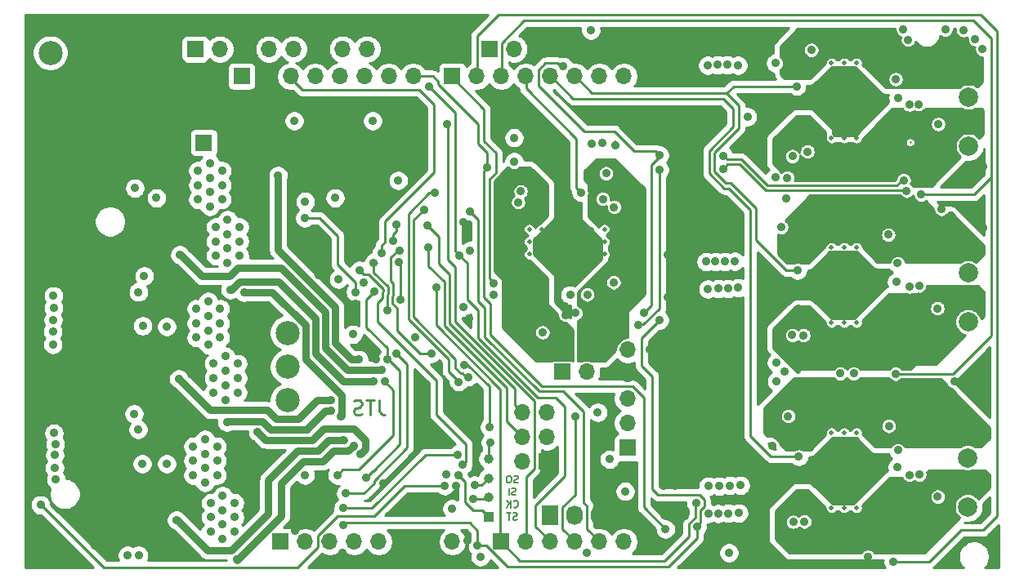
<source format=gbl>
G04 #@! TF.GenerationSoftware,KiCad,Pcbnew,(5.1.9-0-10_14)*
G04 #@! TF.CreationDate,2021-05-28T13:58:57-04:00*
G04 #@! TF.ProjectId,GrBLDC,4772424c-4443-42e6-9b69-6361645f7063,rev?*
G04 #@! TF.SameCoordinates,PX5a7646cPY8128a60*
G04 #@! TF.FileFunction,Copper,L6,Bot*
G04 #@! TF.FilePolarity,Positive*
%FSLAX46Y46*%
G04 Gerber Fmt 4.6, Leading zero omitted, Abs format (unit mm)*
G04 Created by KiCad (PCBNEW (5.1.9-0-10_14)) date 2021-05-28 13:58:57*
%MOMM*%
%LPD*%
G01*
G04 APERTURE LIST*
G04 #@! TA.AperFunction,NonConductor*
%ADD10C,0.150000*%
G04 #@! TD*
G04 #@! TA.AperFunction,NonConductor*
%ADD11C,0.250000*%
G04 #@! TD*
G04 #@! TA.AperFunction,ComponentPad*
%ADD12C,0.500000*%
G04 #@! TD*
G04 #@! TA.AperFunction,ComponentPad*
%ADD13C,0.889000*%
G04 #@! TD*
G04 #@! TA.AperFunction,ComponentPad*
%ADD14C,2.000000*%
G04 #@! TD*
G04 #@! TA.AperFunction,ComponentPad*
%ADD15C,2.500000*%
G04 #@! TD*
G04 #@! TA.AperFunction,ComponentPad*
%ADD16R,1.727200X2.032000*%
G04 #@! TD*
G04 #@! TA.AperFunction,ComponentPad*
%ADD17O,1.727200X2.032000*%
G04 #@! TD*
G04 #@! TA.AperFunction,ComponentPad*
%ADD18O,1.700000X1.700000*%
G04 #@! TD*
G04 #@! TA.AperFunction,ComponentPad*
%ADD19R,1.700000X1.700000*%
G04 #@! TD*
G04 #@! TA.AperFunction,SMDPad,CuDef*
%ADD20C,1.000000*%
G04 #@! TD*
G04 #@! TA.AperFunction,SMDPad,CuDef*
%ADD21R,1.000000X1.000000*%
G04 #@! TD*
G04 #@! TA.AperFunction,ViaPad*
%ADD22C,0.889000*%
G04 #@! TD*
G04 #@! TA.AperFunction,Conductor*
%ADD23C,0.254000*%
G04 #@! TD*
G04 #@! TA.AperFunction,Conductor*
%ADD24C,0.508000*%
G04 #@! TD*
G04 #@! TA.AperFunction,Conductor*
%ADD25C,0.762000*%
G04 #@! TD*
G04 #@! TA.AperFunction,Conductor*
%ADD26C,0.150000*%
G04 #@! TD*
G04 APERTURE END LIST*
D10*
X52169142Y9990929D02*
X52062000Y9955215D01*
X51883428Y9955215D01*
X51812000Y9990929D01*
X51776285Y10026643D01*
X51740571Y10098072D01*
X51740571Y10169500D01*
X51776285Y10240929D01*
X51812000Y10276643D01*
X51883428Y10312358D01*
X52026285Y10348072D01*
X52097714Y10383786D01*
X52133428Y10419500D01*
X52169142Y10490929D01*
X52169142Y10562358D01*
X52133428Y10633786D01*
X52097714Y10669500D01*
X52026285Y10705215D01*
X51847714Y10705215D01*
X51740571Y10669500D01*
X51276285Y10705215D02*
X51133428Y10705215D01*
X51062000Y10669500D01*
X50990571Y10598072D01*
X50954857Y10455215D01*
X50954857Y10205215D01*
X50990571Y10062358D01*
X51062000Y9990929D01*
X51133428Y9955215D01*
X51276285Y9955215D01*
X51347714Y9990929D01*
X51419142Y10062358D01*
X51454857Y10205215D01*
X51454857Y10455215D01*
X51419142Y10598072D01*
X51347714Y10669500D01*
X51276285Y10705215D01*
X51954857Y8715929D02*
X51847714Y8680215D01*
X51669142Y8680215D01*
X51597714Y8715929D01*
X51562000Y8751643D01*
X51526285Y8823072D01*
X51526285Y8894500D01*
X51562000Y8965929D01*
X51597714Y9001643D01*
X51669142Y9037358D01*
X51812000Y9073072D01*
X51883428Y9108786D01*
X51919142Y9144500D01*
X51954857Y9215929D01*
X51954857Y9287358D01*
X51919142Y9358786D01*
X51883428Y9394500D01*
X51812000Y9430215D01*
X51633428Y9430215D01*
X51526285Y9394500D01*
X51204857Y8680215D02*
X51204857Y9430215D01*
X51704857Y7476643D02*
X51740571Y7440929D01*
X51847714Y7405215D01*
X51919142Y7405215D01*
X52026285Y7440929D01*
X52097714Y7512358D01*
X52133428Y7583786D01*
X52169142Y7726643D01*
X52169142Y7833786D01*
X52133428Y7976643D01*
X52097714Y8048072D01*
X52026285Y8119500D01*
X51919142Y8155215D01*
X51847714Y8155215D01*
X51740571Y8119500D01*
X51704857Y8083786D01*
X51383428Y7405215D02*
X51383428Y8155215D01*
X50954857Y7405215D02*
X51276285Y7833786D01*
X50954857Y8155215D02*
X51383428Y7726643D01*
X52062000Y6165929D02*
X51954857Y6130215D01*
X51776285Y6130215D01*
X51704857Y6165929D01*
X51669142Y6201643D01*
X51633428Y6273072D01*
X51633428Y6344500D01*
X51669142Y6415929D01*
X51704857Y6451643D01*
X51776285Y6487358D01*
X51919142Y6523072D01*
X51990571Y6558786D01*
X52026285Y6594500D01*
X52062000Y6665929D01*
X52062000Y6737358D01*
X52026285Y6808786D01*
X51990571Y6844500D01*
X51919142Y6880215D01*
X51740571Y6880215D01*
X51633428Y6844500D01*
X51419142Y6880215D02*
X50990571Y6880215D01*
X51204857Y6130215D02*
X51204857Y6880215D01*
D11*
X37771428Y18521429D02*
X37771428Y17450000D01*
X37842857Y17235715D01*
X37985714Y17092858D01*
X38200000Y17021429D01*
X38342857Y17021429D01*
X37271428Y18521429D02*
X36414285Y18521429D01*
X36842857Y17021429D02*
X36842857Y18521429D01*
X35985714Y17092858D02*
X35771428Y17021429D01*
X35414285Y17021429D01*
X35271428Y17092858D01*
X35200000Y17164286D01*
X35128571Y17307143D01*
X35128571Y17450000D01*
X35200000Y17592858D01*
X35271428Y17664286D01*
X35414285Y17735715D01*
X35700000Y17807143D01*
X35842857Y17878572D01*
X35914285Y17950000D01*
X35985714Y18092858D01*
X35985714Y18235715D01*
X35914285Y18378572D01*
X35842857Y18450000D01*
X35700000Y18521429D01*
X35342857Y18521429D01*
X35128571Y18450000D01*
D12*
X84630900Y26575200D03*
X85930900Y26575200D03*
X84630900Y27875200D03*
X87230900Y27875200D03*
X85930900Y27875200D03*
X84630900Y29175200D03*
X87230900Y29175200D03*
X85930900Y29175200D03*
X87230900Y34375200D03*
X84630900Y34375200D03*
X85930900Y34375200D03*
X87230900Y33075200D03*
X84630900Y33075200D03*
X85930900Y33075200D03*
X84630900Y31775200D03*
X87230900Y31775200D03*
X85930900Y31775200D03*
X84630900Y30475200D03*
X87230900Y30475200D03*
X87230900Y26575200D03*
X85930900Y30475200D03*
X84628200Y45701400D03*
X85928200Y45701400D03*
X84628200Y47001400D03*
X87228200Y47001400D03*
X85928200Y47001400D03*
X84628200Y48301400D03*
X87228200Y48301400D03*
X85928200Y48301400D03*
X87228200Y53501400D03*
X84628200Y53501400D03*
X85928200Y53501400D03*
X87228200Y52201400D03*
X84628200Y52201400D03*
X85928200Y52201400D03*
X84628200Y50901400D03*
X87228200Y50901400D03*
X85928200Y50901400D03*
X84628200Y49601400D03*
X87228200Y49601400D03*
X87228200Y45701400D03*
X85928200Y49601400D03*
X84625800Y7372800D03*
X85925800Y7372800D03*
X84625800Y8672800D03*
X87225800Y8672800D03*
X85925800Y8672800D03*
X84625800Y9972800D03*
X87225800Y9972800D03*
X85925800Y9972800D03*
X87225800Y15172800D03*
X84625800Y15172800D03*
X85925800Y15172800D03*
X87225800Y13872800D03*
X84625800Y13872800D03*
X85925800Y13872800D03*
X84625800Y12572800D03*
X87225800Y12572800D03*
X85925800Y12572800D03*
X84625800Y11272800D03*
X87225800Y11272800D03*
X87225800Y7372800D03*
X85925800Y11272800D03*
X53313780Y36263100D03*
X53313780Y34963100D03*
X54613780Y36263100D03*
X54613780Y33663100D03*
X54613780Y34963100D03*
X55913780Y36263100D03*
X55913780Y33663100D03*
X55913780Y34963100D03*
X61113780Y33663100D03*
X61113780Y36263100D03*
X61113780Y34963100D03*
X59813780Y33663100D03*
X59813780Y36263100D03*
X59813780Y34963100D03*
X58513780Y36263100D03*
X58513780Y33663100D03*
X58513780Y34963100D03*
X57213780Y36263100D03*
X57213780Y33663100D03*
X53313780Y33663100D03*
X57213780Y34963100D03*
D13*
X19719100Y9992800D03*
X19719100Y14492800D03*
X18469100Y13742800D03*
X19719100Y12992800D03*
X19719100Y11492800D03*
X20969100Y10742800D03*
X18469100Y10742800D03*
X18469100Y12242800D03*
X20969100Y12242800D03*
X20969100Y13742800D03*
X21555900Y8650800D03*
X21555900Y4150800D03*
X22805900Y4900800D03*
X21555900Y5650800D03*
X21555900Y7150800D03*
X20305900Y7900800D03*
X22805900Y7900800D03*
X22805900Y6400800D03*
X20305900Y6400800D03*
X20305900Y4900800D03*
X20049300Y24267600D03*
X20049300Y28767600D03*
X18799300Y28017600D03*
X20049300Y27267600D03*
X20049300Y25767600D03*
X21299300Y25017600D03*
X18799300Y25017600D03*
X18799300Y26517600D03*
X21299300Y26517600D03*
X21299300Y28017600D03*
X21860700Y23078000D03*
X21860700Y18578000D03*
X23110700Y19328000D03*
X21860700Y20078000D03*
X21860700Y21578000D03*
X20610700Y22328000D03*
X23110700Y22328000D03*
X23110700Y20828000D03*
X20610700Y20828000D03*
X20610700Y19328000D03*
X20227100Y38593200D03*
X20227100Y43093200D03*
X18977100Y42343200D03*
X20227100Y41593200D03*
X20227100Y40093200D03*
X21477100Y39343200D03*
X18977100Y39343200D03*
X18977100Y40843200D03*
X21477100Y40843200D03*
X21477100Y42343200D03*
X22063900Y37251200D03*
X22063900Y32751200D03*
X23313900Y33501200D03*
X22063900Y34251200D03*
X22063900Y35751200D03*
X20813900Y36501200D03*
X23313900Y36501200D03*
X23313900Y35001200D03*
X20813900Y35001200D03*
X20813900Y33501200D03*
D14*
X98729800Y12545300D03*
X98729800Y15085300D03*
X98729800Y10005300D03*
X98729800Y7465300D03*
X98823780Y49959260D03*
X98823780Y52499260D03*
X98823780Y47419260D03*
X98823780Y44879260D03*
X98795840Y31742380D03*
X98795840Y34282380D03*
X98795840Y29202380D03*
X98795840Y26662380D03*
D15*
X13695700Y54533800D03*
X8695700Y54533800D03*
X3695700Y54533800D03*
X28257500Y18503900D03*
X28257500Y22003900D03*
X28257500Y25503900D03*
D16*
X55500000Y6610000D03*
D17*
X58040000Y6610000D03*
X60580000Y6610000D03*
D18*
X52578000Y17272000D03*
X55118000Y17272000D03*
X52578000Y14732000D03*
X55118000Y14732000D03*
X52578000Y12192000D03*
D19*
X55118000Y12192000D03*
X56720000Y21470000D03*
D18*
X56720000Y24010000D03*
X59260000Y21470000D03*
X59260000Y24010000D03*
D19*
X49200000Y54950000D03*
D18*
X51740000Y54950000D03*
X54280000Y54950000D03*
D20*
X49085500Y8445500D03*
X49085500Y10452100D03*
X49080000Y12450000D03*
D21*
X49085500Y6438900D03*
D19*
X63510000Y13630000D03*
D18*
X63510000Y16170000D03*
X63510000Y18710000D03*
X63510000Y21250000D03*
X63510000Y23790000D03*
D19*
X50430000Y3860000D03*
D18*
X52970000Y3860000D03*
X55510000Y3860000D03*
X58050000Y3860000D03*
X60590000Y3860000D03*
X63130000Y3860000D03*
D19*
X27570000Y3860000D03*
D18*
X30110000Y3860000D03*
X32650000Y3860000D03*
X35190000Y3860000D03*
X37730000Y3860000D03*
X40270000Y3860000D03*
X42810000Y3860000D03*
X45350000Y3860000D03*
D19*
X18730000Y54940000D03*
D18*
X21270000Y54940000D03*
X23810000Y54940000D03*
X26350000Y54940000D03*
X28890000Y54940000D03*
X31430000Y54940000D03*
X33970000Y54940000D03*
X36510000Y54940000D03*
X39050000Y54940000D03*
D19*
X23510000Y52120000D03*
D18*
X26050000Y52120000D03*
X28590000Y52120000D03*
X31130000Y52120000D03*
X33670000Y52120000D03*
X36210000Y52120000D03*
X38750000Y52120000D03*
X41290000Y52120000D03*
X63130000Y52120000D03*
X60590000Y52120000D03*
X58050000Y52120000D03*
X55510000Y52120000D03*
X52970000Y52120000D03*
X50430000Y52120000D03*
X47890000Y52120000D03*
D19*
X45350000Y52120000D03*
X19600000Y45230000D03*
D18*
X19600000Y47770000D03*
D22*
X60926980Y45199300D03*
X75920600Y47929800D03*
X79730600Y21488400D03*
X78943200Y20472400D03*
X78905100Y22415500D03*
X82550000Y54851300D03*
X74930000Y53263800D03*
X73875900Y53301900D03*
X72859900Y53301900D03*
X71793100Y53263800D03*
X62108080Y38557200D03*
X4267200Y10337800D03*
X4140200Y11544300D03*
X4178300Y12839700D03*
X4203700Y13982700D03*
X4076700Y15113000D03*
X3962400Y24307800D03*
X3962400Y25628600D03*
X3987800Y26860500D03*
X4038600Y28117800D03*
X4025900Y29349700D03*
X75184000Y9702800D03*
X75031600Y6832600D03*
X73952100Y6794500D03*
X72885300Y6756400D03*
X71869300Y6756400D03*
X74091800Y9690100D03*
X72961500Y9626600D03*
X71869300Y9626600D03*
X74612500Y32931100D03*
X74968100Y30187900D03*
X73901300Y30111700D03*
X72872600Y30111700D03*
X71831200Y30048200D03*
X73571100Y32893000D03*
X72605900Y32893000D03*
X71628000Y32893000D03*
X62235080Y44983400D03*
X59809380Y45161200D03*
X13271500Y26225500D03*
X15748000Y26162000D03*
X13220700Y11950700D03*
X15760700Y11950700D03*
X12450000Y40520000D03*
X45310000Y7290000D03*
X79950000Y39420000D03*
X78810000Y41620000D03*
X14700000Y39500000D03*
X51750000Y45750000D03*
X51750000Y43250000D03*
X81104740Y32021780D03*
X81013300Y51092100D03*
X93916500Y39865300D03*
X91263520Y21263520D03*
X91046300Y1790700D03*
X49657000Y30607000D03*
X48970000Y42630000D03*
X67437000Y5156200D03*
X80670400Y5915660D03*
X52430680Y40182800D03*
X80563720Y25278080D03*
X80580000Y43840000D03*
X42810000Y36630000D03*
X42890000Y34370000D03*
X100418900Y19037300D03*
X86931500Y21297900D03*
X100749100Y7073900D03*
X101330000Y4380000D03*
X43561000Y13970000D03*
X31250000Y35230000D03*
X13761720Y5186680D03*
X13817600Y19527520D03*
X13975080Y33736280D03*
X45720000Y9652000D03*
X67284600Y6565900D03*
X33947100Y2743200D03*
X31770000Y10730000D03*
X37430000Y22740000D03*
X35330000Y28490000D03*
X38170000Y9910000D03*
X45085000Y19539400D03*
X42053700Y13970000D03*
X46480000Y37030000D03*
X41450000Y41670000D03*
X57078080Y27382000D03*
X47110000Y27030000D03*
X37340540Y35493960D03*
X36130000Y39480000D03*
X61269880Y42064940D03*
X68008500Y39128700D03*
X66522600Y53301900D03*
X71272400Y47942500D03*
X71285100Y39116000D03*
X67894200Y47815500D03*
X67805300Y53319680D03*
X65671700Y47764700D03*
X65836800Y23812500D03*
X69469000Y6515100D03*
X98971100Y21310600D03*
X100482400Y22974300D03*
X99910900Y37604700D03*
X100342700Y36372800D03*
X100317300Y42760900D03*
X99517200Y55968900D03*
X96431100Y56946800D03*
X98298000Y56896000D03*
X100266500Y54914800D03*
X96024700Y38366700D03*
X92062300Y56972200D03*
X85534500Y21310600D03*
X78397100Y52158900D03*
X92710000Y10782300D03*
X93648200Y49225200D03*
X92697300Y49187100D03*
X93711700Y30403800D03*
X92735400Y30314900D03*
X53865780Y45745400D03*
X55110380Y45656500D03*
X56253380Y45605700D03*
X58107580Y27559000D03*
X57020930Y28301950D03*
X68338700Y6553200D03*
X69621400Y9740900D03*
X68453000Y9677400D03*
X73990200Y14973300D03*
X72783700Y14973300D03*
X71589900Y14935200D03*
X70497700Y14960600D03*
X69405500Y14909800D03*
X68338700Y14960600D03*
X67208400Y15024100D03*
X73520300Y23926800D03*
X69037200Y23812500D03*
X67995800Y23812500D03*
X66967100Y23825200D03*
X69608700Y29946600D03*
X68541900Y29908500D03*
X69570600Y32956500D03*
X68554600Y33032700D03*
X73520300Y39154100D03*
X72351900Y39103300D03*
X70231000Y39103300D03*
X69151500Y39116000D03*
X73380600Y47942500D03*
X72301100Y47929800D03*
X70154800Y47828200D03*
X68935600Y47866300D03*
X66814700Y47777400D03*
X68961000Y53213000D03*
X70104000Y53238400D03*
X8229600Y17411700D03*
X8305800Y7112000D03*
X9321800Y21831300D03*
X9359900Y4051300D03*
X9385300Y5181600D03*
X9245600Y6477000D03*
X8299450Y4603750D03*
X8305800Y5867400D03*
X9182100Y18097500D03*
X9169400Y19215100D03*
X9258300Y20599400D03*
X8191500Y18719800D03*
X8229600Y19964400D03*
X8267700Y21234400D03*
X8928100Y34251900D03*
X9842500Y33096200D03*
X9512300Y31750000D03*
X8026400Y32410400D03*
X8547100Y31635700D03*
X8877300Y32854900D03*
X27432000Y47498000D03*
X32258000Y47498000D03*
X35306000Y47498000D03*
X78500000Y13820000D03*
X46950000Y3980000D03*
X72466200Y23876000D03*
X31500000Y31490000D03*
X96580000Y1640000D03*
X41390000Y47590000D03*
X67640000Y29190000D03*
X67640000Y33610000D03*
X67240000Y9690000D03*
X88392000Y2286000D03*
X77410000Y32510000D03*
X29057388Y4995736D03*
X9100020Y30700000D03*
X8100000Y30499996D03*
X8166100Y33566100D03*
X8305800Y3467100D03*
X9258300Y2946400D03*
X93735708Y10820400D03*
X97379571Y20453144D03*
X33200000Y39510000D03*
X30100000Y10740000D03*
X44704000Y10795000D03*
X52176680Y39065200D03*
X59331860Y29479240D03*
X92560140Y55915560D03*
X91282520Y51821080D03*
X90512900Y35687000D03*
X91483180Y32730440D03*
X81714340Y25255220D03*
X81821020Y5938520D03*
X90563700Y15849600D03*
X62057280Y30746700D03*
X91521280Y13337540D03*
X59690000Y56896000D03*
X28956000Y47498000D03*
X37084000Y47498000D03*
X46470000Y28170000D03*
X63250000Y9080000D03*
X61620000Y12410000D03*
X60420000Y17260000D03*
X47170000Y34050000D03*
X33570000Y31060000D03*
X59270000Y2750000D03*
X74000000Y2690000D03*
X48243300Y2273300D03*
X37990000Y33740000D03*
X25190000Y15260000D03*
X35810000Y12950000D03*
X23040000Y1990000D03*
X35130000Y13830000D03*
X23761700Y29718000D03*
X33830000Y16870000D03*
X21990000Y16250000D03*
X32778700Y17411700D03*
X22339300Y29972000D03*
X37210000Y20500000D03*
X35640000Y22750000D03*
X27305000Y41833800D03*
X58691780Y40081200D03*
X81246980Y12705080D03*
X64615060Y26360120D03*
X73393300Y42506900D03*
X92417900Y40233600D03*
X66802000Y42418000D03*
X49600000Y29440000D03*
X54693820Y25560020D03*
X95628460Y8536940D03*
X95681800Y47157640D03*
X95603060Y28059380D03*
X80495140Y7889240D03*
X81165700Y8796020D03*
X79900780Y6875780D03*
X81241900Y13855700D03*
X80510000Y14820000D03*
X80260000Y13870000D03*
X54653180Y39827200D03*
X53154580Y41770300D03*
X53560980Y40538400D03*
X60114180Y40894000D03*
X59860180Y39789100D03*
X60076080Y42037000D03*
X80530700Y46050200D03*
X81114900Y47104300D03*
X80550000Y45030000D03*
X79832200Y52412900D03*
X81013300Y52412900D03*
X80518000Y53340000D03*
X79756000Y26123900D03*
X81203800Y27990800D03*
X80556100Y27023060D03*
X81371440Y33141920D03*
X80213200Y33256220D03*
X80000000Y34470000D03*
X11680000Y2470000D03*
X34290000Y8860000D03*
X39570000Y23380000D03*
X12840000Y2470000D03*
X38370000Y20470000D03*
X33430000Y10750000D03*
X12360000Y17120000D03*
X35080000Y25370000D03*
X12790000Y15510000D03*
X41490000Y25050000D03*
X30050000Y37430000D03*
X35300000Y29750000D03*
X12830000Y29750000D03*
X36150000Y30700000D03*
X13430000Y31420000D03*
X30105546Y39142985D03*
X16760000Y6090000D03*
X34050000Y14360000D03*
X17010000Y20750000D03*
X32778700Y18567400D03*
X38070000Y21680000D03*
X17111980Y33591500D03*
X37270000Y29800000D03*
X38590000Y22790000D03*
X39210000Y35030000D03*
X39573200Y36713160D03*
X36390000Y10470000D03*
X43160000Y23360000D03*
X39890000Y34030000D03*
X42390000Y38300000D03*
X47010000Y20950000D03*
X43561000Y40005000D03*
X45970000Y20440000D03*
X38650000Y27850000D03*
X46570000Y22170000D03*
X37220000Y32790000D03*
X49190000Y15730000D03*
X39830000Y32850000D03*
X39950000Y28920000D03*
X47536100Y8293100D03*
X47637700Y9715500D03*
X49288700Y14135100D03*
X45948600Y10782300D03*
X44577000Y9652000D03*
X2680000Y7680000D03*
X65184020Y27614880D03*
X73413620Y43891200D03*
X66802000Y43942000D03*
X92113100Y41351200D03*
X91467940Y11607800D03*
X91376500Y30779720D03*
X57548780Y29438600D03*
X91521280Y49900840D03*
X56846000Y53136000D03*
X80145700Y16874300D03*
X45910000Y12900000D03*
X34030000Y7340000D03*
X78850000Y53470000D03*
X60940000Y39400000D03*
X66820000Y26820000D03*
X34036000Y5588000D03*
X79430000Y36470000D03*
X70710000Y5400000D03*
X47960000Y3430000D03*
X58060000Y16830000D03*
X42926000Y51054000D03*
X46100000Y33540000D03*
X39750000Y41330000D03*
X47150000Y38120000D03*
X44770000Y47140000D03*
X35720000Y32010000D03*
X46430000Y11820000D03*
X43680000Y30190000D03*
X82140000Y44310000D03*
X70600000Y7850000D03*
X80040000Y41610000D03*
D23*
X92801440Y45272960D02*
X92768420Y45272960D01*
D24*
X4203700Y13982700D02*
X4203700Y13957300D01*
D25*
X71831200Y6794500D02*
X71831200Y6819900D01*
X71869300Y6756400D02*
X71831200Y6794500D01*
D24*
X62247780Y44996100D02*
X62247780Y45186600D01*
X62235080Y44983400D02*
X62247780Y44996100D01*
D23*
X58051700Y52120800D02*
X58051700Y52191920D01*
X81104740Y32021780D02*
X81081880Y32021780D01*
X81013300Y51092100D02*
X80886300Y51092100D01*
X75000000Y49090000D02*
X73747200Y50342800D01*
X75000000Y46720000D02*
X75000000Y49090000D01*
X72460000Y44180000D02*
X75000000Y46720000D01*
X72460000Y42270000D02*
X72460000Y44180000D01*
X81104740Y32021780D02*
X79918220Y32021780D01*
X79918220Y32021780D02*
X76790000Y35150000D01*
X76790000Y35150000D02*
X76790000Y38470000D01*
X73690000Y41040000D02*
X72460000Y42270000D01*
X74220000Y41040000D02*
X73690000Y41040000D01*
X76790000Y38470000D02*
X74220000Y41040000D01*
X59822500Y50350000D02*
X58051700Y52120800D01*
X73680000Y50350000D02*
X59822500Y50350000D01*
X73760000Y50350000D02*
X73490000Y50350000D01*
X74502100Y51092100D02*
X73760000Y50350000D01*
X81013300Y51092100D02*
X74502100Y51092100D01*
X93941900Y39839900D02*
X93916500Y39865300D01*
X99415600Y39839900D02*
X101193600Y41617900D01*
X99415600Y39839900D02*
X93941900Y39839900D01*
X101168200Y41567100D02*
X101193600Y41567100D01*
X101193600Y41592500D02*
X101168200Y41567100D01*
X101193600Y41617900D02*
X101193600Y41592500D01*
X52743900Y57873900D02*
X50431700Y55561700D01*
X99326700Y57873900D02*
X52743900Y57873900D01*
X50431700Y55561700D02*
X50431700Y52120800D01*
X101193600Y56007000D02*
X99326700Y57873900D01*
X101193600Y41567100D02*
X101193600Y56007000D01*
X101193600Y25234900D02*
X101193600Y41567100D01*
X91263520Y21263520D02*
X97222220Y21263520D01*
X97222220Y21263520D02*
X101193600Y25234900D01*
X47891700Y52120800D02*
X47891700Y52209700D01*
X47891700Y56273700D02*
X47891700Y52120800D01*
X50101500Y58483500D02*
X47891700Y56273700D01*
X100126800Y58483500D02*
X50101500Y58483500D01*
X101803200Y56807100D02*
X100126800Y58483500D01*
X101803200Y6527800D02*
X101803200Y56807100D01*
X100325400Y5050000D02*
X101803200Y6527800D01*
X98040000Y5050000D02*
X100325400Y5050000D01*
X94780700Y1790700D02*
X98040000Y5050000D01*
X91046300Y1790700D02*
X94780700Y1790700D01*
X49212500Y31178500D02*
X49212500Y39560000D01*
X49212500Y39560000D02*
X49212500Y39560500D01*
X49657000Y30734000D02*
X49212500Y31178500D01*
X49657000Y30607000D02*
X49657000Y30734000D01*
X48624370Y47974370D02*
X48628300Y47970440D01*
X48624370Y45395630D02*
X48624370Y47974370D01*
X49860000Y44160000D02*
X48624370Y45395630D01*
X49860000Y42110000D02*
X49860000Y44160000D01*
X49212500Y41462500D02*
X49860000Y42110000D01*
X49212500Y39560000D02*
X49212500Y41462500D01*
X48624370Y48675630D02*
X48624370Y47974370D01*
X45351700Y51948300D02*
X48624370Y48675630D01*
X45351700Y52120800D02*
X45351700Y51948300D01*
X48646080Y42306080D02*
X48970000Y42630000D01*
X48646080Y39710000D02*
X48646080Y42306080D01*
X48646080Y39756080D02*
X48646080Y39710000D01*
X52430680Y40182800D02*
X52430680Y40195500D01*
X65170000Y7423200D02*
X67437000Y5156200D01*
X65170000Y18820000D02*
X65170000Y7423200D01*
X48646080Y29189440D02*
X49320000Y28515520D01*
X54630000Y19980000D02*
X64010000Y19980000D01*
X64010000Y19980000D02*
X65170000Y18820000D01*
X49320000Y25290000D02*
X54630000Y19980000D01*
X49320000Y28515520D02*
X49320000Y25290000D01*
X48646080Y39710000D02*
X48646080Y29189440D01*
X48970000Y44190000D02*
X48970000Y42630000D01*
X48006000Y45154000D02*
X48970000Y44190000D01*
X48006000Y47136099D02*
X48006000Y45154000D01*
X41287700Y52120800D02*
X43329200Y52120800D01*
X43850000Y51292099D02*
X48006000Y47136099D01*
X43329200Y52120800D02*
X43850000Y51600000D01*
X43850000Y51600000D02*
X43850000Y51292099D01*
X51790000Y18060000D02*
X52578000Y17272000D01*
X51790000Y19760000D02*
X51790000Y18060000D01*
X45040000Y26510000D02*
X51790000Y19760000D01*
X45040000Y31550000D02*
X45040000Y26510000D01*
X43930000Y35510000D02*
X43930000Y32660000D01*
X43930000Y32660000D02*
X45040000Y31550000D01*
X42810000Y36630000D02*
X43930000Y35510000D01*
X50990000Y16320000D02*
X52578000Y14732000D01*
X50990000Y19790000D02*
X50990000Y16320000D01*
X44510000Y26270000D02*
X50990000Y19790000D01*
X44510000Y30820000D02*
X44510000Y26270000D01*
X42890000Y32440000D02*
X44510000Y30820000D01*
X42890000Y34370000D02*
X42890000Y32440000D01*
X45085000Y19539400D02*
X45085000Y19558000D01*
X42053700Y13970000D02*
X42037000Y13970000D01*
D24*
X67772280Y53352700D02*
X67746880Y53352700D01*
X67805300Y53319680D02*
X67772280Y53352700D01*
D23*
X92062300Y56997600D02*
X92062300Y56972200D01*
X92087700Y57023000D02*
X92062300Y56997600D01*
D24*
X56253380Y45605700D02*
X56253380Y45669200D01*
X56970930Y28301950D02*
X56964580Y28295600D01*
X73977500Y14960600D02*
X73926700Y14960600D01*
X73990200Y14973300D02*
X73977500Y14960600D01*
X73520300Y39154100D02*
X73520300Y39141400D01*
X72351900Y39103300D02*
X72377300Y39077900D01*
X70154800Y47828200D02*
X70142100Y47840900D01*
X8299450Y4603750D02*
X8305800Y4597400D01*
X8229600Y19964400D02*
X8102600Y19964400D01*
X9855200Y33083500D02*
X9867900Y33083500D01*
X9842500Y33096200D02*
X9855200Y33083500D01*
X9512300Y31750000D02*
X9512300Y31711900D01*
X8547100Y31635700D02*
X8547100Y31623000D01*
X8851900Y32880300D02*
X8724900Y32880300D01*
X8877300Y32854900D02*
X8851900Y32880300D01*
X67640000Y29190000D02*
X67560000Y29270000D01*
X7924800Y33807400D02*
X8166100Y33566100D01*
X7924800Y33845500D02*
X7924800Y33807400D01*
D23*
X92560140Y55915560D02*
X92580460Y55895240D01*
X28590000Y51910000D02*
X28590000Y52120000D01*
X41910000Y50680000D02*
X29820000Y50680000D01*
X37990000Y33740000D02*
X37990000Y34560000D01*
X43434000Y42124000D02*
X43434000Y49156000D01*
X38370000Y37060000D02*
X43434000Y42124000D01*
X43434000Y49156000D02*
X41910000Y50680000D01*
X37990000Y34560000D02*
X38370000Y34940000D01*
X29820000Y50680000D02*
X28590000Y51910000D01*
X38370000Y34940000D02*
X38370000Y37060000D01*
D25*
X26020000Y14430000D02*
X30860000Y14430000D01*
X35810000Y12950000D02*
X36320000Y13460000D01*
X36320000Y14420000D02*
X36320000Y13460000D01*
X35740000Y15000000D02*
X36320000Y14420000D01*
X30860000Y14430000D02*
X31980000Y15550000D01*
X31980000Y15550000D02*
X35190000Y15550000D01*
X35190000Y15550000D02*
X35740000Y15000000D01*
X26020000Y14430000D02*
X25190000Y15260000D01*
X35810000Y12950000D02*
X35810000Y13030000D01*
X31940000Y12180000D02*
X29890000Y12180000D01*
X34550000Y13250000D02*
X33010000Y13250000D01*
X34550000Y13250000D02*
X35130000Y13830000D01*
X33010000Y13250000D02*
X31940000Y12180000D01*
X23040000Y1922002D02*
X23040000Y1990000D01*
X27600000Y6482002D02*
X23040000Y1922002D01*
X27600000Y9890000D02*
X27600000Y6482002D01*
X29890000Y12180000D02*
X27600000Y9890000D01*
X35130000Y13830000D02*
X35120000Y13830000D01*
X35130000Y13830000D02*
X35110000Y13830000D01*
X23761700Y29718000D02*
X26722000Y29718000D01*
X33870000Y16910000D02*
X33830000Y16870000D01*
X33870000Y19020000D02*
X33870000Y16910000D01*
X30150000Y22740000D02*
X33870000Y19020000D01*
X30150000Y26290000D02*
X30150000Y22740000D01*
X26722000Y29718000D02*
X30150000Y26290000D01*
X30300000Y15530000D02*
X30300000Y15568000D01*
X22016002Y16250000D02*
X22136002Y16370000D01*
X22136002Y16370000D02*
X25650000Y16370000D01*
X26490000Y15530000D02*
X30300000Y15530000D01*
X25650000Y16370000D02*
X26490000Y15530000D01*
X21990000Y16250000D02*
X22016002Y16250000D01*
X32143700Y17411700D02*
X32778700Y17411700D01*
X30300000Y15568000D02*
X32143700Y17411700D01*
X23320000Y30840000D02*
X27320000Y30840000D01*
X22452000Y29972000D02*
X23320000Y30840000D01*
X22339300Y29972000D02*
X22452000Y29972000D01*
X34070000Y20500000D02*
X37210000Y20500000D01*
X31180000Y23390000D02*
X34070000Y20500000D01*
X31180000Y26980000D02*
X31180000Y23390000D01*
X27320000Y30840000D02*
X31180000Y26980000D01*
X27305000Y41833800D02*
X27305000Y34105000D01*
X27305000Y34105000D02*
X33230000Y28180000D01*
X33230000Y28180000D02*
X33230000Y24440000D01*
X33230000Y24440000D02*
X34920000Y22750000D01*
X34920000Y22750000D02*
X35640000Y22750000D01*
D23*
X58691780Y40081200D02*
X58666380Y40081200D01*
X52971700Y50868300D02*
X52971700Y52120800D01*
X58190000Y45650000D02*
X52971700Y50868300D01*
X58190000Y40582980D02*
X58190000Y45650000D01*
X58691780Y40081200D02*
X58190000Y40582980D01*
X55867300Y52120800D02*
X55511700Y52120800D01*
X78324920Y12705080D02*
X81246980Y12705080D01*
X76240000Y14790000D02*
X78324920Y12705080D01*
X71940000Y42050000D02*
X73480000Y40510000D01*
X71940000Y44380000D02*
X71940000Y42050000D01*
X76240000Y38250000D02*
X76240000Y14790000D01*
X73980000Y40510000D02*
X76240000Y38250000D01*
X73480000Y40510000D02*
X73980000Y40510000D01*
X74460000Y48740000D02*
X74460000Y46900000D01*
X55511700Y52120800D02*
X57832500Y49800000D01*
X73400000Y49800000D02*
X74460000Y48740000D01*
X74460000Y46900000D02*
X71940000Y44380000D01*
X57832500Y49800000D02*
X73400000Y49800000D01*
X66708000Y42418000D02*
X66802000Y42418000D01*
X66790000Y42336000D02*
X66708000Y42418000D01*
X66790000Y28020000D02*
X66790000Y42336000D01*
X65150000Y26380000D02*
X66790000Y28020000D01*
X64630000Y26380000D02*
X65150000Y26380000D01*
X64615060Y26365060D02*
X64630000Y26380000D01*
X64615060Y26360120D02*
X64615060Y26365060D01*
X73866400Y42980000D02*
X73393300Y42506900D01*
X75091900Y42980000D02*
X73866400Y42980000D01*
X92379800Y40271700D02*
X77800200Y40271700D01*
X77800200Y40271700D02*
X75091900Y42980000D01*
X92417900Y40233600D02*
X92379800Y40271700D01*
X78905100Y4394200D02*
X81267300Y4394200D01*
X95633300Y10005300D02*
X93552800Y7924800D01*
X93552800Y7924800D02*
X91478100Y7924800D01*
X91478100Y7924800D02*
X87782400Y4229100D01*
X78905100Y4394200D02*
X78905100Y5880100D01*
X78905100Y5880100D02*
X79900780Y6875780D01*
X95633300Y10005300D02*
X98729800Y10005300D01*
X81432400Y4229100D02*
X87782400Y4229100D01*
X81267300Y4394200D02*
X81432400Y4229100D01*
X93423500Y15085300D02*
X90373200Y18135600D01*
X98729800Y15085300D02*
X93423500Y15085300D01*
X83825600Y18135600D02*
X84385600Y18135600D01*
X80510000Y14820000D02*
X83825600Y18135600D01*
X90373200Y18135600D02*
X84385600Y18135600D01*
X53560980Y39154100D02*
X51909980Y37503100D01*
X53560980Y40538400D02*
X53560980Y39154100D01*
D25*
X51390000Y36983120D02*
X51909980Y37503100D01*
X51390000Y26490000D02*
X51390000Y36983120D01*
X53870000Y24010000D02*
X51390000Y26490000D01*
X56720000Y24010000D02*
X53870000Y24010000D01*
D23*
X61231780Y40894000D02*
X62781180Y39344600D01*
X61231780Y40894000D02*
X60114180Y40894000D01*
X64038480Y38087300D02*
X62781180Y39344600D01*
D25*
X64038480Y38087300D02*
X64038480Y29908480D01*
X59260000Y25130000D02*
X59260000Y24010000D01*
X64038480Y29908480D02*
X59260000Y25130000D01*
D23*
X98823780Y47419260D02*
X98270060Y47419260D01*
X98270060Y47419260D02*
X94310200Y43459400D01*
X94310200Y43459400D02*
X84543900Y43459400D01*
X84543900Y43459400D02*
X81953100Y46050200D01*
X81953100Y46050200D02*
X80530700Y46050200D01*
D24*
X81051400Y55270400D02*
X81457800Y55270400D01*
D23*
X95011240Y52499260D02*
X93662500Y53848000D01*
X93662500Y53848000D02*
X89344500Y53848000D01*
X89344500Y53848000D02*
X87922100Y55270400D01*
X95011240Y52499260D02*
X98823780Y52499260D01*
D24*
X86842600Y56349900D02*
X87922100Y55270400D01*
X82537300Y56349900D02*
X86842600Y56349900D01*
X81457800Y55270400D02*
X82537300Y56349900D01*
D23*
X80518000Y54737000D02*
X81051400Y55270400D01*
X80518000Y53340000D02*
X80518000Y54737000D01*
X79756000Y26123900D02*
X79756000Y26035000D01*
X97553780Y29202380D02*
X98795840Y29202380D01*
X96850200Y28498800D02*
X97553780Y29202380D01*
X96850200Y27571700D02*
X96850200Y28498800D01*
X92824300Y23545800D02*
X96850200Y27571700D01*
X79552800Y23545800D02*
X92824300Y23545800D01*
X78701900Y24396700D02*
X79552800Y23545800D01*
X78701900Y24980900D02*
X78701900Y24396700D01*
X79756000Y26035000D02*
X78701900Y24980900D01*
X80450000Y34063360D02*
X81371440Y33141920D01*
X80450000Y35339600D02*
X80450000Y34063360D01*
X82092800Y36982400D02*
X80450000Y35339600D01*
X91592400Y36093400D02*
X90703400Y36982400D01*
X90703400Y36982400D02*
X82092800Y36982400D01*
X91592400Y36080700D02*
X91592400Y36093400D01*
X93390720Y34282380D02*
X91592400Y36080700D01*
X98795840Y34282380D02*
X93390720Y34282380D01*
X80213200Y34256800D02*
X80000000Y34470000D01*
X80213200Y33256220D02*
X80213200Y34256800D01*
X34310000Y8880000D02*
X34290000Y8860000D01*
X40680000Y21720000D02*
X40680000Y22270000D01*
X40680000Y22270000D02*
X39570000Y23380000D01*
X40680000Y21720000D02*
X40680000Y21730000D01*
X40680000Y13720000D02*
X40680000Y21720000D01*
X34290000Y8860000D02*
X36190000Y8860000D01*
X40680000Y13590000D02*
X40680000Y13720000D01*
X37230000Y10140000D02*
X40680000Y13590000D01*
X37230000Y9900000D02*
X37230000Y10140000D01*
X36190000Y8860000D02*
X37230000Y9900000D01*
X34000000Y11320000D02*
X33430000Y10750000D01*
X39250000Y19590000D02*
X38370000Y20470000D01*
X34000000Y11320000D02*
X35680000Y11320000D01*
X39250000Y14890000D02*
X39250000Y15130000D01*
X35680000Y11320000D02*
X39250000Y14890000D01*
X39250000Y15130000D02*
X39250000Y19590000D01*
X33450000Y32610000D02*
X35300000Y30760000D01*
X35300000Y30760000D02*
X35300000Y29750000D01*
X33450000Y35600000D02*
X33450000Y32610000D01*
X31620000Y37430000D02*
X33450000Y35600000D01*
X30050000Y37430000D02*
X31620000Y37430000D01*
D25*
X32500000Y14360000D02*
X31390000Y13250000D01*
X34050000Y14360000D02*
X32500000Y14360000D01*
X26300000Y10240000D02*
X26300000Y6800000D01*
X29310000Y13250000D02*
X26300000Y10240000D01*
X31390000Y13250000D02*
X29310000Y13250000D01*
X26300000Y6800000D02*
X22460000Y2960000D01*
X22460000Y2960000D02*
X22470000Y2960000D01*
X22470000Y2960000D02*
X22470000Y2970000D01*
X16860000Y6090000D02*
X19990000Y2960000D01*
X16760000Y6090000D02*
X16860000Y6090000D01*
X19990000Y2960000D02*
X22460000Y2960000D01*
X34110000Y14420000D02*
X34050000Y14360000D01*
X32778700Y18567400D02*
X31377400Y18567400D01*
X31380000Y18570000D02*
X30470000Y17660000D01*
X17010000Y20750000D02*
X17010000Y20740000D01*
X29420000Y16610000D02*
X30470000Y17660000D01*
X27080000Y16610000D02*
X29420000Y16610000D01*
X26200000Y17490000D02*
X27080000Y16610000D01*
X20260000Y17490000D02*
X26200000Y17490000D01*
X17010000Y20740000D02*
X20260000Y17490000D01*
X31377400Y18567400D02*
X31380000Y18570000D01*
X27620000Y32230000D02*
X32200000Y27650000D01*
X22261030Y31381030D02*
X23110000Y32230000D01*
X23110000Y32230000D02*
X27620000Y32230000D01*
X38070000Y21680000D02*
X38020000Y21680000D01*
X32200000Y23930000D02*
X32200000Y27650000D01*
X34470000Y21660000D02*
X32200000Y23930000D01*
X38020000Y21680000D02*
X38000000Y21660000D01*
X22261030Y31381030D02*
X19391030Y31381030D01*
X17180560Y33591500D02*
X19391030Y31381030D01*
X19391030Y31381030D02*
X19397980Y31374080D01*
X17111980Y33591500D02*
X17180560Y33591500D01*
X38050000Y21660000D02*
X38070000Y21680000D01*
X34470000Y21660000D02*
X38050000Y21660000D01*
D23*
X38590000Y22790000D02*
X38590000Y23930000D01*
X36460000Y28990000D02*
X37270000Y29800000D01*
X36460000Y26060000D02*
X36460000Y28990000D01*
X38590000Y23930000D02*
X36460000Y26060000D01*
X39210000Y35030000D02*
X39210000Y35710000D01*
X39573200Y36073200D02*
X39573200Y36713160D01*
X39210000Y35710000D02*
X39573200Y36073200D01*
X39470000Y36609960D02*
X39573200Y36713160D01*
X38680000Y22790000D02*
X38590000Y22790000D01*
X39900000Y21570000D02*
X38680000Y22790000D01*
X37135000Y11205000D02*
X37155000Y11205000D01*
X36390000Y10470000D02*
X36400000Y10470000D01*
X36400000Y10470000D02*
X37135000Y11205000D01*
X39900000Y13950000D02*
X39900000Y21570000D01*
X37155000Y11205000D02*
X39900000Y13950000D01*
X39710000Y34030000D02*
X39890000Y34030000D01*
X39000000Y33320000D02*
X39710000Y34030000D01*
X39000000Y30870000D02*
X39000000Y33320000D01*
X39220000Y30650000D02*
X39000000Y30870000D01*
X39220000Y29370000D02*
X39220000Y30650000D01*
X39620000Y25730000D02*
X39620000Y28070000D01*
X39620000Y28070000D02*
X39120000Y28570000D01*
X39120000Y29270000D02*
X39220000Y29370000D01*
X39120000Y28570000D02*
X39120000Y29270000D01*
X41990000Y23360000D02*
X39620000Y25730000D01*
X43160000Y23360000D02*
X41990000Y23360000D01*
X45690000Y22780000D02*
X45690000Y21866424D01*
X41310000Y27160000D02*
X45690000Y22780000D01*
X41310000Y37220000D02*
X41310000Y27160000D01*
X45690000Y21866424D02*
X46216424Y21340000D01*
X42390000Y38300000D02*
X41310000Y37220000D01*
X46216424Y21340000D02*
X46380000Y21340000D01*
X46770000Y20950000D02*
X47010000Y20950000D01*
X46380000Y21340000D02*
X46770000Y20950000D01*
X45970000Y20440000D02*
X45929002Y20440000D01*
X42926000Y40005000D02*
X43561000Y40005000D01*
X40780000Y37859000D02*
X42926000Y40005000D01*
X40780000Y26940000D02*
X40780000Y37859000D01*
X44940000Y22780000D02*
X40780000Y26940000D01*
X44940000Y21540000D02*
X44940000Y22780000D01*
X45970000Y20510000D02*
X44940000Y21540000D01*
X45970000Y20440000D02*
X45970000Y20510000D01*
X37220000Y32790000D02*
X37530000Y32790000D01*
X37220000Y32790000D02*
X37500000Y32790000D01*
X46960000Y22170000D02*
X46570000Y22170000D01*
X49190000Y19940000D02*
X46960000Y22170000D01*
X49190000Y15730000D02*
X49190000Y19940000D01*
X37220000Y31780000D02*
X37220000Y32790000D01*
X38700000Y30300000D02*
X37220000Y31780000D01*
X38700000Y29570000D02*
X38700000Y30300000D01*
X38600000Y29470000D02*
X38700000Y29570000D01*
X38600000Y28230000D02*
X38600000Y29470000D01*
X38650000Y28180000D02*
X38600000Y28230000D01*
X38650000Y27850000D02*
X38650000Y28180000D01*
X39950000Y28920000D02*
X39950000Y32730000D01*
X39950000Y32730000D02*
X39830000Y32850000D01*
X48933100Y8293100D02*
X47536100Y8293100D01*
X48933100Y8293100D02*
X49085500Y8445500D01*
X47637700Y9715500D02*
X48348900Y9715500D01*
X48348900Y9715500D02*
X49085500Y10452100D01*
X49085500Y12458700D02*
X49085500Y13931900D01*
X49085500Y13931900D02*
X49288700Y14135100D01*
X48412400Y7112000D02*
X49085500Y6438900D01*
X47498000Y7112000D02*
X48412400Y7112000D01*
X46672500Y7937500D02*
X47498000Y7112000D01*
X46672500Y10109200D02*
X46672500Y7937500D01*
X45999400Y10782300D02*
X46672500Y10109200D01*
X45948600Y10782300D02*
X45999400Y10782300D01*
X44577000Y9652000D02*
X44602000Y9652000D01*
X40386000Y9652000D02*
X44577000Y9652000D01*
X31418999Y3269119D02*
X31418999Y4450881D01*
X31418999Y4450881D02*
X33478118Y6510000D01*
X9232000Y1160000D02*
X29310000Y1160000D01*
X2680000Y7680000D02*
X2680000Y7712000D01*
X29310000Y1160000D02*
X31419059Y3269059D01*
X35160000Y6510000D02*
X35170000Y6500000D01*
X31419059Y3269059D02*
X31418999Y3269119D01*
X2680000Y7712000D02*
X9232000Y1160000D01*
X35170000Y6500000D02*
X37234000Y6500000D01*
X37234000Y6500000D02*
X40386000Y9652000D01*
X33478118Y6510000D02*
X35160000Y6510000D01*
X92113100Y41351200D02*
X92113100Y41249600D01*
X91511120Y49890680D02*
X91511120Y49877980D01*
X91521280Y49900840D02*
X91511120Y49890680D01*
X65970000Y28400860D02*
X65184020Y27614880D01*
X66802000Y43942000D02*
X66612000Y43942000D01*
X73804820Y43500000D02*
X73413620Y43891200D01*
X91935300Y41351200D02*
X91363802Y40779702D01*
X75310000Y43500000D02*
X73804820Y43500000D01*
X78030298Y40779702D02*
X75310000Y43500000D01*
X91363802Y40779702D02*
X78030298Y40779702D01*
X92113100Y41351200D02*
X91935300Y41351200D01*
X65970000Y42540000D02*
X65970000Y42950000D01*
X65970000Y42540000D02*
X65970000Y28400860D01*
X66802000Y43782000D02*
X66802000Y43942000D01*
X65970000Y42950000D02*
X66802000Y43782000D01*
X56261000Y53467000D02*
X56642000Y53086000D01*
X54991000Y53467000D02*
X56261000Y53467000D01*
X56642000Y53086000D02*
X56896000Y53086000D01*
X54278999Y52754999D02*
X54991000Y53467000D01*
X54278999Y51151001D02*
X54278999Y52754999D01*
X59020000Y46410000D02*
X54278999Y51151001D01*
X66364000Y44380000D02*
X64150000Y44380000D01*
X62120000Y46410000D02*
X59020000Y46410000D01*
X64150000Y44380000D02*
X62120000Y46410000D01*
X66802000Y43942000D02*
X66364000Y44380000D01*
X45910000Y12900000D02*
X42590000Y12900000D01*
X42590000Y12900000D02*
X42590000Y12890000D01*
X37040000Y7340000D02*
X34030000Y7340000D01*
X42590000Y12890000D02*
X37040000Y7340000D01*
X34078000Y5800000D02*
X47160000Y5800000D01*
X34078000Y5630000D02*
X34078000Y5800000D01*
X34036000Y5588000D02*
X34078000Y5630000D01*
X64970000Y24970000D02*
X66820000Y26820000D01*
X64970000Y22110000D02*
X64970000Y24970000D01*
X66070000Y21010000D02*
X64970000Y22110000D01*
X66070000Y9280000D02*
X66070000Y21010000D01*
X66650000Y8700000D02*
X66070000Y9280000D01*
X70940000Y8700000D02*
X66650000Y8700000D01*
X71430000Y8210000D02*
X70940000Y8700000D01*
X71430000Y7500000D02*
X71430000Y8210000D01*
X71030000Y5830000D02*
X71030000Y7100000D01*
X71030000Y7100000D02*
X71430000Y7500000D01*
X70710000Y5510000D02*
X71030000Y5830000D01*
X70710000Y5400000D02*
X70710000Y5510000D01*
X47960000Y3430000D02*
X47970000Y3440000D01*
X47970000Y4990000D02*
X47160000Y5800000D01*
X47970000Y3440000D02*
X47970000Y4990000D01*
X51060000Y1250000D02*
X67740000Y1250000D01*
X70700900Y4210900D02*
X70700900Y5390900D01*
X67740000Y1250000D02*
X70700900Y4210900D01*
X70700900Y5390900D02*
X70710000Y5400000D01*
X48880000Y3430000D02*
X51060000Y1250000D01*
X47960000Y3430000D02*
X48880000Y3430000D01*
X56770000Y5142500D02*
X58051700Y3860800D01*
X58090000Y8750000D02*
X56770000Y7430000D01*
X58090000Y16460000D02*
X58090000Y8750000D01*
X57970000Y16580000D02*
X58090000Y16460000D01*
X56770000Y5142500D02*
X56770000Y7430000D01*
X45620000Y48360000D02*
X45620000Y34020000D01*
X45620000Y34020000D02*
X46100000Y33540000D01*
X42926000Y51054000D02*
X45620000Y48360000D01*
X56990000Y10650000D02*
X53930000Y7590000D01*
X56990000Y17880000D02*
X56990000Y10650000D01*
X56040000Y18830000D02*
X56990000Y17880000D01*
X46910000Y32730000D02*
X46910000Y28970000D01*
X48040000Y27840000D02*
X48040000Y25000000D01*
X53930000Y5442500D02*
X55511700Y3860800D01*
X46910000Y28970000D02*
X48040000Y27840000D01*
X48040000Y25000000D02*
X54210000Y18830000D01*
X53930000Y7590000D02*
X53930000Y5442500D01*
X54210000Y18830000D02*
X56040000Y18830000D01*
X46100000Y33540000D02*
X46910000Y32730000D01*
X60591700Y3860800D02*
X60502800Y3860800D01*
X60591700Y3860800D02*
X60591700Y4089400D01*
X59320000Y5132500D02*
X60591700Y3860800D01*
X59320000Y7540000D02*
X59320000Y5132500D01*
X58900000Y7960000D02*
X59320000Y7540000D01*
X58900000Y17350000D02*
X58900000Y7960000D01*
X56810000Y19440000D02*
X58900000Y17350000D01*
X54350000Y19440000D02*
X56810000Y19440000D01*
X48700000Y25090000D02*
X54350000Y19440000D01*
X48700000Y28110000D02*
X48700000Y25090000D01*
X48010000Y28800000D02*
X48700000Y28110000D01*
X48010000Y37260000D02*
X48010000Y28800000D01*
X47150000Y38120000D02*
X48010000Y37260000D01*
X52971700Y3860800D02*
X52971700Y3810000D01*
X52971700Y10591700D02*
X52971700Y3860800D01*
X53820000Y11440000D02*
X52971700Y10591700D01*
X53820000Y18470000D02*
X53820000Y11440000D01*
X45644499Y26645501D02*
X53820000Y18470000D01*
X45644499Y32305501D02*
X45644499Y26645501D01*
X44860000Y33090000D02*
X45644499Y32305501D01*
X44860000Y47050000D02*
X44860000Y33090000D01*
X44770000Y47140000D02*
X44860000Y47050000D01*
X36150000Y31580000D02*
X35720000Y32010000D01*
X36680000Y31580000D02*
X36150000Y31580000D01*
X38170000Y30090000D02*
X36680000Y31580000D01*
X38170000Y29800000D02*
X38170000Y30090000D01*
X38091998Y29721998D02*
X38170000Y29800000D01*
X38091998Y29091998D02*
X38091998Y29721998D01*
X37630000Y28630000D02*
X38091998Y29091998D01*
X37630000Y26650000D02*
X37630000Y28630000D01*
X43680000Y20600000D02*
X37630000Y26650000D01*
X43680000Y17026000D02*
X43680000Y20600000D01*
X46736000Y13970000D02*
X43680000Y17026000D01*
X46736000Y12126000D02*
X46736000Y13970000D01*
X46430000Y11820000D02*
X46736000Y12126000D01*
X43680000Y30190000D02*
X43660000Y30170000D01*
X43660000Y30170000D02*
X43660000Y26290000D01*
X43660000Y26290000D02*
X50340000Y19610000D01*
X50340000Y3952500D02*
X50431700Y3860800D01*
X50340000Y19610000D02*
X50340000Y3952500D01*
X50431700Y3808300D02*
X50431700Y3860800D01*
X52350000Y1890000D02*
X50431700Y3808300D01*
X67330000Y1890000D02*
X52350000Y1890000D01*
X67330000Y1900000D02*
X67330000Y1890000D01*
X69870000Y4440000D02*
X67330000Y1900000D01*
X69870000Y5730000D02*
X69870000Y4440000D01*
X70500000Y6360000D02*
X69870000Y5730000D01*
X70500000Y7750000D02*
X70500000Y6360000D01*
X70600000Y7850000D02*
X70500000Y7750000D01*
X101955600Y1143000D02*
X100530239Y1143000D01*
X100669987Y1282748D01*
X100848918Y1550537D01*
X100972168Y1848088D01*
X101035000Y2163967D01*
X101035000Y2486033D01*
X100972168Y2801912D01*
X100848918Y3099463D01*
X100669987Y3367252D01*
X100442252Y3594987D01*
X100174463Y3773918D01*
X99876912Y3897168D01*
X99561033Y3960000D01*
X99238967Y3960000D01*
X98923088Y3897168D01*
X98625537Y3773918D01*
X98357748Y3594987D01*
X98130013Y3367252D01*
X97951082Y3099463D01*
X97827832Y2801912D01*
X97765000Y2486033D01*
X97765000Y2163967D01*
X97827832Y1848088D01*
X97951082Y1550537D01*
X98130013Y1282748D01*
X98269761Y1143000D01*
X95185410Y1143000D01*
X95206092Y1154055D01*
X95322122Y1249278D01*
X95345984Y1278354D01*
X98355631Y4288000D01*
X100287977Y4288000D01*
X100325400Y4284314D01*
X100362823Y4288000D01*
X100362826Y4288000D01*
X100474778Y4299026D01*
X100618415Y4342598D01*
X100750792Y4413355D01*
X100866822Y4508578D01*
X100890684Y4537654D01*
X101955600Y5602569D01*
X101955600Y1143000D01*
G04 #@! TA.AperFunction,Conductor*
D26*
G36*
X101955600Y1143000D02*
G01*
X100530239Y1143000D01*
X100669987Y1282748D01*
X100848918Y1550537D01*
X100972168Y1848088D01*
X101035000Y2163967D01*
X101035000Y2486033D01*
X100972168Y2801912D01*
X100848918Y3099463D01*
X100669987Y3367252D01*
X100442252Y3594987D01*
X100174463Y3773918D01*
X99876912Y3897168D01*
X99561033Y3960000D01*
X99238967Y3960000D01*
X98923088Y3897168D01*
X98625537Y3773918D01*
X98357748Y3594987D01*
X98130013Y3367252D01*
X97951082Y3099463D01*
X97827832Y2801912D01*
X97765000Y2486033D01*
X97765000Y2163967D01*
X97827832Y1848088D01*
X97951082Y1550537D01*
X98130013Y1282748D01*
X98269761Y1143000D01*
X95185410Y1143000D01*
X95206092Y1154055D01*
X95322122Y1249278D01*
X95345984Y1278354D01*
X98355631Y4288000D01*
X100287977Y4288000D01*
X100325400Y4284314D01*
X100362823Y4288000D01*
X100362826Y4288000D01*
X100474778Y4299026D01*
X100618415Y4342598D01*
X100750792Y4413355D01*
X100866822Y4508578D01*
X100890684Y4537654D01*
X101955600Y5602569D01*
X101955600Y1143000D01*
G37*
G04 #@! TD.AperFunction*
D23*
X57267220Y49287649D02*
X57291078Y49258578D01*
X57320148Y49234721D01*
X57407107Y49163355D01*
X57420866Y49156001D01*
X57539485Y49092598D01*
X57683122Y49049026D01*
X57795074Y49038000D01*
X57795077Y49038000D01*
X57832500Y49034314D01*
X57869923Y49038000D01*
X73084370Y49038000D01*
X73698000Y48424369D01*
X73698001Y47215632D01*
X71427654Y44945284D01*
X71398578Y44921422D01*
X71348979Y44860985D01*
X71303355Y44805392D01*
X71278550Y44758985D01*
X71232598Y44673014D01*
X71189026Y44529377D01*
X71179497Y44432621D01*
X71174314Y44380000D01*
X71178000Y44342576D01*
X71178001Y42087433D01*
X71174314Y42050000D01*
X71189027Y41900622D01*
X71232599Y41756985D01*
X71303355Y41624608D01*
X71371395Y41541702D01*
X71398579Y41508578D01*
X71427649Y41484721D01*
X72914720Y39997649D01*
X72938578Y39968578D01*
X72967648Y39944721D01*
X73054607Y39873355D01*
X73105209Y39846308D01*
X73186985Y39802598D01*
X73330622Y39759026D01*
X73442574Y39748000D01*
X73442577Y39748000D01*
X73480000Y39744314D01*
X73517423Y39748000D01*
X73664370Y39748000D01*
X75478000Y37934370D01*
X75478000Y33578835D01*
X75451002Y33619241D01*
X75300641Y33769602D01*
X75123835Y33887740D01*
X74927378Y33969115D01*
X74718821Y34010600D01*
X74506179Y34010600D01*
X74297622Y33969115D01*
X74101165Y33887740D01*
X74058798Y33859431D01*
X73885978Y33931015D01*
X73677421Y33972500D01*
X73464779Y33972500D01*
X73256222Y33931015D01*
X73088500Y33861542D01*
X72920778Y33931015D01*
X72712221Y33972500D01*
X72499579Y33972500D01*
X72291022Y33931015D01*
X72116950Y33858912D01*
X71942878Y33931015D01*
X71734321Y33972500D01*
X71521679Y33972500D01*
X71313122Y33931015D01*
X71116665Y33849640D01*
X70939859Y33731502D01*
X70789498Y33581141D01*
X70671360Y33404335D01*
X70589985Y33207878D01*
X70548500Y32999321D01*
X70548500Y32786679D01*
X70589985Y32578122D01*
X70671360Y32381665D01*
X70789498Y32204859D01*
X70939859Y32054498D01*
X71116665Y31936360D01*
X71313122Y31854985D01*
X71521679Y31813500D01*
X71734321Y31813500D01*
X71942878Y31854985D01*
X72116950Y31927088D01*
X72291022Y31854985D01*
X72499579Y31813500D01*
X72712221Y31813500D01*
X72920778Y31854985D01*
X73088500Y31924458D01*
X73256222Y31854985D01*
X73464779Y31813500D01*
X73677421Y31813500D01*
X73885978Y31854985D01*
X74082435Y31936360D01*
X74124802Y31964669D01*
X74297622Y31893085D01*
X74506179Y31851600D01*
X74718821Y31851600D01*
X74927378Y31893085D01*
X75123835Y31974460D01*
X75300641Y32092598D01*
X75451002Y32242959D01*
X75478000Y32283365D01*
X75478000Y31145134D01*
X75282978Y31225915D01*
X75074421Y31267400D01*
X74861779Y31267400D01*
X74653222Y31225915D01*
X74456765Y31144540D01*
X74369478Y31086216D01*
X74216178Y31149715D01*
X74007621Y31191200D01*
X73794979Y31191200D01*
X73586422Y31149715D01*
X73389965Y31068340D01*
X73386950Y31066325D01*
X73383935Y31068340D01*
X73187478Y31149715D01*
X72978921Y31191200D01*
X72766279Y31191200D01*
X72557722Y31149715D01*
X72361265Y31068340D01*
X72295431Y31024351D01*
X72146078Y31086215D01*
X71937521Y31127700D01*
X71724879Y31127700D01*
X71516322Y31086215D01*
X71319865Y31004840D01*
X71143059Y30886702D01*
X70992698Y30736341D01*
X70874560Y30559535D01*
X70793185Y30363078D01*
X70751700Y30154521D01*
X70751700Y29941879D01*
X70793185Y29733322D01*
X70874560Y29536865D01*
X70992698Y29360059D01*
X71143059Y29209698D01*
X71319865Y29091560D01*
X71516322Y29010185D01*
X71724879Y28968700D01*
X71937521Y28968700D01*
X72146078Y29010185D01*
X72342535Y29091560D01*
X72408369Y29135549D01*
X72557722Y29073685D01*
X72766279Y29032200D01*
X72978921Y29032200D01*
X73187478Y29073685D01*
X73383935Y29155060D01*
X73386950Y29157075D01*
X73389965Y29155060D01*
X73586422Y29073685D01*
X73794979Y29032200D01*
X74007621Y29032200D01*
X74216178Y29073685D01*
X74412635Y29155060D01*
X74499922Y29213384D01*
X74653222Y29149885D01*
X74861779Y29108400D01*
X75074421Y29108400D01*
X75282978Y29149885D01*
X75478000Y29230666D01*
X75478001Y14827433D01*
X75474314Y14790000D01*
X75489027Y14640622D01*
X75532599Y14496985D01*
X75603355Y14364608D01*
X75668035Y14285796D01*
X75698579Y14248578D01*
X75727649Y14224721D01*
X77759641Y12192728D01*
X77783498Y12163658D01*
X77899528Y12068435D01*
X78031905Y11997678D01*
X78175542Y11954106D01*
X78287494Y11943080D01*
X78287496Y11943080D01*
X78324919Y11939394D01*
X78362342Y11943080D01*
X80482337Y11943080D01*
X80558839Y11866578D01*
X80735645Y11748440D01*
X80932102Y11667065D01*
X81140659Y11625580D01*
X81353301Y11625580D01*
X81561858Y11667065D01*
X81758315Y11748440D01*
X81935121Y11866578D01*
X82085482Y12016939D01*
X82203620Y12193745D01*
X82284995Y12390202D01*
X82326480Y12598759D01*
X82326480Y12649200D01*
X82511900Y12649200D01*
X82635782Y12661401D01*
X82754904Y12697536D01*
X82864687Y12756217D01*
X82960913Y12835187D01*
X84730726Y14605000D01*
X87189174Y14605000D01*
X88692287Y13101887D01*
X88788513Y13022917D01*
X88898296Y12964236D01*
X89017418Y12928101D01*
X89141300Y12915900D01*
X90527487Y12915900D01*
X90564640Y12826205D01*
X90682778Y12649399D01*
X90833139Y12499038D01*
X90845931Y12490490D01*
X90779799Y12446302D01*
X90629438Y12295941D01*
X90511300Y12119135D01*
X90429925Y11922678D01*
X90388440Y11714121D01*
X90388440Y11501479D01*
X90429925Y11292922D01*
X90452498Y11238426D01*
X90422296Y11229264D01*
X90312513Y11170583D01*
X90216287Y11091613D01*
X86871674Y7747000D01*
X84730726Y7747000D01*
X82643413Y9834313D01*
X82547187Y9913283D01*
X82437404Y9971964D01*
X82318282Y10008099D01*
X82194400Y10020300D01*
X80975200Y10020300D01*
X80851318Y10008099D01*
X80732196Y9971964D01*
X80622413Y9913283D01*
X80526187Y9834313D01*
X78227487Y7535613D01*
X78148517Y7439387D01*
X78089836Y7329604D01*
X78053701Y7210482D01*
X78041500Y7086600D01*
X78041500Y4127500D01*
X78053701Y4003618D01*
X78089836Y3884496D01*
X78148517Y3774713D01*
X78227487Y3678487D01*
X79789587Y2116387D01*
X79885813Y2037417D01*
X79995596Y1978736D01*
X80114718Y1942601D01*
X80238600Y1930400D01*
X89973440Y1930400D01*
X89966800Y1897021D01*
X89966800Y1684379D01*
X90008285Y1475822D01*
X90089660Y1279365D01*
X90180776Y1143000D01*
X68710630Y1143000D01*
X70363951Y2796321D01*
X72920500Y2796321D01*
X72920500Y2583679D01*
X72961985Y2375122D01*
X73043360Y2178665D01*
X73161498Y2001859D01*
X73311859Y1851498D01*
X73488665Y1733360D01*
X73685122Y1651985D01*
X73893679Y1610500D01*
X74106321Y1610500D01*
X74314878Y1651985D01*
X74511335Y1733360D01*
X74688141Y1851498D01*
X74838502Y2001859D01*
X74956640Y2178665D01*
X75038015Y2375122D01*
X75079500Y2583679D01*
X75079500Y2796321D01*
X75038015Y3004878D01*
X74956640Y3201335D01*
X74838502Y3378141D01*
X74688141Y3528502D01*
X74511335Y3646640D01*
X74314878Y3728015D01*
X74106321Y3769500D01*
X73893679Y3769500D01*
X73685122Y3728015D01*
X73488665Y3646640D01*
X73311859Y3528502D01*
X73161498Y3378141D01*
X73043360Y3201335D01*
X72961985Y3004878D01*
X72920500Y2796321D01*
X70363951Y2796321D01*
X71213253Y3645622D01*
X71242322Y3669478D01*
X71272820Y3706640D01*
X71337545Y3785507D01*
X71391046Y3885602D01*
X71408302Y3917885D01*
X71451874Y4061522D01*
X71462900Y4173474D01*
X71462900Y4173477D01*
X71466586Y4210900D01*
X71462900Y4248323D01*
X71462900Y4626257D01*
X71548502Y4711859D01*
X71666640Y4888665D01*
X71748015Y5085122D01*
X71789500Y5293679D01*
X71789500Y5506321D01*
X71765183Y5628568D01*
X71779845Y5676900D01*
X71975621Y5676900D01*
X72184178Y5718385D01*
X72377300Y5798379D01*
X72570422Y5718385D01*
X72778979Y5676900D01*
X72991621Y5676900D01*
X73200178Y5718385D01*
X73396635Y5799760D01*
X73448723Y5834564D01*
X73637222Y5756485D01*
X73845779Y5715000D01*
X74058421Y5715000D01*
X74266978Y5756485D01*
X74463435Y5837860D01*
X74520383Y5875911D01*
X74716722Y5794585D01*
X74925279Y5753100D01*
X75137921Y5753100D01*
X75346478Y5794585D01*
X75542935Y5875960D01*
X75719741Y5994098D01*
X75870102Y6144459D01*
X75988240Y6321265D01*
X76069615Y6517722D01*
X76111100Y6726279D01*
X76111100Y6938921D01*
X76069615Y7147478D01*
X75988240Y7343935D01*
X75870102Y7520741D01*
X75719741Y7671102D01*
X75542935Y7789240D01*
X75346478Y7870615D01*
X75137921Y7912100D01*
X74925279Y7912100D01*
X74716722Y7870615D01*
X74520265Y7789240D01*
X74463317Y7751189D01*
X74266978Y7832515D01*
X74058421Y7874000D01*
X73845779Y7874000D01*
X73637222Y7832515D01*
X73440765Y7751140D01*
X73388677Y7716336D01*
X73200178Y7794415D01*
X72991621Y7835900D01*
X72778979Y7835900D01*
X72570422Y7794415D01*
X72377300Y7714421D01*
X72192000Y7791175D01*
X72192000Y8172577D01*
X72195686Y8210000D01*
X72192000Y8247426D01*
X72180974Y8359378D01*
X72137402Y8503015D01*
X72102311Y8568665D01*
X72100555Y8571951D01*
X72184178Y8588585D01*
X72380635Y8669960D01*
X72415400Y8693189D01*
X72450165Y8669960D01*
X72646622Y8588585D01*
X72855179Y8547100D01*
X73067821Y8547100D01*
X73276378Y8588585D01*
X73472835Y8669960D01*
X73574167Y8737668D01*
X73580465Y8733460D01*
X73776922Y8652085D01*
X73985479Y8610600D01*
X74198121Y8610600D01*
X74406678Y8652085D01*
X74603135Y8733460D01*
X74647403Y8763039D01*
X74672665Y8746160D01*
X74869122Y8664785D01*
X75077679Y8623300D01*
X75290321Y8623300D01*
X75498878Y8664785D01*
X75695335Y8746160D01*
X75872141Y8864298D01*
X76022502Y9014659D01*
X76140640Y9191465D01*
X76222015Y9387922D01*
X76263500Y9596479D01*
X76263500Y9809121D01*
X76222015Y10017678D01*
X76140640Y10214135D01*
X76022502Y10390941D01*
X75872141Y10541302D01*
X75695335Y10659440D01*
X75498878Y10740815D01*
X75290321Y10782300D01*
X75077679Y10782300D01*
X74869122Y10740815D01*
X74672665Y10659440D01*
X74628397Y10629861D01*
X74603135Y10646740D01*
X74406678Y10728115D01*
X74198121Y10769600D01*
X73985479Y10769600D01*
X73776922Y10728115D01*
X73580465Y10646740D01*
X73479133Y10579032D01*
X73472835Y10583240D01*
X73276378Y10664615D01*
X73067821Y10706100D01*
X72855179Y10706100D01*
X72646622Y10664615D01*
X72450165Y10583240D01*
X72415400Y10560011D01*
X72380635Y10583240D01*
X72184178Y10664615D01*
X71975621Y10706100D01*
X71762979Y10706100D01*
X71554422Y10664615D01*
X71357965Y10583240D01*
X71181159Y10465102D01*
X71030798Y10314741D01*
X70912660Y10137935D01*
X70831285Y9941478D01*
X70789800Y9732921D01*
X70789800Y9520279D01*
X70801393Y9462000D01*
X66965631Y9462000D01*
X66832000Y9595630D01*
X66832000Y20972577D01*
X66835686Y21010000D01*
X66828061Y21087417D01*
X66820974Y21159378D01*
X66777402Y21303015D01*
X66737597Y21377485D01*
X66706645Y21435393D01*
X66635279Y21522352D01*
X66611422Y21551422D01*
X66582352Y21575279D01*
X65732000Y22425630D01*
X65732000Y24654370D01*
X66818131Y25740500D01*
X66926321Y25740500D01*
X67134878Y25781985D01*
X67331335Y25863360D01*
X67508141Y25981498D01*
X67658502Y26131859D01*
X67776640Y26308665D01*
X67858015Y26505122D01*
X67899500Y26713679D01*
X67899500Y26926321D01*
X67858015Y27134878D01*
X67776640Y27331335D01*
X67658502Y27508141D01*
X67508141Y27658502D01*
X67473256Y27681811D01*
X67497402Y27726985D01*
X67540974Y27870622D01*
X67552000Y27982574D01*
X67552000Y27982576D01*
X67555686Y28019999D01*
X67552000Y28057422D01*
X67552000Y41641357D01*
X67640502Y41729859D01*
X67758640Y41906665D01*
X67840015Y42103122D01*
X67881500Y42311679D01*
X67881500Y42524321D01*
X67840015Y42732878D01*
X67758640Y42929335D01*
X67640502Y43106141D01*
X67566643Y43180000D01*
X67640502Y43253859D01*
X67758640Y43430665D01*
X67840015Y43627122D01*
X67881500Y43835679D01*
X67881500Y44048321D01*
X67840015Y44256878D01*
X67758640Y44453335D01*
X67640502Y44630141D01*
X67490141Y44780502D01*
X67313335Y44898640D01*
X67116878Y44980015D01*
X66908321Y45021500D01*
X66780309Y45021500D01*
X66657015Y45087402D01*
X66513378Y45130974D01*
X66401426Y45142000D01*
X66401423Y45142000D01*
X66364000Y45145686D01*
X66326577Y45142000D01*
X64465630Y45142000D01*
X62685284Y46922346D01*
X62661422Y46951422D01*
X62545392Y47046645D01*
X62413015Y47117402D01*
X62269378Y47160974D01*
X62157426Y47172000D01*
X62157423Y47172000D01*
X62120000Y47175686D01*
X62082577Y47172000D01*
X59335631Y47172000D01*
X55836732Y50670898D01*
X55876134Y50678736D01*
X57267220Y49287649D01*
G04 #@! TA.AperFunction,Conductor*
D26*
G36*
X57267220Y49287649D02*
G01*
X57291078Y49258578D01*
X57320148Y49234721D01*
X57407107Y49163355D01*
X57420866Y49156001D01*
X57539485Y49092598D01*
X57683122Y49049026D01*
X57795074Y49038000D01*
X57795077Y49038000D01*
X57832500Y49034314D01*
X57869923Y49038000D01*
X73084370Y49038000D01*
X73698000Y48424369D01*
X73698001Y47215632D01*
X71427654Y44945284D01*
X71398578Y44921422D01*
X71348979Y44860985D01*
X71303355Y44805392D01*
X71278550Y44758985D01*
X71232598Y44673014D01*
X71189026Y44529377D01*
X71179497Y44432621D01*
X71174314Y44380000D01*
X71178000Y44342576D01*
X71178001Y42087433D01*
X71174314Y42050000D01*
X71189027Y41900622D01*
X71232599Y41756985D01*
X71303355Y41624608D01*
X71371395Y41541702D01*
X71398579Y41508578D01*
X71427649Y41484721D01*
X72914720Y39997649D01*
X72938578Y39968578D01*
X72967648Y39944721D01*
X73054607Y39873355D01*
X73105209Y39846308D01*
X73186985Y39802598D01*
X73330622Y39759026D01*
X73442574Y39748000D01*
X73442577Y39748000D01*
X73480000Y39744314D01*
X73517423Y39748000D01*
X73664370Y39748000D01*
X75478000Y37934370D01*
X75478000Y33578835D01*
X75451002Y33619241D01*
X75300641Y33769602D01*
X75123835Y33887740D01*
X74927378Y33969115D01*
X74718821Y34010600D01*
X74506179Y34010600D01*
X74297622Y33969115D01*
X74101165Y33887740D01*
X74058798Y33859431D01*
X73885978Y33931015D01*
X73677421Y33972500D01*
X73464779Y33972500D01*
X73256222Y33931015D01*
X73088500Y33861542D01*
X72920778Y33931015D01*
X72712221Y33972500D01*
X72499579Y33972500D01*
X72291022Y33931015D01*
X72116950Y33858912D01*
X71942878Y33931015D01*
X71734321Y33972500D01*
X71521679Y33972500D01*
X71313122Y33931015D01*
X71116665Y33849640D01*
X70939859Y33731502D01*
X70789498Y33581141D01*
X70671360Y33404335D01*
X70589985Y33207878D01*
X70548500Y32999321D01*
X70548500Y32786679D01*
X70589985Y32578122D01*
X70671360Y32381665D01*
X70789498Y32204859D01*
X70939859Y32054498D01*
X71116665Y31936360D01*
X71313122Y31854985D01*
X71521679Y31813500D01*
X71734321Y31813500D01*
X71942878Y31854985D01*
X72116950Y31927088D01*
X72291022Y31854985D01*
X72499579Y31813500D01*
X72712221Y31813500D01*
X72920778Y31854985D01*
X73088500Y31924458D01*
X73256222Y31854985D01*
X73464779Y31813500D01*
X73677421Y31813500D01*
X73885978Y31854985D01*
X74082435Y31936360D01*
X74124802Y31964669D01*
X74297622Y31893085D01*
X74506179Y31851600D01*
X74718821Y31851600D01*
X74927378Y31893085D01*
X75123835Y31974460D01*
X75300641Y32092598D01*
X75451002Y32242959D01*
X75478000Y32283365D01*
X75478000Y31145134D01*
X75282978Y31225915D01*
X75074421Y31267400D01*
X74861779Y31267400D01*
X74653222Y31225915D01*
X74456765Y31144540D01*
X74369478Y31086216D01*
X74216178Y31149715D01*
X74007621Y31191200D01*
X73794979Y31191200D01*
X73586422Y31149715D01*
X73389965Y31068340D01*
X73386950Y31066325D01*
X73383935Y31068340D01*
X73187478Y31149715D01*
X72978921Y31191200D01*
X72766279Y31191200D01*
X72557722Y31149715D01*
X72361265Y31068340D01*
X72295431Y31024351D01*
X72146078Y31086215D01*
X71937521Y31127700D01*
X71724879Y31127700D01*
X71516322Y31086215D01*
X71319865Y31004840D01*
X71143059Y30886702D01*
X70992698Y30736341D01*
X70874560Y30559535D01*
X70793185Y30363078D01*
X70751700Y30154521D01*
X70751700Y29941879D01*
X70793185Y29733322D01*
X70874560Y29536865D01*
X70992698Y29360059D01*
X71143059Y29209698D01*
X71319865Y29091560D01*
X71516322Y29010185D01*
X71724879Y28968700D01*
X71937521Y28968700D01*
X72146078Y29010185D01*
X72342535Y29091560D01*
X72408369Y29135549D01*
X72557722Y29073685D01*
X72766279Y29032200D01*
X72978921Y29032200D01*
X73187478Y29073685D01*
X73383935Y29155060D01*
X73386950Y29157075D01*
X73389965Y29155060D01*
X73586422Y29073685D01*
X73794979Y29032200D01*
X74007621Y29032200D01*
X74216178Y29073685D01*
X74412635Y29155060D01*
X74499922Y29213384D01*
X74653222Y29149885D01*
X74861779Y29108400D01*
X75074421Y29108400D01*
X75282978Y29149885D01*
X75478000Y29230666D01*
X75478001Y14827433D01*
X75474314Y14790000D01*
X75489027Y14640622D01*
X75532599Y14496985D01*
X75603355Y14364608D01*
X75668035Y14285796D01*
X75698579Y14248578D01*
X75727649Y14224721D01*
X77759641Y12192728D01*
X77783498Y12163658D01*
X77899528Y12068435D01*
X78031905Y11997678D01*
X78175542Y11954106D01*
X78287494Y11943080D01*
X78287496Y11943080D01*
X78324919Y11939394D01*
X78362342Y11943080D01*
X80482337Y11943080D01*
X80558839Y11866578D01*
X80735645Y11748440D01*
X80932102Y11667065D01*
X81140659Y11625580D01*
X81353301Y11625580D01*
X81561858Y11667065D01*
X81758315Y11748440D01*
X81935121Y11866578D01*
X82085482Y12016939D01*
X82203620Y12193745D01*
X82284995Y12390202D01*
X82326480Y12598759D01*
X82326480Y12649200D01*
X82511900Y12649200D01*
X82635782Y12661401D01*
X82754904Y12697536D01*
X82864687Y12756217D01*
X82960913Y12835187D01*
X84730726Y14605000D01*
X87189174Y14605000D01*
X88692287Y13101887D01*
X88788513Y13022917D01*
X88898296Y12964236D01*
X89017418Y12928101D01*
X89141300Y12915900D01*
X90527487Y12915900D01*
X90564640Y12826205D01*
X90682778Y12649399D01*
X90833139Y12499038D01*
X90845931Y12490490D01*
X90779799Y12446302D01*
X90629438Y12295941D01*
X90511300Y12119135D01*
X90429925Y11922678D01*
X90388440Y11714121D01*
X90388440Y11501479D01*
X90429925Y11292922D01*
X90452498Y11238426D01*
X90422296Y11229264D01*
X90312513Y11170583D01*
X90216287Y11091613D01*
X86871674Y7747000D01*
X84730726Y7747000D01*
X82643413Y9834313D01*
X82547187Y9913283D01*
X82437404Y9971964D01*
X82318282Y10008099D01*
X82194400Y10020300D01*
X80975200Y10020300D01*
X80851318Y10008099D01*
X80732196Y9971964D01*
X80622413Y9913283D01*
X80526187Y9834313D01*
X78227487Y7535613D01*
X78148517Y7439387D01*
X78089836Y7329604D01*
X78053701Y7210482D01*
X78041500Y7086600D01*
X78041500Y4127500D01*
X78053701Y4003618D01*
X78089836Y3884496D01*
X78148517Y3774713D01*
X78227487Y3678487D01*
X79789587Y2116387D01*
X79885813Y2037417D01*
X79995596Y1978736D01*
X80114718Y1942601D01*
X80238600Y1930400D01*
X89973440Y1930400D01*
X89966800Y1897021D01*
X89966800Y1684379D01*
X90008285Y1475822D01*
X90089660Y1279365D01*
X90180776Y1143000D01*
X68710630Y1143000D01*
X70363951Y2796321D01*
X72920500Y2796321D01*
X72920500Y2583679D01*
X72961985Y2375122D01*
X73043360Y2178665D01*
X73161498Y2001859D01*
X73311859Y1851498D01*
X73488665Y1733360D01*
X73685122Y1651985D01*
X73893679Y1610500D01*
X74106321Y1610500D01*
X74314878Y1651985D01*
X74511335Y1733360D01*
X74688141Y1851498D01*
X74838502Y2001859D01*
X74956640Y2178665D01*
X75038015Y2375122D01*
X75079500Y2583679D01*
X75079500Y2796321D01*
X75038015Y3004878D01*
X74956640Y3201335D01*
X74838502Y3378141D01*
X74688141Y3528502D01*
X74511335Y3646640D01*
X74314878Y3728015D01*
X74106321Y3769500D01*
X73893679Y3769500D01*
X73685122Y3728015D01*
X73488665Y3646640D01*
X73311859Y3528502D01*
X73161498Y3378141D01*
X73043360Y3201335D01*
X72961985Y3004878D01*
X72920500Y2796321D01*
X70363951Y2796321D01*
X71213253Y3645622D01*
X71242322Y3669478D01*
X71272820Y3706640D01*
X71337545Y3785507D01*
X71391046Y3885602D01*
X71408302Y3917885D01*
X71451874Y4061522D01*
X71462900Y4173474D01*
X71462900Y4173477D01*
X71466586Y4210900D01*
X71462900Y4248323D01*
X71462900Y4626257D01*
X71548502Y4711859D01*
X71666640Y4888665D01*
X71748015Y5085122D01*
X71789500Y5293679D01*
X71789500Y5506321D01*
X71765183Y5628568D01*
X71779845Y5676900D01*
X71975621Y5676900D01*
X72184178Y5718385D01*
X72377300Y5798379D01*
X72570422Y5718385D01*
X72778979Y5676900D01*
X72991621Y5676900D01*
X73200178Y5718385D01*
X73396635Y5799760D01*
X73448723Y5834564D01*
X73637222Y5756485D01*
X73845779Y5715000D01*
X74058421Y5715000D01*
X74266978Y5756485D01*
X74463435Y5837860D01*
X74520383Y5875911D01*
X74716722Y5794585D01*
X74925279Y5753100D01*
X75137921Y5753100D01*
X75346478Y5794585D01*
X75542935Y5875960D01*
X75719741Y5994098D01*
X75870102Y6144459D01*
X75988240Y6321265D01*
X76069615Y6517722D01*
X76111100Y6726279D01*
X76111100Y6938921D01*
X76069615Y7147478D01*
X75988240Y7343935D01*
X75870102Y7520741D01*
X75719741Y7671102D01*
X75542935Y7789240D01*
X75346478Y7870615D01*
X75137921Y7912100D01*
X74925279Y7912100D01*
X74716722Y7870615D01*
X74520265Y7789240D01*
X74463317Y7751189D01*
X74266978Y7832515D01*
X74058421Y7874000D01*
X73845779Y7874000D01*
X73637222Y7832515D01*
X73440765Y7751140D01*
X73388677Y7716336D01*
X73200178Y7794415D01*
X72991621Y7835900D01*
X72778979Y7835900D01*
X72570422Y7794415D01*
X72377300Y7714421D01*
X72192000Y7791175D01*
X72192000Y8172577D01*
X72195686Y8210000D01*
X72192000Y8247426D01*
X72180974Y8359378D01*
X72137402Y8503015D01*
X72102311Y8568665D01*
X72100555Y8571951D01*
X72184178Y8588585D01*
X72380635Y8669960D01*
X72415400Y8693189D01*
X72450165Y8669960D01*
X72646622Y8588585D01*
X72855179Y8547100D01*
X73067821Y8547100D01*
X73276378Y8588585D01*
X73472835Y8669960D01*
X73574167Y8737668D01*
X73580465Y8733460D01*
X73776922Y8652085D01*
X73985479Y8610600D01*
X74198121Y8610600D01*
X74406678Y8652085D01*
X74603135Y8733460D01*
X74647403Y8763039D01*
X74672665Y8746160D01*
X74869122Y8664785D01*
X75077679Y8623300D01*
X75290321Y8623300D01*
X75498878Y8664785D01*
X75695335Y8746160D01*
X75872141Y8864298D01*
X76022502Y9014659D01*
X76140640Y9191465D01*
X76222015Y9387922D01*
X76263500Y9596479D01*
X76263500Y9809121D01*
X76222015Y10017678D01*
X76140640Y10214135D01*
X76022502Y10390941D01*
X75872141Y10541302D01*
X75695335Y10659440D01*
X75498878Y10740815D01*
X75290321Y10782300D01*
X75077679Y10782300D01*
X74869122Y10740815D01*
X74672665Y10659440D01*
X74628397Y10629861D01*
X74603135Y10646740D01*
X74406678Y10728115D01*
X74198121Y10769600D01*
X73985479Y10769600D01*
X73776922Y10728115D01*
X73580465Y10646740D01*
X73479133Y10579032D01*
X73472835Y10583240D01*
X73276378Y10664615D01*
X73067821Y10706100D01*
X72855179Y10706100D01*
X72646622Y10664615D01*
X72450165Y10583240D01*
X72415400Y10560011D01*
X72380635Y10583240D01*
X72184178Y10664615D01*
X71975621Y10706100D01*
X71762979Y10706100D01*
X71554422Y10664615D01*
X71357965Y10583240D01*
X71181159Y10465102D01*
X71030798Y10314741D01*
X70912660Y10137935D01*
X70831285Y9941478D01*
X70789800Y9732921D01*
X70789800Y9520279D01*
X70801393Y9462000D01*
X66965631Y9462000D01*
X66832000Y9595630D01*
X66832000Y20972577D01*
X66835686Y21010000D01*
X66828061Y21087417D01*
X66820974Y21159378D01*
X66777402Y21303015D01*
X66737597Y21377485D01*
X66706645Y21435393D01*
X66635279Y21522352D01*
X66611422Y21551422D01*
X66582352Y21575279D01*
X65732000Y22425630D01*
X65732000Y24654370D01*
X66818131Y25740500D01*
X66926321Y25740500D01*
X67134878Y25781985D01*
X67331335Y25863360D01*
X67508141Y25981498D01*
X67658502Y26131859D01*
X67776640Y26308665D01*
X67858015Y26505122D01*
X67899500Y26713679D01*
X67899500Y26926321D01*
X67858015Y27134878D01*
X67776640Y27331335D01*
X67658502Y27508141D01*
X67508141Y27658502D01*
X67473256Y27681811D01*
X67497402Y27726985D01*
X67540974Y27870622D01*
X67552000Y27982574D01*
X67552000Y27982576D01*
X67555686Y28019999D01*
X67552000Y28057422D01*
X67552000Y41641357D01*
X67640502Y41729859D01*
X67758640Y41906665D01*
X67840015Y42103122D01*
X67881500Y42311679D01*
X67881500Y42524321D01*
X67840015Y42732878D01*
X67758640Y42929335D01*
X67640502Y43106141D01*
X67566643Y43180000D01*
X67640502Y43253859D01*
X67758640Y43430665D01*
X67840015Y43627122D01*
X67881500Y43835679D01*
X67881500Y44048321D01*
X67840015Y44256878D01*
X67758640Y44453335D01*
X67640502Y44630141D01*
X67490141Y44780502D01*
X67313335Y44898640D01*
X67116878Y44980015D01*
X66908321Y45021500D01*
X66780309Y45021500D01*
X66657015Y45087402D01*
X66513378Y45130974D01*
X66401426Y45142000D01*
X66401423Y45142000D01*
X66364000Y45145686D01*
X66326577Y45142000D01*
X64465630Y45142000D01*
X62685284Y46922346D01*
X62661422Y46951422D01*
X62545392Y47046645D01*
X62413015Y47117402D01*
X62269378Y47160974D01*
X62157426Y47172000D01*
X62157423Y47172000D01*
X62120000Y47175686D01*
X62082577Y47172000D01*
X59335631Y47172000D01*
X55836732Y50670898D01*
X55876134Y50678736D01*
X57267220Y49287649D01*
G37*
G04 #@! TD.AperFunction*
D23*
X44403368Y5013475D02*
X44196525Y4806632D01*
X44034010Y4563411D01*
X43922068Y4293158D01*
X43865000Y4006260D01*
X43865000Y3713740D01*
X43922068Y3426842D01*
X44034010Y3156589D01*
X44196525Y2913368D01*
X44403368Y2706525D01*
X44646589Y2544010D01*
X44916842Y2432068D01*
X45203740Y2375000D01*
X45496260Y2375000D01*
X45783158Y2432068D01*
X46053411Y2544010D01*
X46296632Y2706525D01*
X46503475Y2913368D01*
X46665990Y3156589D01*
X46777932Y3426842D01*
X46835000Y3713740D01*
X46835000Y4006260D01*
X46777932Y4293158D01*
X46665990Y4563411D01*
X46503475Y4806632D01*
X46296632Y5013475D01*
X46259928Y5038000D01*
X46844370Y5038000D01*
X47208001Y4674369D01*
X47208000Y4204643D01*
X47121498Y4118141D01*
X47003360Y3941335D01*
X46921985Y3744878D01*
X46880500Y3536321D01*
X46880500Y3323679D01*
X46921985Y3115122D01*
X47003360Y2918665D01*
X47121498Y2741859D01*
X47225756Y2637601D01*
X47205285Y2588178D01*
X47163800Y2379621D01*
X47163800Y2166979D01*
X47205285Y1958422D01*
X47286660Y1761965D01*
X47404798Y1585159D01*
X47555159Y1434798D01*
X47731965Y1316660D01*
X47928422Y1235285D01*
X48136979Y1193800D01*
X48349621Y1193800D01*
X48558178Y1235285D01*
X48754635Y1316660D01*
X48931441Y1434798D01*
X49081802Y1585159D01*
X49199940Y1761965D01*
X49279157Y1953213D01*
X50089370Y1143000D01*
X30370630Y1143000D01*
X31841715Y2614084D01*
X31946589Y2544010D01*
X32216842Y2432068D01*
X32503740Y2375000D01*
X32796260Y2375000D01*
X33083158Y2432068D01*
X33353411Y2544010D01*
X33596632Y2706525D01*
X33803475Y2913368D01*
X33920000Y3087760D01*
X34036525Y2913368D01*
X34243368Y2706525D01*
X34486589Y2544010D01*
X34756842Y2432068D01*
X35043740Y2375000D01*
X35336260Y2375000D01*
X35623158Y2432068D01*
X35893411Y2544010D01*
X36136632Y2706525D01*
X36343475Y2913368D01*
X36460000Y3087760D01*
X36576525Y2913368D01*
X36783368Y2706525D01*
X37026589Y2544010D01*
X37296842Y2432068D01*
X37583740Y2375000D01*
X37876260Y2375000D01*
X38163158Y2432068D01*
X38433411Y2544010D01*
X38676632Y2706525D01*
X38883475Y2913368D01*
X39045990Y3156589D01*
X39157932Y3426842D01*
X39215000Y3713740D01*
X39215000Y4006260D01*
X39157932Y4293158D01*
X39045990Y4563411D01*
X38883475Y4806632D01*
X38676632Y5013475D01*
X38639928Y5038000D01*
X44440072Y5038000D01*
X44403368Y5013475D01*
G04 #@! TA.AperFunction,Conductor*
D26*
G36*
X44403368Y5013475D02*
G01*
X44196525Y4806632D01*
X44034010Y4563411D01*
X43922068Y4293158D01*
X43865000Y4006260D01*
X43865000Y3713740D01*
X43922068Y3426842D01*
X44034010Y3156589D01*
X44196525Y2913368D01*
X44403368Y2706525D01*
X44646589Y2544010D01*
X44916842Y2432068D01*
X45203740Y2375000D01*
X45496260Y2375000D01*
X45783158Y2432068D01*
X46053411Y2544010D01*
X46296632Y2706525D01*
X46503475Y2913368D01*
X46665990Y3156589D01*
X46777932Y3426842D01*
X46835000Y3713740D01*
X46835000Y4006260D01*
X46777932Y4293158D01*
X46665990Y4563411D01*
X46503475Y4806632D01*
X46296632Y5013475D01*
X46259928Y5038000D01*
X46844370Y5038000D01*
X47208001Y4674369D01*
X47208000Y4204643D01*
X47121498Y4118141D01*
X47003360Y3941335D01*
X46921985Y3744878D01*
X46880500Y3536321D01*
X46880500Y3323679D01*
X46921985Y3115122D01*
X47003360Y2918665D01*
X47121498Y2741859D01*
X47225756Y2637601D01*
X47205285Y2588178D01*
X47163800Y2379621D01*
X47163800Y2166979D01*
X47205285Y1958422D01*
X47286660Y1761965D01*
X47404798Y1585159D01*
X47555159Y1434798D01*
X47731965Y1316660D01*
X47928422Y1235285D01*
X48136979Y1193800D01*
X48349621Y1193800D01*
X48558178Y1235285D01*
X48754635Y1316660D01*
X48931441Y1434798D01*
X49081802Y1585159D01*
X49199940Y1761965D01*
X49279157Y1953213D01*
X50089370Y1143000D01*
X30370630Y1143000D01*
X31841715Y2614084D01*
X31946589Y2544010D01*
X32216842Y2432068D01*
X32503740Y2375000D01*
X32796260Y2375000D01*
X33083158Y2432068D01*
X33353411Y2544010D01*
X33596632Y2706525D01*
X33803475Y2913368D01*
X33920000Y3087760D01*
X34036525Y2913368D01*
X34243368Y2706525D01*
X34486589Y2544010D01*
X34756842Y2432068D01*
X35043740Y2375000D01*
X35336260Y2375000D01*
X35623158Y2432068D01*
X35893411Y2544010D01*
X36136632Y2706525D01*
X36343475Y2913368D01*
X36460000Y3087760D01*
X36576525Y2913368D01*
X36783368Y2706525D01*
X37026589Y2544010D01*
X37296842Y2432068D01*
X37583740Y2375000D01*
X37876260Y2375000D01*
X38163158Y2432068D01*
X38433411Y2544010D01*
X38676632Y2706525D01*
X38883475Y2913368D01*
X39045990Y3156589D01*
X39157932Y3426842D01*
X39215000Y3713740D01*
X39215000Y4006260D01*
X39157932Y4293158D01*
X39045990Y4563411D01*
X38883475Y4806632D01*
X38676632Y5013475D01*
X38639928Y5038000D01*
X44440072Y5038000D01*
X44403368Y5013475D01*
G37*
G04 #@! TD.AperFunction*
D23*
X47379354Y56838984D02*
X47350278Y56815122D01*
X47300168Y56754062D01*
X47255055Y56699092D01*
X47237652Y56666533D01*
X47184298Y56566714D01*
X47140726Y56423077D01*
X47130627Y56320537D01*
X47126014Y56273700D01*
X47129700Y56236277D01*
X47129701Y53397978D01*
X46943368Y53273475D01*
X46811513Y53141620D01*
X46789502Y53214180D01*
X46730537Y53324494D01*
X46651185Y53421185D01*
X46554494Y53500537D01*
X46444180Y53559502D01*
X46324482Y53595812D01*
X46200000Y53608072D01*
X44500000Y53608072D01*
X44375518Y53595812D01*
X44255820Y53559502D01*
X44145506Y53500537D01*
X44048815Y53421185D01*
X43969463Y53324494D01*
X43910498Y53214180D01*
X43874188Y53094482D01*
X43861928Y52970000D01*
X43861928Y52669357D01*
X43754592Y52757445D01*
X43622215Y52828202D01*
X43478578Y52871774D01*
X43366626Y52882800D01*
X43366623Y52882800D01*
X43329200Y52886486D01*
X43291777Y52882800D01*
X42566308Y52882800D01*
X42443475Y53066632D01*
X42236632Y53273475D01*
X41993411Y53435990D01*
X41723158Y53547932D01*
X41436260Y53605000D01*
X41143740Y53605000D01*
X40856842Y53547932D01*
X40586589Y53435990D01*
X40343368Y53273475D01*
X40136525Y53066632D01*
X40020000Y52892240D01*
X39903475Y53066632D01*
X39696632Y53273475D01*
X39453411Y53435990D01*
X39183158Y53547932D01*
X38896260Y53605000D01*
X38603740Y53605000D01*
X38316842Y53547932D01*
X38046589Y53435990D01*
X37803368Y53273475D01*
X37596525Y53066632D01*
X37480000Y52892240D01*
X37363475Y53066632D01*
X37156632Y53273475D01*
X36913411Y53435990D01*
X36798979Y53483389D01*
X36943158Y53512068D01*
X37213411Y53624010D01*
X37456632Y53786525D01*
X37663475Y53993368D01*
X37825990Y54236589D01*
X37937932Y54506842D01*
X37995000Y54793740D01*
X37995000Y55086260D01*
X37937932Y55373158D01*
X37825990Y55643411D01*
X37663475Y55886632D01*
X37456632Y56093475D01*
X37213411Y56255990D01*
X36943158Y56367932D01*
X36656260Y56425000D01*
X36363740Y56425000D01*
X36076842Y56367932D01*
X35806589Y56255990D01*
X35563368Y56093475D01*
X35356525Y55886632D01*
X35240000Y55712240D01*
X35123475Y55886632D01*
X34916632Y56093475D01*
X34673411Y56255990D01*
X34403158Y56367932D01*
X34116260Y56425000D01*
X33823740Y56425000D01*
X33536842Y56367932D01*
X33266589Y56255990D01*
X33023368Y56093475D01*
X32816525Y55886632D01*
X32654010Y55643411D01*
X32542068Y55373158D01*
X32485000Y55086260D01*
X32485000Y54793740D01*
X32542068Y54506842D01*
X32654010Y54236589D01*
X32816525Y53993368D01*
X33023368Y53786525D01*
X33266589Y53624010D01*
X33381021Y53576611D01*
X33236842Y53547932D01*
X32966589Y53435990D01*
X32723368Y53273475D01*
X32516525Y53066632D01*
X32400000Y52892240D01*
X32283475Y53066632D01*
X32076632Y53273475D01*
X31833411Y53435990D01*
X31563158Y53547932D01*
X31276260Y53605000D01*
X30983740Y53605000D01*
X30696842Y53547932D01*
X30426589Y53435990D01*
X30183368Y53273475D01*
X29976525Y53066632D01*
X29860000Y52892240D01*
X29743475Y53066632D01*
X29536632Y53273475D01*
X29293411Y53435990D01*
X29178979Y53483389D01*
X29323158Y53512068D01*
X29593411Y53624010D01*
X29836632Y53786525D01*
X30043475Y53993368D01*
X30205990Y54236589D01*
X30317932Y54506842D01*
X30375000Y54793740D01*
X30375000Y55086260D01*
X30317932Y55373158D01*
X30205990Y55643411D01*
X30043475Y55886632D01*
X29836632Y56093475D01*
X29593411Y56255990D01*
X29323158Y56367932D01*
X29036260Y56425000D01*
X28743740Y56425000D01*
X28456842Y56367932D01*
X28186589Y56255990D01*
X27943368Y56093475D01*
X27736525Y55886632D01*
X27620000Y55712240D01*
X27503475Y55886632D01*
X27296632Y56093475D01*
X27053411Y56255990D01*
X26783158Y56367932D01*
X26496260Y56425000D01*
X26203740Y56425000D01*
X25916842Y56367932D01*
X25646589Y56255990D01*
X25403368Y56093475D01*
X25196525Y55886632D01*
X25034010Y55643411D01*
X24922068Y55373158D01*
X24865000Y55086260D01*
X24865000Y54793740D01*
X24922068Y54506842D01*
X25034010Y54236589D01*
X25196525Y53993368D01*
X25403368Y53786525D01*
X25646589Y53624010D01*
X25916842Y53512068D01*
X26203740Y53455000D01*
X26496260Y53455000D01*
X26783158Y53512068D01*
X27053411Y53624010D01*
X27296632Y53786525D01*
X27503475Y53993368D01*
X27620000Y54167760D01*
X27736525Y53993368D01*
X27943368Y53786525D01*
X28186589Y53624010D01*
X28301021Y53576611D01*
X28156842Y53547932D01*
X27886589Y53435990D01*
X27643368Y53273475D01*
X27436525Y53066632D01*
X27274010Y52823411D01*
X27162068Y52553158D01*
X27105000Y52266260D01*
X27105000Y51973740D01*
X27162068Y51686842D01*
X27274010Y51416589D01*
X27436525Y51173368D01*
X27643368Y50966525D01*
X27886589Y50804010D01*
X28156842Y50692068D01*
X28443740Y50635000D01*
X28736260Y50635000D01*
X28778890Y50643480D01*
X29254716Y50167654D01*
X29278578Y50138578D01*
X29334096Y50093016D01*
X29394607Y50043355D01*
X29462322Y50007161D01*
X29526985Y49972598D01*
X29670622Y49929026D01*
X29782574Y49918000D01*
X29782577Y49918000D01*
X29820000Y49914314D01*
X29857423Y49918000D01*
X41594370Y49918000D01*
X42672001Y48840368D01*
X42672000Y42439631D01*
X37857649Y37625279D01*
X37828579Y37601422D01*
X37804722Y37572352D01*
X37804721Y37572351D01*
X37733355Y37485392D01*
X37662599Y37353015D01*
X37619027Y37209378D01*
X37604314Y37060000D01*
X37608001Y37022567D01*
X37608000Y35255630D01*
X37477649Y35125279D01*
X37448579Y35101422D01*
X37424722Y35072352D01*
X37424721Y35072351D01*
X37353355Y34985392D01*
X37304209Y34893445D01*
X37282599Y34853015D01*
X37239027Y34709378D01*
X37228708Y34604608D01*
X37224314Y34560000D01*
X37228000Y34522577D01*
X37228000Y34504643D01*
X37151498Y34428141D01*
X37033360Y34251335D01*
X36951985Y34054878D01*
X36910500Y33846321D01*
X36910500Y33829085D01*
X36905122Y33828015D01*
X36708665Y33746640D01*
X36531859Y33628502D01*
X36381498Y33478141D01*
X36263360Y33301335D01*
X36181985Y33104878D01*
X36160337Y32996048D01*
X36034878Y33048015D01*
X35826321Y33089500D01*
X35613679Y33089500D01*
X35405122Y33048015D01*
X35208665Y32966640D01*
X35031859Y32848502D01*
X34881498Y32698141D01*
X34763360Y32521335D01*
X34720286Y32417345D01*
X34212000Y32925630D01*
X34212000Y35562577D01*
X34215686Y35600000D01*
X34211266Y35644879D01*
X34200974Y35749378D01*
X34157402Y35893015D01*
X34109934Y35981822D01*
X34086645Y36025393D01*
X34015279Y36112352D01*
X33991422Y36141422D01*
X33962353Y36165278D01*
X32185284Y37942346D01*
X32161422Y37971422D01*
X32045392Y38066645D01*
X31913015Y38137402D01*
X31769378Y38180974D01*
X31657426Y38192000D01*
X31657423Y38192000D01*
X31620000Y38195686D01*
X31582577Y38192000D01*
X30814643Y38192000D01*
X30738821Y38267822D01*
X30793687Y38304483D01*
X30944048Y38454844D01*
X31062186Y38631650D01*
X31143561Y38828107D01*
X31185046Y39036664D01*
X31185046Y39249306D01*
X31143561Y39457863D01*
X31077926Y39616321D01*
X32120500Y39616321D01*
X32120500Y39403679D01*
X32161985Y39195122D01*
X32243360Y38998665D01*
X32361498Y38821859D01*
X32511859Y38671498D01*
X32688665Y38553360D01*
X32885122Y38471985D01*
X33093679Y38430500D01*
X33306321Y38430500D01*
X33514878Y38471985D01*
X33711335Y38553360D01*
X33888141Y38671498D01*
X34038502Y38821859D01*
X34156640Y38998665D01*
X34238015Y39195122D01*
X34279500Y39403679D01*
X34279500Y39616321D01*
X34238015Y39824878D01*
X34156640Y40021335D01*
X34038502Y40198141D01*
X33888141Y40348502D01*
X33711335Y40466640D01*
X33514878Y40548015D01*
X33306321Y40589500D01*
X33093679Y40589500D01*
X32885122Y40548015D01*
X32688665Y40466640D01*
X32511859Y40348502D01*
X32361498Y40198141D01*
X32243360Y40021335D01*
X32161985Y39824878D01*
X32120500Y39616321D01*
X31077926Y39616321D01*
X31062186Y39654320D01*
X30944048Y39831126D01*
X30793687Y39981487D01*
X30616881Y40099625D01*
X30420424Y40181000D01*
X30211867Y40222485D01*
X29999225Y40222485D01*
X29790668Y40181000D01*
X29594211Y40099625D01*
X29417405Y39981487D01*
X29267044Y39831126D01*
X29148906Y39654320D01*
X29067531Y39457863D01*
X29026046Y39249306D01*
X29026046Y39036664D01*
X29067531Y38828107D01*
X29148906Y38631650D01*
X29267044Y38454844D01*
X29416725Y38305163D01*
X29361859Y38268502D01*
X29211498Y38118141D01*
X29093360Y37941335D01*
X29011985Y37744878D01*
X28970500Y37536321D01*
X28970500Y37323679D01*
X29011985Y37115122D01*
X29093360Y36918665D01*
X29211498Y36741859D01*
X29361859Y36591498D01*
X29538665Y36473360D01*
X29735122Y36391985D01*
X29943679Y36350500D01*
X30156321Y36350500D01*
X30364878Y36391985D01*
X30561335Y36473360D01*
X30738141Y36591498D01*
X30814643Y36668000D01*
X31304370Y36668000D01*
X32688000Y35284369D01*
X32688001Y32647433D01*
X32684314Y32610000D01*
X32699027Y32460622D01*
X32742599Y32316985D01*
X32813355Y32184608D01*
X32879587Y32103905D01*
X32908579Y32068578D01*
X32937649Y32044721D01*
X33002955Y31979415D01*
X32881859Y31898502D01*
X32731498Y31748141D01*
X32613360Y31571335D01*
X32531985Y31374878D01*
X32490500Y31166321D01*
X32490500Y30953679D01*
X32531985Y30745122D01*
X32613360Y30548665D01*
X32731498Y30371859D01*
X32881859Y30221498D01*
X33058665Y30103360D01*
X33255122Y30021985D01*
X33463679Y29980500D01*
X33676321Y29980500D01*
X33884878Y30021985D01*
X34081335Y30103360D01*
X34258141Y30221498D01*
X34408502Y30371859D01*
X34489415Y30492954D01*
X34502863Y30479506D01*
X34461498Y30438141D01*
X34343360Y30261335D01*
X34261985Y30064878D01*
X34220500Y29856321D01*
X34220500Y29643679D01*
X34261985Y29435122D01*
X34343360Y29238665D01*
X34461498Y29061859D01*
X34611859Y28911498D01*
X34788665Y28793360D01*
X34985122Y28711985D01*
X35193679Y28670500D01*
X35406321Y28670500D01*
X35614878Y28711985D01*
X35698001Y28746416D01*
X35698000Y26255369D01*
X35591335Y26326640D01*
X35394878Y26408015D01*
X35186321Y26449500D01*
X34973679Y26449500D01*
X34765122Y26408015D01*
X34568665Y26326640D01*
X34391859Y26208502D01*
X34246000Y26062643D01*
X34246000Y28130107D01*
X34250914Y28180001D01*
X34246000Y28229895D01*
X34246000Y28229902D01*
X34231782Y28374258D01*
X34231298Y28379172D01*
X34207492Y28457649D01*
X34173202Y28570687D01*
X34078860Y28747190D01*
X33951896Y28901896D01*
X33913133Y28933708D01*
X28321000Y34525840D01*
X28321000Y41436321D01*
X38670500Y41436321D01*
X38670500Y41223679D01*
X38711985Y41015122D01*
X38793360Y40818665D01*
X38911498Y40641859D01*
X39061859Y40491498D01*
X39238665Y40373360D01*
X39435122Y40291985D01*
X39643679Y40250500D01*
X39856321Y40250500D01*
X40064878Y40291985D01*
X40261335Y40373360D01*
X40438141Y40491498D01*
X40588502Y40641859D01*
X40706640Y40818665D01*
X40788015Y41015122D01*
X40829500Y41223679D01*
X40829500Y41436321D01*
X40788015Y41644878D01*
X40706640Y41841335D01*
X40588502Y42018141D01*
X40438141Y42168502D01*
X40261335Y42286640D01*
X40064878Y42368015D01*
X39856321Y42409500D01*
X39643679Y42409500D01*
X39435122Y42368015D01*
X39238665Y42286640D01*
X39061859Y42168502D01*
X38911498Y42018141D01*
X38793360Y41841335D01*
X38711985Y41644878D01*
X38670500Y41436321D01*
X28321000Y41436321D01*
X28321000Y41465773D01*
X28343015Y41518922D01*
X28384500Y41727479D01*
X28384500Y41940121D01*
X28343015Y42148678D01*
X28261640Y42345135D01*
X28143502Y42521941D01*
X27993141Y42672302D01*
X27816335Y42790440D01*
X27619878Y42871815D01*
X27411321Y42913300D01*
X27198679Y42913300D01*
X26990122Y42871815D01*
X26793665Y42790440D01*
X26616859Y42672302D01*
X26466498Y42521941D01*
X26348360Y42345135D01*
X26266985Y42148678D01*
X26225500Y41940121D01*
X26225500Y41727479D01*
X26266985Y41518922D01*
X26289000Y41465773D01*
X26289001Y34154912D01*
X26284085Y34105000D01*
X26303702Y33905830D01*
X26341309Y33781859D01*
X26361799Y33714313D01*
X26456141Y33537810D01*
X26583105Y33383104D01*
X26621868Y33351292D01*
X26727160Y33246000D01*
X24363786Y33246000D01*
X24393400Y33394879D01*
X24393400Y33607521D01*
X24351915Y33816078D01*
X24270540Y34012535D01*
X24152402Y34189341D01*
X24090543Y34251200D01*
X24152402Y34313059D01*
X24270540Y34489865D01*
X24351915Y34686322D01*
X24393400Y34894879D01*
X24393400Y35107521D01*
X24351915Y35316078D01*
X24270540Y35512535D01*
X24152402Y35689341D01*
X24090543Y35751200D01*
X24152402Y35813059D01*
X24270540Y35989865D01*
X24351915Y36186322D01*
X24393400Y36394879D01*
X24393400Y36607521D01*
X24351915Y36816078D01*
X24270540Y37012535D01*
X24152402Y37189341D01*
X24002041Y37339702D01*
X23825235Y37457840D01*
X23628778Y37539215D01*
X23420221Y37580700D01*
X23207579Y37580700D01*
X23103139Y37559925D01*
X23101915Y37566078D01*
X23020540Y37762535D01*
X22902402Y37939341D01*
X22752041Y38089702D01*
X22575235Y38207840D01*
X22378778Y38289215D01*
X22170221Y38330700D01*
X21957579Y38330700D01*
X21749022Y38289215D01*
X21552565Y38207840D01*
X21375759Y38089702D01*
X21225398Y37939341D01*
X21107260Y37762535D01*
X21025885Y37566078D01*
X21024661Y37559925D01*
X20920221Y37580700D01*
X20707579Y37580700D01*
X20499022Y37539215D01*
X20302565Y37457840D01*
X20125759Y37339702D01*
X19975398Y37189341D01*
X19857260Y37012535D01*
X19775885Y36816078D01*
X19734400Y36607521D01*
X19734400Y36394879D01*
X19775885Y36186322D01*
X19857260Y35989865D01*
X19975398Y35813059D01*
X20037257Y35751200D01*
X19975398Y35689341D01*
X19857260Y35512535D01*
X19775885Y35316078D01*
X19734400Y35107521D01*
X19734400Y34894879D01*
X19775885Y34686322D01*
X19857260Y34489865D01*
X19975398Y34313059D01*
X20037257Y34251200D01*
X19975398Y34189341D01*
X19857260Y34012535D01*
X19775885Y33816078D01*
X19734400Y33607521D01*
X19734400Y33394879D01*
X19775885Y33186322D01*
X19857260Y32989865D01*
X19975398Y32813059D01*
X20125759Y32662698D01*
X20302565Y32544560D01*
X20499022Y32463185D01*
X20707579Y32421700D01*
X20920221Y32421700D01*
X21024661Y32442475D01*
X21025885Y32436322D01*
X21042160Y32397030D01*
X19811871Y32397030D01*
X17993218Y34215682D01*
X17950482Y34279641D01*
X17800121Y34430002D01*
X17623315Y34548140D01*
X17426858Y34629515D01*
X17218301Y34671000D01*
X17005659Y34671000D01*
X16797102Y34629515D01*
X16600645Y34548140D01*
X16423839Y34430002D01*
X16273478Y34279641D01*
X16155340Y34102835D01*
X16073965Y33906378D01*
X16032480Y33697821D01*
X16032480Y33485179D01*
X16073965Y33276622D01*
X16155340Y33080165D01*
X16273478Y32903359D01*
X16423839Y32752998D01*
X16600645Y32634860D01*
X16770869Y32564351D01*
X18637322Y30697897D01*
X18669134Y30659134D01*
X18707903Y30627317D01*
X18714846Y30620374D01*
X18830791Y30525221D01*
X19007294Y30430878D01*
X19198810Y30372782D01*
X19397980Y30353165D01*
X19518444Y30365030D01*
X21333657Y30365030D01*
X21301285Y30286878D01*
X21259800Y30078321D01*
X21259800Y29865679D01*
X21301285Y29657122D01*
X21382660Y29460665D01*
X21500798Y29283859D01*
X21651159Y29133498D01*
X21827965Y29015360D01*
X22024422Y28933985D01*
X22232979Y28892500D01*
X22445621Y28892500D01*
X22654178Y28933985D01*
X22850635Y29015360D01*
X22907498Y29053355D01*
X22923198Y29029859D01*
X23073559Y28879498D01*
X23250365Y28761360D01*
X23446822Y28679985D01*
X23655379Y28638500D01*
X23868021Y28638500D01*
X24076578Y28679985D01*
X24129727Y28702000D01*
X26301160Y28702000D01*
X27692840Y27310320D01*
X27364618Y27174366D01*
X27055882Y26968075D01*
X26793325Y26705518D01*
X26587034Y26396782D01*
X26444939Y26053734D01*
X26372500Y25689556D01*
X26372500Y25318244D01*
X26444939Y24954066D01*
X26587034Y24611018D01*
X26793325Y24302282D01*
X27055882Y24039725D01*
X27364618Y23833434D01*
X27556630Y23753900D01*
X27364618Y23674366D01*
X27055882Y23468075D01*
X26793325Y23205518D01*
X26587034Y22896782D01*
X26444939Y22553734D01*
X26372500Y22189556D01*
X26372500Y21818244D01*
X26444939Y21454066D01*
X26587034Y21111018D01*
X26793325Y20802282D01*
X27055882Y20539725D01*
X27364618Y20333434D01*
X27556630Y20253900D01*
X27364618Y20174366D01*
X27055882Y19968075D01*
X26793325Y19705518D01*
X26587034Y19396782D01*
X26444939Y19053734D01*
X26372500Y18689556D01*
X26372500Y18493925D01*
X26249902Y18506000D01*
X26200000Y18510915D01*
X26150098Y18506000D01*
X23815343Y18506000D01*
X23949202Y18639859D01*
X24067340Y18816665D01*
X24148715Y19013122D01*
X24190200Y19221679D01*
X24190200Y19434321D01*
X24148715Y19642878D01*
X24067340Y19839335D01*
X23949202Y20016141D01*
X23887343Y20078000D01*
X23949202Y20139859D01*
X24067340Y20316665D01*
X24148715Y20513122D01*
X24190200Y20721679D01*
X24190200Y20934321D01*
X24148715Y21142878D01*
X24067340Y21339335D01*
X23949202Y21516141D01*
X23887343Y21578000D01*
X23949202Y21639859D01*
X24067340Y21816665D01*
X24148715Y22013122D01*
X24190200Y22221679D01*
X24190200Y22434321D01*
X24148715Y22642878D01*
X24067340Y22839335D01*
X23949202Y23016141D01*
X23798841Y23166502D01*
X23622035Y23284640D01*
X23425578Y23366015D01*
X23217021Y23407500D01*
X23004379Y23407500D01*
X22899939Y23386725D01*
X22898715Y23392878D01*
X22817340Y23589335D01*
X22699202Y23766141D01*
X22548841Y23916502D01*
X22372035Y24034640D01*
X22175578Y24116015D01*
X21967021Y24157500D01*
X21955117Y24157500D01*
X21987441Y24179098D01*
X22137802Y24329459D01*
X22255940Y24506265D01*
X22337315Y24702722D01*
X22378800Y24911279D01*
X22378800Y25123921D01*
X22337315Y25332478D01*
X22255940Y25528935D01*
X22137802Y25705741D01*
X22075943Y25767600D01*
X22137802Y25829459D01*
X22255940Y26006265D01*
X22337315Y26202722D01*
X22378800Y26411279D01*
X22378800Y26623921D01*
X22337315Y26832478D01*
X22255940Y27028935D01*
X22137802Y27205741D01*
X22075943Y27267600D01*
X22137802Y27329459D01*
X22255940Y27506265D01*
X22337315Y27702722D01*
X22378800Y27911279D01*
X22378800Y28123921D01*
X22337315Y28332478D01*
X22255940Y28528935D01*
X22137802Y28705741D01*
X21987441Y28856102D01*
X21810635Y28974240D01*
X21614178Y29055615D01*
X21405621Y29097100D01*
X21192979Y29097100D01*
X21088539Y29076325D01*
X21087315Y29082478D01*
X21005940Y29278935D01*
X20887802Y29455741D01*
X20737441Y29606102D01*
X20560635Y29724240D01*
X20364178Y29805615D01*
X20155621Y29847100D01*
X19942979Y29847100D01*
X19734422Y29805615D01*
X19537965Y29724240D01*
X19361159Y29606102D01*
X19210798Y29455741D01*
X19092660Y29278935D01*
X19011285Y29082478D01*
X19010061Y29076325D01*
X18905621Y29097100D01*
X18692979Y29097100D01*
X18484422Y29055615D01*
X18287965Y28974240D01*
X18111159Y28856102D01*
X17960798Y28705741D01*
X17842660Y28528935D01*
X17761285Y28332478D01*
X17719800Y28123921D01*
X17719800Y27911279D01*
X17761285Y27702722D01*
X17842660Y27506265D01*
X17960798Y27329459D01*
X18022657Y27267600D01*
X17960798Y27205741D01*
X17842660Y27028935D01*
X17761285Y26832478D01*
X17719800Y26623921D01*
X17719800Y26411279D01*
X17761285Y26202722D01*
X17842660Y26006265D01*
X17960798Y25829459D01*
X18022657Y25767600D01*
X17960798Y25705741D01*
X17842660Y25528935D01*
X17761285Y25332478D01*
X17719800Y25123921D01*
X17719800Y24911279D01*
X17761285Y24702722D01*
X17842660Y24506265D01*
X17960798Y24329459D01*
X18111159Y24179098D01*
X18287965Y24060960D01*
X18484422Y23979585D01*
X18692979Y23938100D01*
X18905621Y23938100D01*
X19010061Y23958875D01*
X19011285Y23952722D01*
X19092660Y23756265D01*
X19210798Y23579459D01*
X19361159Y23429098D01*
X19537965Y23310960D01*
X19734422Y23229585D01*
X19942979Y23188100D01*
X19954883Y23188100D01*
X19922559Y23166502D01*
X19772198Y23016141D01*
X19654060Y22839335D01*
X19572685Y22642878D01*
X19531200Y22434321D01*
X19531200Y22221679D01*
X19572685Y22013122D01*
X19654060Y21816665D01*
X19772198Y21639859D01*
X19834057Y21578000D01*
X19772198Y21516141D01*
X19654060Y21339335D01*
X19572685Y21142878D01*
X19531200Y20934321D01*
X19531200Y20721679D01*
X19572685Y20513122D01*
X19654060Y20316665D01*
X19772198Y20139859D01*
X19834057Y20078000D01*
X19772198Y20016141D01*
X19654060Y19839335D01*
X19572685Y19642878D01*
X19567920Y19618921D01*
X17995727Y21191113D01*
X17966640Y21261335D01*
X17848502Y21438141D01*
X17698141Y21588502D01*
X17521335Y21706640D01*
X17324878Y21788015D01*
X17116321Y21829500D01*
X16903679Y21829500D01*
X16695122Y21788015D01*
X16498665Y21706640D01*
X16321859Y21588502D01*
X16171498Y21438141D01*
X16053360Y21261335D01*
X15971985Y21064878D01*
X15930500Y20856321D01*
X15930500Y20643679D01*
X15971985Y20435122D01*
X16053360Y20238665D01*
X16171498Y20061859D01*
X16321859Y19911498D01*
X16498665Y19793360D01*
X16534745Y19778415D01*
X19506292Y16806867D01*
X19538104Y16768104D01*
X19692810Y16641140D01*
X19869313Y16546798D01*
X20045995Y16493202D01*
X20060829Y16488702D01*
X20259999Y16469085D01*
X20309901Y16474000D01*
X20933908Y16474000D01*
X20910500Y16356321D01*
X20910500Y16143679D01*
X20951985Y15935122D01*
X21033360Y15738665D01*
X21151498Y15561859D01*
X21301859Y15411498D01*
X21478665Y15293360D01*
X21675122Y15211985D01*
X21883679Y15170500D01*
X22096321Y15170500D01*
X22304878Y15211985D01*
X22501335Y15293360D01*
X22592089Y15354000D01*
X24110500Y15354000D01*
X24110500Y15153679D01*
X24151985Y14945122D01*
X24233360Y14748665D01*
X24351498Y14571859D01*
X24501859Y14421498D01*
X24678665Y14303360D01*
X24731815Y14281345D01*
X25266292Y13746867D01*
X25298104Y13708104D01*
X25452810Y13581140D01*
X25629313Y13486798D01*
X25820829Y13428702D01*
X25970098Y13414000D01*
X25970105Y13414000D01*
X26019999Y13409086D01*
X26069893Y13414000D01*
X28037159Y13414000D01*
X25616872Y10993712D01*
X25578104Y10961896D01*
X25451140Y10807190D01*
X25356798Y10630686D01*
X25306477Y10464800D01*
X25298702Y10439170D01*
X25279085Y10240000D01*
X25284000Y10190098D01*
X25284001Y7220842D01*
X23647486Y5584326D01*
X23644402Y5588941D01*
X23582543Y5650800D01*
X23644402Y5712659D01*
X23762540Y5889465D01*
X23843915Y6085922D01*
X23885400Y6294479D01*
X23885400Y6507121D01*
X23843915Y6715678D01*
X23762540Y6912135D01*
X23644402Y7088941D01*
X23582543Y7150800D01*
X23644402Y7212659D01*
X23762540Y7389465D01*
X23843915Y7585922D01*
X23885400Y7794479D01*
X23885400Y8007121D01*
X23843915Y8215678D01*
X23762540Y8412135D01*
X23644402Y8588941D01*
X23494041Y8739302D01*
X23317235Y8857440D01*
X23120778Y8938815D01*
X22912221Y8980300D01*
X22699579Y8980300D01*
X22595139Y8959525D01*
X22593915Y8965678D01*
X22512540Y9162135D01*
X22394402Y9338941D01*
X22244041Y9489302D01*
X22067235Y9607440D01*
X21870778Y9688815D01*
X21662221Y9730300D01*
X21449579Y9730300D01*
X21241022Y9688815D01*
X21044565Y9607440D01*
X20867759Y9489302D01*
X20717398Y9338941D01*
X20599260Y9162135D01*
X20517885Y8965678D01*
X20516661Y8959525D01*
X20412221Y8980300D01*
X20199579Y8980300D01*
X19991022Y8938815D01*
X19794565Y8857440D01*
X19617759Y8739302D01*
X19467398Y8588941D01*
X19349260Y8412135D01*
X19267885Y8215678D01*
X19226400Y8007121D01*
X19226400Y7794479D01*
X19267885Y7585922D01*
X19349260Y7389465D01*
X19467398Y7212659D01*
X19529257Y7150800D01*
X19467398Y7088941D01*
X19349260Y6912135D01*
X19267885Y6715678D01*
X19226400Y6507121D01*
X19226400Y6294479D01*
X19267885Y6085922D01*
X19349260Y5889465D01*
X19467398Y5712659D01*
X19529257Y5650800D01*
X19467398Y5588941D01*
X19349260Y5412135D01*
X19267885Y5215678D01*
X19251838Y5135003D01*
X17613712Y6773128D01*
X17581896Y6811896D01*
X17486263Y6890380D01*
X17448141Y6928502D01*
X17271335Y7046640D01*
X17074878Y7128015D01*
X16866321Y7169500D01*
X16653679Y7169500D01*
X16445122Y7128015D01*
X16248665Y7046640D01*
X16071859Y6928502D01*
X15921498Y6778141D01*
X15803360Y6601335D01*
X15721985Y6404878D01*
X15680500Y6196321D01*
X15680500Y5983679D01*
X15721985Y5775122D01*
X15803360Y5578665D01*
X15921498Y5401859D01*
X16071859Y5251498D01*
X16248665Y5133360D01*
X16445122Y5051985D01*
X16465161Y5047999D01*
X19236292Y2276867D01*
X19268104Y2238104D01*
X19422810Y2111140D01*
X19599313Y2016798D01*
X19724786Y1978736D01*
X19790828Y1958702D01*
X19804028Y1957402D01*
X19940098Y1944000D01*
X19940105Y1944000D01*
X19989999Y1939086D01*
X20039893Y1944000D01*
X21960500Y1944000D01*
X21960500Y1922000D01*
X13772141Y1922000D01*
X13796640Y1958665D01*
X13878015Y2155122D01*
X13919500Y2363679D01*
X13919500Y2576321D01*
X13878015Y2784878D01*
X13796640Y2981335D01*
X13678502Y3158141D01*
X13528141Y3308502D01*
X13351335Y3426640D01*
X13154878Y3508015D01*
X12946321Y3549500D01*
X12733679Y3549500D01*
X12525122Y3508015D01*
X12328665Y3426640D01*
X12260000Y3380760D01*
X12191335Y3426640D01*
X11994878Y3508015D01*
X11786321Y3549500D01*
X11573679Y3549500D01*
X11365122Y3508015D01*
X11168665Y3426640D01*
X10991859Y3308502D01*
X10841498Y3158141D01*
X10723360Y2981335D01*
X10641985Y2784878D01*
X10600500Y2576321D01*
X10600500Y2363679D01*
X10641985Y2155122D01*
X10723360Y1958665D01*
X10747859Y1922000D01*
X9547631Y1922000D01*
X3759500Y7710130D01*
X3759500Y7786321D01*
X3718015Y7994878D01*
X3636640Y8191335D01*
X3518502Y8368141D01*
X3368141Y8518502D01*
X3191335Y8636640D01*
X2994878Y8718015D01*
X2786321Y8759500D01*
X2573679Y8759500D01*
X2365122Y8718015D01*
X2168665Y8636640D01*
X1991859Y8518502D01*
X1841498Y8368141D01*
X1723360Y8191335D01*
X1641985Y7994878D01*
X1600500Y7786321D01*
X1600500Y7573679D01*
X1641985Y7365122D01*
X1723360Y7168665D01*
X1841498Y6991859D01*
X1991859Y6841498D01*
X2168665Y6723360D01*
X2365122Y6641985D01*
X2573679Y6600500D01*
X2713870Y6600500D01*
X8171369Y1143000D01*
X1143000Y1143000D01*
X1143000Y15219321D01*
X2997200Y15219321D01*
X2997200Y15006679D01*
X3038685Y14798122D01*
X3120060Y14601665D01*
X3225980Y14443144D01*
X3165685Y14297578D01*
X3124200Y14089021D01*
X3124200Y13876379D01*
X3165685Y13667822D01*
X3247060Y13471365D01*
X3274561Y13430207D01*
X3221660Y13351035D01*
X3140285Y13154578D01*
X3098800Y12946021D01*
X3098800Y12733379D01*
X3140285Y12524822D01*
X3221660Y12328365D01*
X3293726Y12220510D01*
X3183560Y12055635D01*
X3102185Y11859178D01*
X3060700Y11650621D01*
X3060700Y11437979D01*
X3102185Y11229422D01*
X3183560Y11032965D01*
X3301698Y10856159D01*
X3310022Y10847835D01*
X3229185Y10652678D01*
X3187700Y10444121D01*
X3187700Y10231479D01*
X3229185Y10022922D01*
X3310560Y9826465D01*
X3428698Y9649659D01*
X3579059Y9499298D01*
X3689407Y9425566D01*
X3627832Y9276912D01*
X3565000Y8961033D01*
X3565000Y8638967D01*
X3627832Y8323088D01*
X3751082Y8025537D01*
X3930013Y7757748D01*
X4157748Y7530013D01*
X4425537Y7351082D01*
X4723088Y7227832D01*
X5038967Y7165000D01*
X5361033Y7165000D01*
X5676912Y7227832D01*
X5974463Y7351082D01*
X6242252Y7530013D01*
X6469987Y7757748D01*
X6648918Y8025537D01*
X6772168Y8323088D01*
X6835000Y8638967D01*
X6835000Y8961033D01*
X6772168Y9276912D01*
X6648918Y9574463D01*
X6469987Y9842252D01*
X6242252Y10069987D01*
X5974463Y10248918D01*
X5676912Y10372168D01*
X5361033Y10435000D01*
X5346700Y10435000D01*
X5346700Y10444121D01*
X5305215Y10652678D01*
X5223840Y10849135D01*
X5105702Y11025941D01*
X5097378Y11034265D01*
X5178215Y11229422D01*
X5219700Y11437979D01*
X5219700Y11650621D01*
X5178215Y11859178D01*
X5096840Y12055635D01*
X5095914Y12057021D01*
X12141200Y12057021D01*
X12141200Y11844379D01*
X12182685Y11635822D01*
X12264060Y11439365D01*
X12382198Y11262559D01*
X12532559Y11112198D01*
X12709365Y10994060D01*
X12905822Y10912685D01*
X13114379Y10871200D01*
X13327021Y10871200D01*
X13535578Y10912685D01*
X13732035Y10994060D01*
X13908841Y11112198D01*
X14059202Y11262559D01*
X14177340Y11439365D01*
X14258715Y11635822D01*
X14300200Y11844379D01*
X14300200Y12057021D01*
X14681200Y12057021D01*
X14681200Y11844379D01*
X14722685Y11635822D01*
X14804060Y11439365D01*
X14922198Y11262559D01*
X15072559Y11112198D01*
X15249365Y10994060D01*
X15445822Y10912685D01*
X15654379Y10871200D01*
X15867021Y10871200D01*
X16075578Y10912685D01*
X16272035Y10994060D01*
X16448841Y11112198D01*
X16599202Y11262559D01*
X16717340Y11439365D01*
X16798715Y11635822D01*
X16840200Y11844379D01*
X16840200Y12057021D01*
X16798715Y12265578D01*
X16717340Y12462035D01*
X16599202Y12638841D01*
X16448841Y12789202D01*
X16272035Y12907340D01*
X16075578Y12988715D01*
X15867021Y13030200D01*
X15654379Y13030200D01*
X15445822Y12988715D01*
X15249365Y12907340D01*
X15072559Y12789202D01*
X14922198Y12638841D01*
X14804060Y12462035D01*
X14722685Y12265578D01*
X14681200Y12057021D01*
X14300200Y12057021D01*
X14258715Y12265578D01*
X14177340Y12462035D01*
X14059202Y12638841D01*
X13908841Y12789202D01*
X13732035Y12907340D01*
X13535578Y12988715D01*
X13327021Y13030200D01*
X13114379Y13030200D01*
X12905822Y12988715D01*
X12709365Y12907340D01*
X12532559Y12789202D01*
X12382198Y12638841D01*
X12264060Y12462035D01*
X12182685Y12265578D01*
X12141200Y12057021D01*
X5095914Y12057021D01*
X5024774Y12163490D01*
X5134940Y12328365D01*
X5216315Y12524822D01*
X5257800Y12733379D01*
X5257800Y12946021D01*
X5216315Y13154578D01*
X5134940Y13351035D01*
X5107439Y13392193D01*
X5160340Y13471365D01*
X5241715Y13667822D01*
X5277777Y13849121D01*
X17389600Y13849121D01*
X17389600Y13636479D01*
X17431085Y13427922D01*
X17512460Y13231465D01*
X17630598Y13054659D01*
X17692457Y12992800D01*
X17630598Y12930941D01*
X17512460Y12754135D01*
X17431085Y12557678D01*
X17389600Y12349121D01*
X17389600Y12136479D01*
X17431085Y11927922D01*
X17512460Y11731465D01*
X17630598Y11554659D01*
X17692457Y11492800D01*
X17630598Y11430941D01*
X17512460Y11254135D01*
X17431085Y11057678D01*
X17389600Y10849121D01*
X17389600Y10636479D01*
X17431085Y10427922D01*
X17512460Y10231465D01*
X17630598Y10054659D01*
X17780959Y9904298D01*
X17957765Y9786160D01*
X18154222Y9704785D01*
X18362779Y9663300D01*
X18575421Y9663300D01*
X18679861Y9684075D01*
X18681085Y9677922D01*
X18762460Y9481465D01*
X18880598Y9304659D01*
X19030959Y9154298D01*
X19207765Y9036160D01*
X19404222Y8954785D01*
X19612779Y8913300D01*
X19825421Y8913300D01*
X20033978Y8954785D01*
X20230435Y9036160D01*
X20407241Y9154298D01*
X20557602Y9304659D01*
X20675740Y9481465D01*
X20757115Y9677922D01*
X20758339Y9684075D01*
X20862779Y9663300D01*
X21075421Y9663300D01*
X21283978Y9704785D01*
X21480435Y9786160D01*
X21657241Y9904298D01*
X21807602Y10054659D01*
X21925740Y10231465D01*
X22007115Y10427922D01*
X22048600Y10636479D01*
X22048600Y10849121D01*
X22007115Y11057678D01*
X21925740Y11254135D01*
X21807602Y11430941D01*
X21745743Y11492800D01*
X21807602Y11554659D01*
X21925740Y11731465D01*
X22007115Y11927922D01*
X22048600Y12136479D01*
X22048600Y12349121D01*
X22007115Y12557678D01*
X21925740Y12754135D01*
X21807602Y12930941D01*
X21745743Y12992800D01*
X21807602Y13054659D01*
X21925740Y13231465D01*
X22007115Y13427922D01*
X22048600Y13636479D01*
X22048600Y13849121D01*
X22007115Y14057678D01*
X21925740Y14254135D01*
X21807602Y14430941D01*
X21657241Y14581302D01*
X21480435Y14699440D01*
X21283978Y14780815D01*
X21075421Y14822300D01*
X20862779Y14822300D01*
X20758339Y14801525D01*
X20757115Y14807678D01*
X20675740Y15004135D01*
X20557602Y15180941D01*
X20407241Y15331302D01*
X20230435Y15449440D01*
X20033978Y15530815D01*
X19825421Y15572300D01*
X19612779Y15572300D01*
X19404222Y15530815D01*
X19207765Y15449440D01*
X19030959Y15331302D01*
X18880598Y15180941D01*
X18762460Y15004135D01*
X18681085Y14807678D01*
X18679861Y14801525D01*
X18575421Y14822300D01*
X18362779Y14822300D01*
X18154222Y14780815D01*
X17957765Y14699440D01*
X17780959Y14581302D01*
X17630598Y14430941D01*
X17512460Y14254135D01*
X17431085Y14057678D01*
X17389600Y13849121D01*
X5277777Y13849121D01*
X5283200Y13876379D01*
X5283200Y14089021D01*
X5241715Y14297578D01*
X5160340Y14494035D01*
X5054420Y14652556D01*
X5114715Y14798122D01*
X5156200Y15006679D01*
X5156200Y15219321D01*
X5114715Y15427878D01*
X5033340Y15624335D01*
X4915202Y15801141D01*
X4764841Y15951502D01*
X4588035Y16069640D01*
X4391578Y16151015D01*
X4183021Y16192500D01*
X3970379Y16192500D01*
X3761822Y16151015D01*
X3565365Y16069640D01*
X3388559Y15951502D01*
X3238198Y15801141D01*
X3120060Y15624335D01*
X3038685Y15427878D01*
X2997200Y15219321D01*
X1143000Y15219321D01*
X1143000Y17226321D01*
X11280500Y17226321D01*
X11280500Y17013679D01*
X11321985Y16805122D01*
X11403360Y16608665D01*
X11521498Y16431859D01*
X11671859Y16281498D01*
X11848665Y16163360D01*
X11911004Y16137538D01*
X11833360Y16021335D01*
X11751985Y15824878D01*
X11710500Y15616321D01*
X11710500Y15403679D01*
X11751985Y15195122D01*
X11833360Y14998665D01*
X11951498Y14821859D01*
X12101859Y14671498D01*
X12278665Y14553360D01*
X12475122Y14471985D01*
X12683679Y14430500D01*
X12896321Y14430500D01*
X13104878Y14471985D01*
X13301335Y14553360D01*
X13478141Y14671498D01*
X13628502Y14821859D01*
X13746640Y14998665D01*
X13828015Y15195122D01*
X13869500Y15403679D01*
X13869500Y15616321D01*
X13828015Y15824878D01*
X13746640Y16021335D01*
X13628502Y16198141D01*
X13478141Y16348502D01*
X13301335Y16466640D01*
X13238996Y16492462D01*
X13316640Y16608665D01*
X13398015Y16805122D01*
X13439500Y17013679D01*
X13439500Y17226321D01*
X13398015Y17434878D01*
X13316640Y17631335D01*
X13198502Y17808141D01*
X13048141Y17958502D01*
X12871335Y18076640D01*
X12674878Y18158015D01*
X12466321Y18199500D01*
X12253679Y18199500D01*
X12045122Y18158015D01*
X11848665Y18076640D01*
X11671859Y17958502D01*
X11521498Y17808141D01*
X11403360Y17631335D01*
X11321985Y17434878D01*
X11280500Y17226321D01*
X1143000Y17226321D01*
X1143000Y25734921D01*
X2882900Y25734921D01*
X2882900Y25522279D01*
X2924385Y25313722D01*
X3005760Y25117265D01*
X3105362Y24968200D01*
X3005760Y24819135D01*
X2924385Y24622678D01*
X2882900Y24414121D01*
X2882900Y24201479D01*
X2924385Y23992922D01*
X3005760Y23796465D01*
X3123898Y23619659D01*
X3274259Y23469298D01*
X3451065Y23351160D01*
X3647522Y23269785D01*
X3856079Y23228300D01*
X4068721Y23228300D01*
X4277278Y23269785D01*
X4473735Y23351160D01*
X4650541Y23469298D01*
X4800902Y23619659D01*
X4919040Y23796465D01*
X5000415Y23992922D01*
X5041900Y24201479D01*
X5041900Y24414121D01*
X5000415Y24622678D01*
X4919040Y24819135D01*
X4819438Y24968200D01*
X4919040Y25117265D01*
X5000415Y25313722D01*
X5041900Y25522279D01*
X5041900Y25734921D01*
X5000415Y25943478D01*
X4919040Y26139935D01*
X4861838Y26225543D01*
X4932851Y26331821D01*
X12192000Y26331821D01*
X12192000Y26119179D01*
X12233485Y25910622D01*
X12314860Y25714165D01*
X12432998Y25537359D01*
X12583359Y25386998D01*
X12760165Y25268860D01*
X12956622Y25187485D01*
X13165179Y25146000D01*
X13377821Y25146000D01*
X13586378Y25187485D01*
X13782835Y25268860D01*
X13959641Y25386998D01*
X14110002Y25537359D01*
X14228140Y25714165D01*
X14309515Y25910622D01*
X14351000Y26119179D01*
X14351000Y26268321D01*
X14668500Y26268321D01*
X14668500Y26055679D01*
X14709985Y25847122D01*
X14791360Y25650665D01*
X14909498Y25473859D01*
X15059859Y25323498D01*
X15236665Y25205360D01*
X15433122Y25123985D01*
X15641679Y25082500D01*
X15854321Y25082500D01*
X16062878Y25123985D01*
X16259335Y25205360D01*
X16436141Y25323498D01*
X16586502Y25473859D01*
X16704640Y25650665D01*
X16786015Y25847122D01*
X16827500Y26055679D01*
X16827500Y26268321D01*
X16786015Y26476878D01*
X16704640Y26673335D01*
X16586502Y26850141D01*
X16436141Y27000502D01*
X16259335Y27118640D01*
X16062878Y27200015D01*
X15854321Y27241500D01*
X15641679Y27241500D01*
X15433122Y27200015D01*
X15236665Y27118640D01*
X15059859Y27000502D01*
X14909498Y26850141D01*
X14791360Y26673335D01*
X14709985Y26476878D01*
X14668500Y26268321D01*
X14351000Y26268321D01*
X14351000Y26331821D01*
X14309515Y26540378D01*
X14228140Y26736835D01*
X14110002Y26913641D01*
X13959641Y27064002D01*
X13782835Y27182140D01*
X13586378Y27263515D01*
X13377821Y27305000D01*
X13165179Y27305000D01*
X12956622Y27263515D01*
X12760165Y27182140D01*
X12583359Y27064002D01*
X12432998Y26913641D01*
X12314860Y26736835D01*
X12233485Y26540378D01*
X12192000Y26331821D01*
X4932851Y26331821D01*
X4944440Y26349165D01*
X5025815Y26545622D01*
X5067300Y26754179D01*
X5067300Y26966821D01*
X5025815Y27175378D01*
X4944440Y27371835D01*
X4891453Y27451136D01*
X4995240Y27606465D01*
X5076615Y27802922D01*
X5118100Y28011479D01*
X5118100Y28224121D01*
X5076615Y28432678D01*
X4995240Y28629135D01*
X4918988Y28743253D01*
X4982540Y28838365D01*
X5063915Y29034822D01*
X5105400Y29243379D01*
X5105400Y29456021D01*
X5063915Y29664578D01*
X4984493Y29856321D01*
X11750500Y29856321D01*
X11750500Y29643679D01*
X11791985Y29435122D01*
X11873360Y29238665D01*
X11991498Y29061859D01*
X12141859Y28911498D01*
X12318665Y28793360D01*
X12515122Y28711985D01*
X12723679Y28670500D01*
X12936321Y28670500D01*
X13144878Y28711985D01*
X13341335Y28793360D01*
X13518141Y28911498D01*
X13668502Y29061859D01*
X13786640Y29238665D01*
X13868015Y29435122D01*
X13909500Y29643679D01*
X13909500Y29856321D01*
X13868015Y30064878D01*
X13786640Y30261335D01*
X13710582Y30375163D01*
X13744878Y30381985D01*
X13941335Y30463360D01*
X14118141Y30581498D01*
X14268502Y30731859D01*
X14386640Y30908665D01*
X14468015Y31105122D01*
X14509500Y31313679D01*
X14509500Y31526321D01*
X14468015Y31734878D01*
X14386640Y31931335D01*
X14268502Y32108141D01*
X14118141Y32258502D01*
X13941335Y32376640D01*
X13744878Y32458015D01*
X13536321Y32499500D01*
X13323679Y32499500D01*
X13115122Y32458015D01*
X12918665Y32376640D01*
X12741859Y32258502D01*
X12591498Y32108141D01*
X12473360Y31931335D01*
X12391985Y31734878D01*
X12350500Y31526321D01*
X12350500Y31313679D01*
X12391985Y31105122D01*
X12473360Y30908665D01*
X12549418Y30794837D01*
X12515122Y30788015D01*
X12318665Y30706640D01*
X12141859Y30588502D01*
X11991498Y30438141D01*
X11873360Y30261335D01*
X11791985Y30064878D01*
X11750500Y29856321D01*
X4984493Y29856321D01*
X4982540Y29861035D01*
X4864402Y30037841D01*
X4714041Y30188202D01*
X4537235Y30306340D01*
X4340778Y30387715D01*
X4132221Y30429200D01*
X3919579Y30429200D01*
X3711022Y30387715D01*
X3514565Y30306340D01*
X3337759Y30188202D01*
X3187398Y30037841D01*
X3069260Y29861035D01*
X2987885Y29664578D01*
X2946400Y29456021D01*
X2946400Y29243379D01*
X2987885Y29034822D01*
X3069260Y28838365D01*
X3145512Y28724247D01*
X3081960Y28629135D01*
X3000585Y28432678D01*
X2959100Y28224121D01*
X2959100Y28011479D01*
X3000585Y27802922D01*
X3081960Y27606465D01*
X3134947Y27527164D01*
X3031160Y27371835D01*
X2949785Y27175378D01*
X2908300Y26966821D01*
X2908300Y26754179D01*
X2949785Y26545622D01*
X3031160Y26349165D01*
X3088362Y26263557D01*
X3005760Y26139935D01*
X2924385Y25943478D01*
X2882900Y25734921D01*
X1143000Y25734921D01*
X1143000Y37211033D01*
X8265000Y37211033D01*
X8265000Y36888967D01*
X8327832Y36573088D01*
X8451082Y36275537D01*
X8630013Y36007748D01*
X8857748Y35780013D01*
X9125537Y35601082D01*
X9423088Y35477832D01*
X9738967Y35415000D01*
X10061033Y35415000D01*
X10376912Y35477832D01*
X10674463Y35601082D01*
X10942252Y35780013D01*
X11169987Y36007748D01*
X11348918Y36275537D01*
X11472168Y36573088D01*
X11535000Y36888967D01*
X11535000Y37211033D01*
X11472168Y37526912D01*
X11348918Y37824463D01*
X11169987Y38092252D01*
X10942252Y38319987D01*
X10674463Y38498918D01*
X10376912Y38622168D01*
X10061033Y38685000D01*
X9738967Y38685000D01*
X9423088Y38622168D01*
X9125537Y38498918D01*
X8857748Y38319987D01*
X8630013Y38092252D01*
X8451082Y37824463D01*
X8327832Y37526912D01*
X8265000Y37211033D01*
X1143000Y37211033D01*
X1143000Y40626321D01*
X11370500Y40626321D01*
X11370500Y40413679D01*
X11411985Y40205122D01*
X11493360Y40008665D01*
X11611498Y39831859D01*
X11761859Y39681498D01*
X11938665Y39563360D01*
X12135122Y39481985D01*
X12343679Y39440500D01*
X12556321Y39440500D01*
X12764878Y39481985D01*
X12961335Y39563360D01*
X13025630Y39606321D01*
X13620500Y39606321D01*
X13620500Y39393679D01*
X13661985Y39185122D01*
X13743360Y38988665D01*
X13861498Y38811859D01*
X14011859Y38661498D01*
X14188665Y38543360D01*
X14385122Y38461985D01*
X14593679Y38420500D01*
X14806321Y38420500D01*
X15014878Y38461985D01*
X15211335Y38543360D01*
X15388141Y38661498D01*
X15538502Y38811859D01*
X15656640Y38988665D01*
X15738015Y39185122D01*
X15779500Y39393679D01*
X15779500Y39606321D01*
X15738015Y39814878D01*
X15656640Y40011335D01*
X15538502Y40188141D01*
X15388141Y40338502D01*
X15211335Y40456640D01*
X15014878Y40538015D01*
X14806321Y40579500D01*
X14593679Y40579500D01*
X14385122Y40538015D01*
X14188665Y40456640D01*
X14011859Y40338502D01*
X13861498Y40188141D01*
X13743360Y40011335D01*
X13661985Y39814878D01*
X13620500Y39606321D01*
X13025630Y39606321D01*
X13138141Y39681498D01*
X13288502Y39831859D01*
X13406640Y40008665D01*
X13488015Y40205122D01*
X13529500Y40413679D01*
X13529500Y40626321D01*
X13488015Y40834878D01*
X13406640Y41031335D01*
X13288502Y41208141D01*
X13138141Y41358502D01*
X12961335Y41476640D01*
X12764878Y41558015D01*
X12556321Y41599500D01*
X12343679Y41599500D01*
X12135122Y41558015D01*
X11938665Y41476640D01*
X11761859Y41358502D01*
X11611498Y41208141D01*
X11493360Y41031335D01*
X11411985Y40834878D01*
X11370500Y40626321D01*
X1143000Y40626321D01*
X1143000Y42449521D01*
X17897600Y42449521D01*
X17897600Y42236879D01*
X17939085Y42028322D01*
X18020460Y41831865D01*
X18138598Y41655059D01*
X18200457Y41593200D01*
X18138598Y41531341D01*
X18020460Y41354535D01*
X17939085Y41158078D01*
X17897600Y40949521D01*
X17897600Y40736879D01*
X17939085Y40528322D01*
X18020460Y40331865D01*
X18138598Y40155059D01*
X18200457Y40093200D01*
X18138598Y40031341D01*
X18020460Y39854535D01*
X17939085Y39658078D01*
X17897600Y39449521D01*
X17897600Y39236879D01*
X17939085Y39028322D01*
X18020460Y38831865D01*
X18138598Y38655059D01*
X18288959Y38504698D01*
X18465765Y38386560D01*
X18662222Y38305185D01*
X18870779Y38263700D01*
X19083421Y38263700D01*
X19187861Y38284475D01*
X19189085Y38278322D01*
X19270460Y38081865D01*
X19388598Y37905059D01*
X19538959Y37754698D01*
X19715765Y37636560D01*
X19912222Y37555185D01*
X20120779Y37513700D01*
X20333421Y37513700D01*
X20541978Y37555185D01*
X20738435Y37636560D01*
X20915241Y37754698D01*
X21065602Y37905059D01*
X21183740Y38081865D01*
X21265115Y38278322D01*
X21266339Y38284475D01*
X21370779Y38263700D01*
X21583421Y38263700D01*
X21791978Y38305185D01*
X21988435Y38386560D01*
X22165241Y38504698D01*
X22315602Y38655059D01*
X22433740Y38831865D01*
X22515115Y39028322D01*
X22556600Y39236879D01*
X22556600Y39449521D01*
X22515115Y39658078D01*
X22433740Y39854535D01*
X22315602Y40031341D01*
X22253743Y40093200D01*
X22315602Y40155059D01*
X22433740Y40331865D01*
X22515115Y40528322D01*
X22556600Y40736879D01*
X22556600Y40949521D01*
X22515115Y41158078D01*
X22433740Y41354535D01*
X22315602Y41531341D01*
X22253743Y41593200D01*
X22315602Y41655059D01*
X22433740Y41831865D01*
X22515115Y42028322D01*
X22556600Y42236879D01*
X22556600Y42449521D01*
X22515115Y42658078D01*
X22433740Y42854535D01*
X22315602Y43031341D01*
X22165241Y43181702D01*
X21988435Y43299840D01*
X21791978Y43381215D01*
X21583421Y43422700D01*
X21370779Y43422700D01*
X21266339Y43401925D01*
X21265115Y43408078D01*
X21183740Y43604535D01*
X21065602Y43781341D01*
X20915241Y43931702D01*
X20907693Y43936745D01*
X20980537Y44025506D01*
X21039502Y44135820D01*
X21075812Y44255518D01*
X21088072Y44380000D01*
X21088072Y46080000D01*
X21075812Y46204482D01*
X21039502Y46324180D01*
X20980537Y46434494D01*
X20901185Y46531185D01*
X20804494Y46610537D01*
X20694180Y46669502D01*
X20574482Y46705812D01*
X20450000Y46718072D01*
X18750000Y46718072D01*
X18625518Y46705812D01*
X18505820Y46669502D01*
X18395506Y46610537D01*
X18298815Y46531185D01*
X18219463Y46434494D01*
X18160498Y46324180D01*
X18124188Y46204482D01*
X18111928Y46080000D01*
X18111928Y44380000D01*
X18124188Y44255518D01*
X18160498Y44135820D01*
X18219463Y44025506D01*
X18298815Y43928815D01*
X18395506Y43849463D01*
X18505820Y43790498D01*
X18625518Y43754188D01*
X18750000Y43741928D01*
X19362263Y43741928D01*
X19270460Y43604535D01*
X19189085Y43408078D01*
X19187861Y43401925D01*
X19083421Y43422700D01*
X18870779Y43422700D01*
X18662222Y43381215D01*
X18465765Y43299840D01*
X18288959Y43181702D01*
X18138598Y43031341D01*
X18020460Y42854535D01*
X17939085Y42658078D01*
X17897600Y42449521D01*
X1143000Y42449521D01*
X1143000Y47604321D01*
X27876500Y47604321D01*
X27876500Y47391679D01*
X27917985Y47183122D01*
X27999360Y46986665D01*
X28117498Y46809859D01*
X28267859Y46659498D01*
X28444665Y46541360D01*
X28641122Y46459985D01*
X28849679Y46418500D01*
X29062321Y46418500D01*
X29270878Y46459985D01*
X29467335Y46541360D01*
X29644141Y46659498D01*
X29794502Y46809859D01*
X29912640Y46986665D01*
X29994015Y47183122D01*
X30035500Y47391679D01*
X30035500Y47604321D01*
X36004500Y47604321D01*
X36004500Y47391679D01*
X36045985Y47183122D01*
X36127360Y46986665D01*
X36245498Y46809859D01*
X36395859Y46659498D01*
X36572665Y46541360D01*
X36769122Y46459985D01*
X36977679Y46418500D01*
X37190321Y46418500D01*
X37398878Y46459985D01*
X37595335Y46541360D01*
X37772141Y46659498D01*
X37922502Y46809859D01*
X38040640Y46986665D01*
X38122015Y47183122D01*
X38163500Y47391679D01*
X38163500Y47604321D01*
X38122015Y47812878D01*
X38040640Y48009335D01*
X37922502Y48186141D01*
X37772141Y48336502D01*
X37595335Y48454640D01*
X37398878Y48536015D01*
X37190321Y48577500D01*
X36977679Y48577500D01*
X36769122Y48536015D01*
X36572665Y48454640D01*
X36395859Y48336502D01*
X36245498Y48186141D01*
X36127360Y48009335D01*
X36045985Y47812878D01*
X36004500Y47604321D01*
X30035500Y47604321D01*
X29994015Y47812878D01*
X29912640Y48009335D01*
X29794502Y48186141D01*
X29644141Y48336502D01*
X29467335Y48454640D01*
X29270878Y48536015D01*
X29062321Y48577500D01*
X28849679Y48577500D01*
X28641122Y48536015D01*
X28444665Y48454640D01*
X28267859Y48336502D01*
X28117498Y48186141D01*
X27999360Y48009335D01*
X27917985Y47812878D01*
X27876500Y47604321D01*
X1143000Y47604321D01*
X1143000Y54719456D01*
X1810700Y54719456D01*
X1810700Y54348144D01*
X1883139Y53983966D01*
X2025234Y53640918D01*
X2231525Y53332182D01*
X2494082Y53069625D01*
X2802818Y52863334D01*
X3145866Y52721239D01*
X3510044Y52648800D01*
X3881356Y52648800D01*
X4245534Y52721239D01*
X4588582Y52863334D01*
X4748218Y52970000D01*
X22021928Y52970000D01*
X22021928Y51270000D01*
X22034188Y51145518D01*
X22070498Y51025820D01*
X22129463Y50915506D01*
X22208815Y50818815D01*
X22305506Y50739463D01*
X22415820Y50680498D01*
X22535518Y50644188D01*
X22660000Y50631928D01*
X24360000Y50631928D01*
X24484482Y50644188D01*
X24604180Y50680498D01*
X24714494Y50739463D01*
X24811185Y50818815D01*
X24890537Y50915506D01*
X24949502Y51025820D01*
X24985812Y51145518D01*
X24998072Y51270000D01*
X24998072Y52970000D01*
X24985812Y53094482D01*
X24949502Y53214180D01*
X24890537Y53324494D01*
X24811185Y53421185D01*
X24714494Y53500537D01*
X24604180Y53559502D01*
X24484482Y53595812D01*
X24360000Y53608072D01*
X22660000Y53608072D01*
X22535518Y53595812D01*
X22415820Y53559502D01*
X22305506Y53500537D01*
X22208815Y53421185D01*
X22129463Y53324494D01*
X22070498Y53214180D01*
X22034188Y53094482D01*
X22021928Y52970000D01*
X4748218Y52970000D01*
X4897318Y53069625D01*
X5159875Y53332182D01*
X5366166Y53640918D01*
X5508261Y53983966D01*
X5580700Y54348144D01*
X5580700Y54719456D01*
X5508261Y55083634D01*
X5366166Y55426682D01*
X5159875Y55735418D01*
X5105293Y55790000D01*
X17241928Y55790000D01*
X17241928Y54090000D01*
X17254188Y53965518D01*
X17290498Y53845820D01*
X17349463Y53735506D01*
X17428815Y53638815D01*
X17525506Y53559463D01*
X17635820Y53500498D01*
X17755518Y53464188D01*
X17880000Y53451928D01*
X19580000Y53451928D01*
X19704482Y53464188D01*
X19824180Y53500498D01*
X19934494Y53559463D01*
X20031185Y53638815D01*
X20110537Y53735506D01*
X20169502Y53845820D01*
X20191513Y53918380D01*
X20323368Y53786525D01*
X20566589Y53624010D01*
X20836842Y53512068D01*
X21123740Y53455000D01*
X21416260Y53455000D01*
X21703158Y53512068D01*
X21973411Y53624010D01*
X22216632Y53786525D01*
X22423475Y53993368D01*
X22585990Y54236589D01*
X22697932Y54506842D01*
X22755000Y54793740D01*
X22755000Y55086260D01*
X22697932Y55373158D01*
X22585990Y55643411D01*
X22423475Y55886632D01*
X22216632Y56093475D01*
X21973411Y56255990D01*
X21703158Y56367932D01*
X21416260Y56425000D01*
X21123740Y56425000D01*
X20836842Y56367932D01*
X20566589Y56255990D01*
X20323368Y56093475D01*
X20191513Y55961620D01*
X20169502Y56034180D01*
X20110537Y56144494D01*
X20031185Y56241185D01*
X19934494Y56320537D01*
X19824180Y56379502D01*
X19704482Y56415812D01*
X19580000Y56428072D01*
X17880000Y56428072D01*
X17755518Y56415812D01*
X17635820Y56379502D01*
X17525506Y56320537D01*
X17428815Y56241185D01*
X17349463Y56144494D01*
X17290498Y56034180D01*
X17254188Y55914482D01*
X17241928Y55790000D01*
X5105293Y55790000D01*
X4897318Y55997975D01*
X4588582Y56204266D01*
X4245534Y56346361D01*
X3881356Y56418800D01*
X3510044Y56418800D01*
X3145866Y56346361D01*
X2802818Y56204266D01*
X2494082Y55997975D01*
X2231525Y55735418D01*
X2025234Y55426682D01*
X1883139Y55083634D01*
X1810700Y54719456D01*
X1143000Y54719456D01*
X1143000Y58496200D01*
X49036569Y58496200D01*
X47379354Y56838984D01*
G04 #@! TA.AperFunction,Conductor*
D26*
G36*
X47379354Y56838984D02*
G01*
X47350278Y56815122D01*
X47300168Y56754062D01*
X47255055Y56699092D01*
X47237652Y56666533D01*
X47184298Y56566714D01*
X47140726Y56423077D01*
X47130627Y56320537D01*
X47126014Y56273700D01*
X47129700Y56236277D01*
X47129701Y53397978D01*
X46943368Y53273475D01*
X46811513Y53141620D01*
X46789502Y53214180D01*
X46730537Y53324494D01*
X46651185Y53421185D01*
X46554494Y53500537D01*
X46444180Y53559502D01*
X46324482Y53595812D01*
X46200000Y53608072D01*
X44500000Y53608072D01*
X44375518Y53595812D01*
X44255820Y53559502D01*
X44145506Y53500537D01*
X44048815Y53421185D01*
X43969463Y53324494D01*
X43910498Y53214180D01*
X43874188Y53094482D01*
X43861928Y52970000D01*
X43861928Y52669357D01*
X43754592Y52757445D01*
X43622215Y52828202D01*
X43478578Y52871774D01*
X43366626Y52882800D01*
X43366623Y52882800D01*
X43329200Y52886486D01*
X43291777Y52882800D01*
X42566308Y52882800D01*
X42443475Y53066632D01*
X42236632Y53273475D01*
X41993411Y53435990D01*
X41723158Y53547932D01*
X41436260Y53605000D01*
X41143740Y53605000D01*
X40856842Y53547932D01*
X40586589Y53435990D01*
X40343368Y53273475D01*
X40136525Y53066632D01*
X40020000Y52892240D01*
X39903475Y53066632D01*
X39696632Y53273475D01*
X39453411Y53435990D01*
X39183158Y53547932D01*
X38896260Y53605000D01*
X38603740Y53605000D01*
X38316842Y53547932D01*
X38046589Y53435990D01*
X37803368Y53273475D01*
X37596525Y53066632D01*
X37480000Y52892240D01*
X37363475Y53066632D01*
X37156632Y53273475D01*
X36913411Y53435990D01*
X36798979Y53483389D01*
X36943158Y53512068D01*
X37213411Y53624010D01*
X37456632Y53786525D01*
X37663475Y53993368D01*
X37825990Y54236589D01*
X37937932Y54506842D01*
X37995000Y54793740D01*
X37995000Y55086260D01*
X37937932Y55373158D01*
X37825990Y55643411D01*
X37663475Y55886632D01*
X37456632Y56093475D01*
X37213411Y56255990D01*
X36943158Y56367932D01*
X36656260Y56425000D01*
X36363740Y56425000D01*
X36076842Y56367932D01*
X35806589Y56255990D01*
X35563368Y56093475D01*
X35356525Y55886632D01*
X35240000Y55712240D01*
X35123475Y55886632D01*
X34916632Y56093475D01*
X34673411Y56255990D01*
X34403158Y56367932D01*
X34116260Y56425000D01*
X33823740Y56425000D01*
X33536842Y56367932D01*
X33266589Y56255990D01*
X33023368Y56093475D01*
X32816525Y55886632D01*
X32654010Y55643411D01*
X32542068Y55373158D01*
X32485000Y55086260D01*
X32485000Y54793740D01*
X32542068Y54506842D01*
X32654010Y54236589D01*
X32816525Y53993368D01*
X33023368Y53786525D01*
X33266589Y53624010D01*
X33381021Y53576611D01*
X33236842Y53547932D01*
X32966589Y53435990D01*
X32723368Y53273475D01*
X32516525Y53066632D01*
X32400000Y52892240D01*
X32283475Y53066632D01*
X32076632Y53273475D01*
X31833411Y53435990D01*
X31563158Y53547932D01*
X31276260Y53605000D01*
X30983740Y53605000D01*
X30696842Y53547932D01*
X30426589Y53435990D01*
X30183368Y53273475D01*
X29976525Y53066632D01*
X29860000Y52892240D01*
X29743475Y53066632D01*
X29536632Y53273475D01*
X29293411Y53435990D01*
X29178979Y53483389D01*
X29323158Y53512068D01*
X29593411Y53624010D01*
X29836632Y53786525D01*
X30043475Y53993368D01*
X30205990Y54236589D01*
X30317932Y54506842D01*
X30375000Y54793740D01*
X30375000Y55086260D01*
X30317932Y55373158D01*
X30205990Y55643411D01*
X30043475Y55886632D01*
X29836632Y56093475D01*
X29593411Y56255990D01*
X29323158Y56367932D01*
X29036260Y56425000D01*
X28743740Y56425000D01*
X28456842Y56367932D01*
X28186589Y56255990D01*
X27943368Y56093475D01*
X27736525Y55886632D01*
X27620000Y55712240D01*
X27503475Y55886632D01*
X27296632Y56093475D01*
X27053411Y56255990D01*
X26783158Y56367932D01*
X26496260Y56425000D01*
X26203740Y56425000D01*
X25916842Y56367932D01*
X25646589Y56255990D01*
X25403368Y56093475D01*
X25196525Y55886632D01*
X25034010Y55643411D01*
X24922068Y55373158D01*
X24865000Y55086260D01*
X24865000Y54793740D01*
X24922068Y54506842D01*
X25034010Y54236589D01*
X25196525Y53993368D01*
X25403368Y53786525D01*
X25646589Y53624010D01*
X25916842Y53512068D01*
X26203740Y53455000D01*
X26496260Y53455000D01*
X26783158Y53512068D01*
X27053411Y53624010D01*
X27296632Y53786525D01*
X27503475Y53993368D01*
X27620000Y54167760D01*
X27736525Y53993368D01*
X27943368Y53786525D01*
X28186589Y53624010D01*
X28301021Y53576611D01*
X28156842Y53547932D01*
X27886589Y53435990D01*
X27643368Y53273475D01*
X27436525Y53066632D01*
X27274010Y52823411D01*
X27162068Y52553158D01*
X27105000Y52266260D01*
X27105000Y51973740D01*
X27162068Y51686842D01*
X27274010Y51416589D01*
X27436525Y51173368D01*
X27643368Y50966525D01*
X27886589Y50804010D01*
X28156842Y50692068D01*
X28443740Y50635000D01*
X28736260Y50635000D01*
X28778890Y50643480D01*
X29254716Y50167654D01*
X29278578Y50138578D01*
X29334096Y50093016D01*
X29394607Y50043355D01*
X29462322Y50007161D01*
X29526985Y49972598D01*
X29670622Y49929026D01*
X29782574Y49918000D01*
X29782577Y49918000D01*
X29820000Y49914314D01*
X29857423Y49918000D01*
X41594370Y49918000D01*
X42672001Y48840368D01*
X42672000Y42439631D01*
X37857649Y37625279D01*
X37828579Y37601422D01*
X37804722Y37572352D01*
X37804721Y37572351D01*
X37733355Y37485392D01*
X37662599Y37353015D01*
X37619027Y37209378D01*
X37604314Y37060000D01*
X37608001Y37022567D01*
X37608000Y35255630D01*
X37477649Y35125279D01*
X37448579Y35101422D01*
X37424722Y35072352D01*
X37424721Y35072351D01*
X37353355Y34985392D01*
X37304209Y34893445D01*
X37282599Y34853015D01*
X37239027Y34709378D01*
X37228708Y34604608D01*
X37224314Y34560000D01*
X37228000Y34522577D01*
X37228000Y34504643D01*
X37151498Y34428141D01*
X37033360Y34251335D01*
X36951985Y34054878D01*
X36910500Y33846321D01*
X36910500Y33829085D01*
X36905122Y33828015D01*
X36708665Y33746640D01*
X36531859Y33628502D01*
X36381498Y33478141D01*
X36263360Y33301335D01*
X36181985Y33104878D01*
X36160337Y32996048D01*
X36034878Y33048015D01*
X35826321Y33089500D01*
X35613679Y33089500D01*
X35405122Y33048015D01*
X35208665Y32966640D01*
X35031859Y32848502D01*
X34881498Y32698141D01*
X34763360Y32521335D01*
X34720286Y32417345D01*
X34212000Y32925630D01*
X34212000Y35562577D01*
X34215686Y35600000D01*
X34211266Y35644879D01*
X34200974Y35749378D01*
X34157402Y35893015D01*
X34109934Y35981822D01*
X34086645Y36025393D01*
X34015279Y36112352D01*
X33991422Y36141422D01*
X33962353Y36165278D01*
X32185284Y37942346D01*
X32161422Y37971422D01*
X32045392Y38066645D01*
X31913015Y38137402D01*
X31769378Y38180974D01*
X31657426Y38192000D01*
X31657423Y38192000D01*
X31620000Y38195686D01*
X31582577Y38192000D01*
X30814643Y38192000D01*
X30738821Y38267822D01*
X30793687Y38304483D01*
X30944048Y38454844D01*
X31062186Y38631650D01*
X31143561Y38828107D01*
X31185046Y39036664D01*
X31185046Y39249306D01*
X31143561Y39457863D01*
X31077926Y39616321D01*
X32120500Y39616321D01*
X32120500Y39403679D01*
X32161985Y39195122D01*
X32243360Y38998665D01*
X32361498Y38821859D01*
X32511859Y38671498D01*
X32688665Y38553360D01*
X32885122Y38471985D01*
X33093679Y38430500D01*
X33306321Y38430500D01*
X33514878Y38471985D01*
X33711335Y38553360D01*
X33888141Y38671498D01*
X34038502Y38821859D01*
X34156640Y38998665D01*
X34238015Y39195122D01*
X34279500Y39403679D01*
X34279500Y39616321D01*
X34238015Y39824878D01*
X34156640Y40021335D01*
X34038502Y40198141D01*
X33888141Y40348502D01*
X33711335Y40466640D01*
X33514878Y40548015D01*
X33306321Y40589500D01*
X33093679Y40589500D01*
X32885122Y40548015D01*
X32688665Y40466640D01*
X32511859Y40348502D01*
X32361498Y40198141D01*
X32243360Y40021335D01*
X32161985Y39824878D01*
X32120500Y39616321D01*
X31077926Y39616321D01*
X31062186Y39654320D01*
X30944048Y39831126D01*
X30793687Y39981487D01*
X30616881Y40099625D01*
X30420424Y40181000D01*
X30211867Y40222485D01*
X29999225Y40222485D01*
X29790668Y40181000D01*
X29594211Y40099625D01*
X29417405Y39981487D01*
X29267044Y39831126D01*
X29148906Y39654320D01*
X29067531Y39457863D01*
X29026046Y39249306D01*
X29026046Y39036664D01*
X29067531Y38828107D01*
X29148906Y38631650D01*
X29267044Y38454844D01*
X29416725Y38305163D01*
X29361859Y38268502D01*
X29211498Y38118141D01*
X29093360Y37941335D01*
X29011985Y37744878D01*
X28970500Y37536321D01*
X28970500Y37323679D01*
X29011985Y37115122D01*
X29093360Y36918665D01*
X29211498Y36741859D01*
X29361859Y36591498D01*
X29538665Y36473360D01*
X29735122Y36391985D01*
X29943679Y36350500D01*
X30156321Y36350500D01*
X30364878Y36391985D01*
X30561335Y36473360D01*
X30738141Y36591498D01*
X30814643Y36668000D01*
X31304370Y36668000D01*
X32688000Y35284369D01*
X32688001Y32647433D01*
X32684314Y32610000D01*
X32699027Y32460622D01*
X32742599Y32316985D01*
X32813355Y32184608D01*
X32879587Y32103905D01*
X32908579Y32068578D01*
X32937649Y32044721D01*
X33002955Y31979415D01*
X32881859Y31898502D01*
X32731498Y31748141D01*
X32613360Y31571335D01*
X32531985Y31374878D01*
X32490500Y31166321D01*
X32490500Y30953679D01*
X32531985Y30745122D01*
X32613360Y30548665D01*
X32731498Y30371859D01*
X32881859Y30221498D01*
X33058665Y30103360D01*
X33255122Y30021985D01*
X33463679Y29980500D01*
X33676321Y29980500D01*
X33884878Y30021985D01*
X34081335Y30103360D01*
X34258141Y30221498D01*
X34408502Y30371859D01*
X34489415Y30492954D01*
X34502863Y30479506D01*
X34461498Y30438141D01*
X34343360Y30261335D01*
X34261985Y30064878D01*
X34220500Y29856321D01*
X34220500Y29643679D01*
X34261985Y29435122D01*
X34343360Y29238665D01*
X34461498Y29061859D01*
X34611859Y28911498D01*
X34788665Y28793360D01*
X34985122Y28711985D01*
X35193679Y28670500D01*
X35406321Y28670500D01*
X35614878Y28711985D01*
X35698001Y28746416D01*
X35698000Y26255369D01*
X35591335Y26326640D01*
X35394878Y26408015D01*
X35186321Y26449500D01*
X34973679Y26449500D01*
X34765122Y26408015D01*
X34568665Y26326640D01*
X34391859Y26208502D01*
X34246000Y26062643D01*
X34246000Y28130107D01*
X34250914Y28180001D01*
X34246000Y28229895D01*
X34246000Y28229902D01*
X34231782Y28374258D01*
X34231298Y28379172D01*
X34207492Y28457649D01*
X34173202Y28570687D01*
X34078860Y28747190D01*
X33951896Y28901896D01*
X33913133Y28933708D01*
X28321000Y34525840D01*
X28321000Y41436321D01*
X38670500Y41436321D01*
X38670500Y41223679D01*
X38711985Y41015122D01*
X38793360Y40818665D01*
X38911498Y40641859D01*
X39061859Y40491498D01*
X39238665Y40373360D01*
X39435122Y40291985D01*
X39643679Y40250500D01*
X39856321Y40250500D01*
X40064878Y40291985D01*
X40261335Y40373360D01*
X40438141Y40491498D01*
X40588502Y40641859D01*
X40706640Y40818665D01*
X40788015Y41015122D01*
X40829500Y41223679D01*
X40829500Y41436321D01*
X40788015Y41644878D01*
X40706640Y41841335D01*
X40588502Y42018141D01*
X40438141Y42168502D01*
X40261335Y42286640D01*
X40064878Y42368015D01*
X39856321Y42409500D01*
X39643679Y42409500D01*
X39435122Y42368015D01*
X39238665Y42286640D01*
X39061859Y42168502D01*
X38911498Y42018141D01*
X38793360Y41841335D01*
X38711985Y41644878D01*
X38670500Y41436321D01*
X28321000Y41436321D01*
X28321000Y41465773D01*
X28343015Y41518922D01*
X28384500Y41727479D01*
X28384500Y41940121D01*
X28343015Y42148678D01*
X28261640Y42345135D01*
X28143502Y42521941D01*
X27993141Y42672302D01*
X27816335Y42790440D01*
X27619878Y42871815D01*
X27411321Y42913300D01*
X27198679Y42913300D01*
X26990122Y42871815D01*
X26793665Y42790440D01*
X26616859Y42672302D01*
X26466498Y42521941D01*
X26348360Y42345135D01*
X26266985Y42148678D01*
X26225500Y41940121D01*
X26225500Y41727479D01*
X26266985Y41518922D01*
X26289000Y41465773D01*
X26289001Y34154912D01*
X26284085Y34105000D01*
X26303702Y33905830D01*
X26341309Y33781859D01*
X26361799Y33714313D01*
X26456141Y33537810D01*
X26583105Y33383104D01*
X26621868Y33351292D01*
X26727160Y33246000D01*
X24363786Y33246000D01*
X24393400Y33394879D01*
X24393400Y33607521D01*
X24351915Y33816078D01*
X24270540Y34012535D01*
X24152402Y34189341D01*
X24090543Y34251200D01*
X24152402Y34313059D01*
X24270540Y34489865D01*
X24351915Y34686322D01*
X24393400Y34894879D01*
X24393400Y35107521D01*
X24351915Y35316078D01*
X24270540Y35512535D01*
X24152402Y35689341D01*
X24090543Y35751200D01*
X24152402Y35813059D01*
X24270540Y35989865D01*
X24351915Y36186322D01*
X24393400Y36394879D01*
X24393400Y36607521D01*
X24351915Y36816078D01*
X24270540Y37012535D01*
X24152402Y37189341D01*
X24002041Y37339702D01*
X23825235Y37457840D01*
X23628778Y37539215D01*
X23420221Y37580700D01*
X23207579Y37580700D01*
X23103139Y37559925D01*
X23101915Y37566078D01*
X23020540Y37762535D01*
X22902402Y37939341D01*
X22752041Y38089702D01*
X22575235Y38207840D01*
X22378778Y38289215D01*
X22170221Y38330700D01*
X21957579Y38330700D01*
X21749022Y38289215D01*
X21552565Y38207840D01*
X21375759Y38089702D01*
X21225398Y37939341D01*
X21107260Y37762535D01*
X21025885Y37566078D01*
X21024661Y37559925D01*
X20920221Y37580700D01*
X20707579Y37580700D01*
X20499022Y37539215D01*
X20302565Y37457840D01*
X20125759Y37339702D01*
X19975398Y37189341D01*
X19857260Y37012535D01*
X19775885Y36816078D01*
X19734400Y36607521D01*
X19734400Y36394879D01*
X19775885Y36186322D01*
X19857260Y35989865D01*
X19975398Y35813059D01*
X20037257Y35751200D01*
X19975398Y35689341D01*
X19857260Y35512535D01*
X19775885Y35316078D01*
X19734400Y35107521D01*
X19734400Y34894879D01*
X19775885Y34686322D01*
X19857260Y34489865D01*
X19975398Y34313059D01*
X20037257Y34251200D01*
X19975398Y34189341D01*
X19857260Y34012535D01*
X19775885Y33816078D01*
X19734400Y33607521D01*
X19734400Y33394879D01*
X19775885Y33186322D01*
X19857260Y32989865D01*
X19975398Y32813059D01*
X20125759Y32662698D01*
X20302565Y32544560D01*
X20499022Y32463185D01*
X20707579Y32421700D01*
X20920221Y32421700D01*
X21024661Y32442475D01*
X21025885Y32436322D01*
X21042160Y32397030D01*
X19811871Y32397030D01*
X17993218Y34215682D01*
X17950482Y34279641D01*
X17800121Y34430002D01*
X17623315Y34548140D01*
X17426858Y34629515D01*
X17218301Y34671000D01*
X17005659Y34671000D01*
X16797102Y34629515D01*
X16600645Y34548140D01*
X16423839Y34430002D01*
X16273478Y34279641D01*
X16155340Y34102835D01*
X16073965Y33906378D01*
X16032480Y33697821D01*
X16032480Y33485179D01*
X16073965Y33276622D01*
X16155340Y33080165D01*
X16273478Y32903359D01*
X16423839Y32752998D01*
X16600645Y32634860D01*
X16770869Y32564351D01*
X18637322Y30697897D01*
X18669134Y30659134D01*
X18707903Y30627317D01*
X18714846Y30620374D01*
X18830791Y30525221D01*
X19007294Y30430878D01*
X19198810Y30372782D01*
X19397980Y30353165D01*
X19518444Y30365030D01*
X21333657Y30365030D01*
X21301285Y30286878D01*
X21259800Y30078321D01*
X21259800Y29865679D01*
X21301285Y29657122D01*
X21382660Y29460665D01*
X21500798Y29283859D01*
X21651159Y29133498D01*
X21827965Y29015360D01*
X22024422Y28933985D01*
X22232979Y28892500D01*
X22445621Y28892500D01*
X22654178Y28933985D01*
X22850635Y29015360D01*
X22907498Y29053355D01*
X22923198Y29029859D01*
X23073559Y28879498D01*
X23250365Y28761360D01*
X23446822Y28679985D01*
X23655379Y28638500D01*
X23868021Y28638500D01*
X24076578Y28679985D01*
X24129727Y28702000D01*
X26301160Y28702000D01*
X27692840Y27310320D01*
X27364618Y27174366D01*
X27055882Y26968075D01*
X26793325Y26705518D01*
X26587034Y26396782D01*
X26444939Y26053734D01*
X26372500Y25689556D01*
X26372500Y25318244D01*
X26444939Y24954066D01*
X26587034Y24611018D01*
X26793325Y24302282D01*
X27055882Y24039725D01*
X27364618Y23833434D01*
X27556630Y23753900D01*
X27364618Y23674366D01*
X27055882Y23468075D01*
X26793325Y23205518D01*
X26587034Y22896782D01*
X26444939Y22553734D01*
X26372500Y22189556D01*
X26372500Y21818244D01*
X26444939Y21454066D01*
X26587034Y21111018D01*
X26793325Y20802282D01*
X27055882Y20539725D01*
X27364618Y20333434D01*
X27556630Y20253900D01*
X27364618Y20174366D01*
X27055882Y19968075D01*
X26793325Y19705518D01*
X26587034Y19396782D01*
X26444939Y19053734D01*
X26372500Y18689556D01*
X26372500Y18493925D01*
X26249902Y18506000D01*
X26200000Y18510915D01*
X26150098Y18506000D01*
X23815343Y18506000D01*
X23949202Y18639859D01*
X24067340Y18816665D01*
X24148715Y19013122D01*
X24190200Y19221679D01*
X24190200Y19434321D01*
X24148715Y19642878D01*
X24067340Y19839335D01*
X23949202Y20016141D01*
X23887343Y20078000D01*
X23949202Y20139859D01*
X24067340Y20316665D01*
X24148715Y20513122D01*
X24190200Y20721679D01*
X24190200Y20934321D01*
X24148715Y21142878D01*
X24067340Y21339335D01*
X23949202Y21516141D01*
X23887343Y21578000D01*
X23949202Y21639859D01*
X24067340Y21816665D01*
X24148715Y22013122D01*
X24190200Y22221679D01*
X24190200Y22434321D01*
X24148715Y22642878D01*
X24067340Y22839335D01*
X23949202Y23016141D01*
X23798841Y23166502D01*
X23622035Y23284640D01*
X23425578Y23366015D01*
X23217021Y23407500D01*
X23004379Y23407500D01*
X22899939Y23386725D01*
X22898715Y23392878D01*
X22817340Y23589335D01*
X22699202Y23766141D01*
X22548841Y23916502D01*
X22372035Y24034640D01*
X22175578Y24116015D01*
X21967021Y24157500D01*
X21955117Y24157500D01*
X21987441Y24179098D01*
X22137802Y24329459D01*
X22255940Y24506265D01*
X22337315Y24702722D01*
X22378800Y24911279D01*
X22378800Y25123921D01*
X22337315Y25332478D01*
X22255940Y25528935D01*
X22137802Y25705741D01*
X22075943Y25767600D01*
X22137802Y25829459D01*
X22255940Y26006265D01*
X22337315Y26202722D01*
X22378800Y26411279D01*
X22378800Y26623921D01*
X22337315Y26832478D01*
X22255940Y27028935D01*
X22137802Y27205741D01*
X22075943Y27267600D01*
X22137802Y27329459D01*
X22255940Y27506265D01*
X22337315Y27702722D01*
X22378800Y27911279D01*
X22378800Y28123921D01*
X22337315Y28332478D01*
X22255940Y28528935D01*
X22137802Y28705741D01*
X21987441Y28856102D01*
X21810635Y28974240D01*
X21614178Y29055615D01*
X21405621Y29097100D01*
X21192979Y29097100D01*
X21088539Y29076325D01*
X21087315Y29082478D01*
X21005940Y29278935D01*
X20887802Y29455741D01*
X20737441Y29606102D01*
X20560635Y29724240D01*
X20364178Y29805615D01*
X20155621Y29847100D01*
X19942979Y29847100D01*
X19734422Y29805615D01*
X19537965Y29724240D01*
X19361159Y29606102D01*
X19210798Y29455741D01*
X19092660Y29278935D01*
X19011285Y29082478D01*
X19010061Y29076325D01*
X18905621Y29097100D01*
X18692979Y29097100D01*
X18484422Y29055615D01*
X18287965Y28974240D01*
X18111159Y28856102D01*
X17960798Y28705741D01*
X17842660Y28528935D01*
X17761285Y28332478D01*
X17719800Y28123921D01*
X17719800Y27911279D01*
X17761285Y27702722D01*
X17842660Y27506265D01*
X17960798Y27329459D01*
X18022657Y27267600D01*
X17960798Y27205741D01*
X17842660Y27028935D01*
X17761285Y26832478D01*
X17719800Y26623921D01*
X17719800Y26411279D01*
X17761285Y26202722D01*
X17842660Y26006265D01*
X17960798Y25829459D01*
X18022657Y25767600D01*
X17960798Y25705741D01*
X17842660Y25528935D01*
X17761285Y25332478D01*
X17719800Y25123921D01*
X17719800Y24911279D01*
X17761285Y24702722D01*
X17842660Y24506265D01*
X17960798Y24329459D01*
X18111159Y24179098D01*
X18287965Y24060960D01*
X18484422Y23979585D01*
X18692979Y23938100D01*
X18905621Y23938100D01*
X19010061Y23958875D01*
X19011285Y23952722D01*
X19092660Y23756265D01*
X19210798Y23579459D01*
X19361159Y23429098D01*
X19537965Y23310960D01*
X19734422Y23229585D01*
X19942979Y23188100D01*
X19954883Y23188100D01*
X19922559Y23166502D01*
X19772198Y23016141D01*
X19654060Y22839335D01*
X19572685Y22642878D01*
X19531200Y22434321D01*
X19531200Y22221679D01*
X19572685Y22013122D01*
X19654060Y21816665D01*
X19772198Y21639859D01*
X19834057Y21578000D01*
X19772198Y21516141D01*
X19654060Y21339335D01*
X19572685Y21142878D01*
X19531200Y20934321D01*
X19531200Y20721679D01*
X19572685Y20513122D01*
X19654060Y20316665D01*
X19772198Y20139859D01*
X19834057Y20078000D01*
X19772198Y20016141D01*
X19654060Y19839335D01*
X19572685Y19642878D01*
X19567920Y19618921D01*
X17995727Y21191113D01*
X17966640Y21261335D01*
X17848502Y21438141D01*
X17698141Y21588502D01*
X17521335Y21706640D01*
X17324878Y21788015D01*
X17116321Y21829500D01*
X16903679Y21829500D01*
X16695122Y21788015D01*
X16498665Y21706640D01*
X16321859Y21588502D01*
X16171498Y21438141D01*
X16053360Y21261335D01*
X15971985Y21064878D01*
X15930500Y20856321D01*
X15930500Y20643679D01*
X15971985Y20435122D01*
X16053360Y20238665D01*
X16171498Y20061859D01*
X16321859Y19911498D01*
X16498665Y19793360D01*
X16534745Y19778415D01*
X19506292Y16806867D01*
X19538104Y16768104D01*
X19692810Y16641140D01*
X19869313Y16546798D01*
X20045995Y16493202D01*
X20060829Y16488702D01*
X20259999Y16469085D01*
X20309901Y16474000D01*
X20933908Y16474000D01*
X20910500Y16356321D01*
X20910500Y16143679D01*
X20951985Y15935122D01*
X21033360Y15738665D01*
X21151498Y15561859D01*
X21301859Y15411498D01*
X21478665Y15293360D01*
X21675122Y15211985D01*
X21883679Y15170500D01*
X22096321Y15170500D01*
X22304878Y15211985D01*
X22501335Y15293360D01*
X22592089Y15354000D01*
X24110500Y15354000D01*
X24110500Y15153679D01*
X24151985Y14945122D01*
X24233360Y14748665D01*
X24351498Y14571859D01*
X24501859Y14421498D01*
X24678665Y14303360D01*
X24731815Y14281345D01*
X25266292Y13746867D01*
X25298104Y13708104D01*
X25452810Y13581140D01*
X25629313Y13486798D01*
X25820829Y13428702D01*
X25970098Y13414000D01*
X25970105Y13414000D01*
X26019999Y13409086D01*
X26069893Y13414000D01*
X28037159Y13414000D01*
X25616872Y10993712D01*
X25578104Y10961896D01*
X25451140Y10807190D01*
X25356798Y10630686D01*
X25306477Y10464800D01*
X25298702Y10439170D01*
X25279085Y10240000D01*
X25284000Y10190098D01*
X25284001Y7220842D01*
X23647486Y5584326D01*
X23644402Y5588941D01*
X23582543Y5650800D01*
X23644402Y5712659D01*
X23762540Y5889465D01*
X23843915Y6085922D01*
X23885400Y6294479D01*
X23885400Y6507121D01*
X23843915Y6715678D01*
X23762540Y6912135D01*
X23644402Y7088941D01*
X23582543Y7150800D01*
X23644402Y7212659D01*
X23762540Y7389465D01*
X23843915Y7585922D01*
X23885400Y7794479D01*
X23885400Y8007121D01*
X23843915Y8215678D01*
X23762540Y8412135D01*
X23644402Y8588941D01*
X23494041Y8739302D01*
X23317235Y8857440D01*
X23120778Y8938815D01*
X22912221Y8980300D01*
X22699579Y8980300D01*
X22595139Y8959525D01*
X22593915Y8965678D01*
X22512540Y9162135D01*
X22394402Y9338941D01*
X22244041Y9489302D01*
X22067235Y9607440D01*
X21870778Y9688815D01*
X21662221Y9730300D01*
X21449579Y9730300D01*
X21241022Y9688815D01*
X21044565Y9607440D01*
X20867759Y9489302D01*
X20717398Y9338941D01*
X20599260Y9162135D01*
X20517885Y8965678D01*
X20516661Y8959525D01*
X20412221Y8980300D01*
X20199579Y8980300D01*
X19991022Y8938815D01*
X19794565Y8857440D01*
X19617759Y8739302D01*
X19467398Y8588941D01*
X19349260Y8412135D01*
X19267885Y8215678D01*
X19226400Y8007121D01*
X19226400Y7794479D01*
X19267885Y7585922D01*
X19349260Y7389465D01*
X19467398Y7212659D01*
X19529257Y7150800D01*
X19467398Y7088941D01*
X19349260Y6912135D01*
X19267885Y6715678D01*
X19226400Y6507121D01*
X19226400Y6294479D01*
X19267885Y6085922D01*
X19349260Y5889465D01*
X19467398Y5712659D01*
X19529257Y5650800D01*
X19467398Y5588941D01*
X19349260Y5412135D01*
X19267885Y5215678D01*
X19251838Y5135003D01*
X17613712Y6773128D01*
X17581896Y6811896D01*
X17486263Y6890380D01*
X17448141Y6928502D01*
X17271335Y7046640D01*
X17074878Y7128015D01*
X16866321Y7169500D01*
X16653679Y7169500D01*
X16445122Y7128015D01*
X16248665Y7046640D01*
X16071859Y6928502D01*
X15921498Y6778141D01*
X15803360Y6601335D01*
X15721985Y6404878D01*
X15680500Y6196321D01*
X15680500Y5983679D01*
X15721985Y5775122D01*
X15803360Y5578665D01*
X15921498Y5401859D01*
X16071859Y5251498D01*
X16248665Y5133360D01*
X16445122Y5051985D01*
X16465161Y5047999D01*
X19236292Y2276867D01*
X19268104Y2238104D01*
X19422810Y2111140D01*
X19599313Y2016798D01*
X19724786Y1978736D01*
X19790828Y1958702D01*
X19804028Y1957402D01*
X19940098Y1944000D01*
X19940105Y1944000D01*
X19989999Y1939086D01*
X20039893Y1944000D01*
X21960500Y1944000D01*
X21960500Y1922000D01*
X13772141Y1922000D01*
X13796640Y1958665D01*
X13878015Y2155122D01*
X13919500Y2363679D01*
X13919500Y2576321D01*
X13878015Y2784878D01*
X13796640Y2981335D01*
X13678502Y3158141D01*
X13528141Y3308502D01*
X13351335Y3426640D01*
X13154878Y3508015D01*
X12946321Y3549500D01*
X12733679Y3549500D01*
X12525122Y3508015D01*
X12328665Y3426640D01*
X12260000Y3380760D01*
X12191335Y3426640D01*
X11994878Y3508015D01*
X11786321Y3549500D01*
X11573679Y3549500D01*
X11365122Y3508015D01*
X11168665Y3426640D01*
X10991859Y3308502D01*
X10841498Y3158141D01*
X10723360Y2981335D01*
X10641985Y2784878D01*
X10600500Y2576321D01*
X10600500Y2363679D01*
X10641985Y2155122D01*
X10723360Y1958665D01*
X10747859Y1922000D01*
X9547631Y1922000D01*
X3759500Y7710130D01*
X3759500Y7786321D01*
X3718015Y7994878D01*
X3636640Y8191335D01*
X3518502Y8368141D01*
X3368141Y8518502D01*
X3191335Y8636640D01*
X2994878Y8718015D01*
X2786321Y8759500D01*
X2573679Y8759500D01*
X2365122Y8718015D01*
X2168665Y8636640D01*
X1991859Y8518502D01*
X1841498Y8368141D01*
X1723360Y8191335D01*
X1641985Y7994878D01*
X1600500Y7786321D01*
X1600500Y7573679D01*
X1641985Y7365122D01*
X1723360Y7168665D01*
X1841498Y6991859D01*
X1991859Y6841498D01*
X2168665Y6723360D01*
X2365122Y6641985D01*
X2573679Y6600500D01*
X2713870Y6600500D01*
X8171369Y1143000D01*
X1143000Y1143000D01*
X1143000Y15219321D01*
X2997200Y15219321D01*
X2997200Y15006679D01*
X3038685Y14798122D01*
X3120060Y14601665D01*
X3225980Y14443144D01*
X3165685Y14297578D01*
X3124200Y14089021D01*
X3124200Y13876379D01*
X3165685Y13667822D01*
X3247060Y13471365D01*
X3274561Y13430207D01*
X3221660Y13351035D01*
X3140285Y13154578D01*
X3098800Y12946021D01*
X3098800Y12733379D01*
X3140285Y12524822D01*
X3221660Y12328365D01*
X3293726Y12220510D01*
X3183560Y12055635D01*
X3102185Y11859178D01*
X3060700Y11650621D01*
X3060700Y11437979D01*
X3102185Y11229422D01*
X3183560Y11032965D01*
X3301698Y10856159D01*
X3310022Y10847835D01*
X3229185Y10652678D01*
X3187700Y10444121D01*
X3187700Y10231479D01*
X3229185Y10022922D01*
X3310560Y9826465D01*
X3428698Y9649659D01*
X3579059Y9499298D01*
X3689407Y9425566D01*
X3627832Y9276912D01*
X3565000Y8961033D01*
X3565000Y8638967D01*
X3627832Y8323088D01*
X3751082Y8025537D01*
X3930013Y7757748D01*
X4157748Y7530013D01*
X4425537Y7351082D01*
X4723088Y7227832D01*
X5038967Y7165000D01*
X5361033Y7165000D01*
X5676912Y7227832D01*
X5974463Y7351082D01*
X6242252Y7530013D01*
X6469987Y7757748D01*
X6648918Y8025537D01*
X6772168Y8323088D01*
X6835000Y8638967D01*
X6835000Y8961033D01*
X6772168Y9276912D01*
X6648918Y9574463D01*
X6469987Y9842252D01*
X6242252Y10069987D01*
X5974463Y10248918D01*
X5676912Y10372168D01*
X5361033Y10435000D01*
X5346700Y10435000D01*
X5346700Y10444121D01*
X5305215Y10652678D01*
X5223840Y10849135D01*
X5105702Y11025941D01*
X5097378Y11034265D01*
X5178215Y11229422D01*
X5219700Y11437979D01*
X5219700Y11650621D01*
X5178215Y11859178D01*
X5096840Y12055635D01*
X5095914Y12057021D01*
X12141200Y12057021D01*
X12141200Y11844379D01*
X12182685Y11635822D01*
X12264060Y11439365D01*
X12382198Y11262559D01*
X12532559Y11112198D01*
X12709365Y10994060D01*
X12905822Y10912685D01*
X13114379Y10871200D01*
X13327021Y10871200D01*
X13535578Y10912685D01*
X13732035Y10994060D01*
X13908841Y11112198D01*
X14059202Y11262559D01*
X14177340Y11439365D01*
X14258715Y11635822D01*
X14300200Y11844379D01*
X14300200Y12057021D01*
X14681200Y12057021D01*
X14681200Y11844379D01*
X14722685Y11635822D01*
X14804060Y11439365D01*
X14922198Y11262559D01*
X15072559Y11112198D01*
X15249365Y10994060D01*
X15445822Y10912685D01*
X15654379Y10871200D01*
X15867021Y10871200D01*
X16075578Y10912685D01*
X16272035Y10994060D01*
X16448841Y11112198D01*
X16599202Y11262559D01*
X16717340Y11439365D01*
X16798715Y11635822D01*
X16840200Y11844379D01*
X16840200Y12057021D01*
X16798715Y12265578D01*
X16717340Y12462035D01*
X16599202Y12638841D01*
X16448841Y12789202D01*
X16272035Y12907340D01*
X16075578Y12988715D01*
X15867021Y13030200D01*
X15654379Y13030200D01*
X15445822Y12988715D01*
X15249365Y12907340D01*
X15072559Y12789202D01*
X14922198Y12638841D01*
X14804060Y12462035D01*
X14722685Y12265578D01*
X14681200Y12057021D01*
X14300200Y12057021D01*
X14258715Y12265578D01*
X14177340Y12462035D01*
X14059202Y12638841D01*
X13908841Y12789202D01*
X13732035Y12907340D01*
X13535578Y12988715D01*
X13327021Y13030200D01*
X13114379Y13030200D01*
X12905822Y12988715D01*
X12709365Y12907340D01*
X12532559Y12789202D01*
X12382198Y12638841D01*
X12264060Y12462035D01*
X12182685Y12265578D01*
X12141200Y12057021D01*
X5095914Y12057021D01*
X5024774Y12163490D01*
X5134940Y12328365D01*
X5216315Y12524822D01*
X5257800Y12733379D01*
X5257800Y12946021D01*
X5216315Y13154578D01*
X5134940Y13351035D01*
X5107439Y13392193D01*
X5160340Y13471365D01*
X5241715Y13667822D01*
X5277777Y13849121D01*
X17389600Y13849121D01*
X17389600Y13636479D01*
X17431085Y13427922D01*
X17512460Y13231465D01*
X17630598Y13054659D01*
X17692457Y12992800D01*
X17630598Y12930941D01*
X17512460Y12754135D01*
X17431085Y12557678D01*
X17389600Y12349121D01*
X17389600Y12136479D01*
X17431085Y11927922D01*
X17512460Y11731465D01*
X17630598Y11554659D01*
X17692457Y11492800D01*
X17630598Y11430941D01*
X17512460Y11254135D01*
X17431085Y11057678D01*
X17389600Y10849121D01*
X17389600Y10636479D01*
X17431085Y10427922D01*
X17512460Y10231465D01*
X17630598Y10054659D01*
X17780959Y9904298D01*
X17957765Y9786160D01*
X18154222Y9704785D01*
X18362779Y9663300D01*
X18575421Y9663300D01*
X18679861Y9684075D01*
X18681085Y9677922D01*
X18762460Y9481465D01*
X18880598Y9304659D01*
X19030959Y9154298D01*
X19207765Y9036160D01*
X19404222Y8954785D01*
X19612779Y8913300D01*
X19825421Y8913300D01*
X20033978Y8954785D01*
X20230435Y9036160D01*
X20407241Y9154298D01*
X20557602Y9304659D01*
X20675740Y9481465D01*
X20757115Y9677922D01*
X20758339Y9684075D01*
X20862779Y9663300D01*
X21075421Y9663300D01*
X21283978Y9704785D01*
X21480435Y9786160D01*
X21657241Y9904298D01*
X21807602Y10054659D01*
X21925740Y10231465D01*
X22007115Y10427922D01*
X22048600Y10636479D01*
X22048600Y10849121D01*
X22007115Y11057678D01*
X21925740Y11254135D01*
X21807602Y11430941D01*
X21745743Y11492800D01*
X21807602Y11554659D01*
X21925740Y11731465D01*
X22007115Y11927922D01*
X22048600Y12136479D01*
X22048600Y12349121D01*
X22007115Y12557678D01*
X21925740Y12754135D01*
X21807602Y12930941D01*
X21745743Y12992800D01*
X21807602Y13054659D01*
X21925740Y13231465D01*
X22007115Y13427922D01*
X22048600Y13636479D01*
X22048600Y13849121D01*
X22007115Y14057678D01*
X21925740Y14254135D01*
X21807602Y14430941D01*
X21657241Y14581302D01*
X21480435Y14699440D01*
X21283978Y14780815D01*
X21075421Y14822300D01*
X20862779Y14822300D01*
X20758339Y14801525D01*
X20757115Y14807678D01*
X20675740Y15004135D01*
X20557602Y15180941D01*
X20407241Y15331302D01*
X20230435Y15449440D01*
X20033978Y15530815D01*
X19825421Y15572300D01*
X19612779Y15572300D01*
X19404222Y15530815D01*
X19207765Y15449440D01*
X19030959Y15331302D01*
X18880598Y15180941D01*
X18762460Y15004135D01*
X18681085Y14807678D01*
X18679861Y14801525D01*
X18575421Y14822300D01*
X18362779Y14822300D01*
X18154222Y14780815D01*
X17957765Y14699440D01*
X17780959Y14581302D01*
X17630598Y14430941D01*
X17512460Y14254135D01*
X17431085Y14057678D01*
X17389600Y13849121D01*
X5277777Y13849121D01*
X5283200Y13876379D01*
X5283200Y14089021D01*
X5241715Y14297578D01*
X5160340Y14494035D01*
X5054420Y14652556D01*
X5114715Y14798122D01*
X5156200Y15006679D01*
X5156200Y15219321D01*
X5114715Y15427878D01*
X5033340Y15624335D01*
X4915202Y15801141D01*
X4764841Y15951502D01*
X4588035Y16069640D01*
X4391578Y16151015D01*
X4183021Y16192500D01*
X3970379Y16192500D01*
X3761822Y16151015D01*
X3565365Y16069640D01*
X3388559Y15951502D01*
X3238198Y15801141D01*
X3120060Y15624335D01*
X3038685Y15427878D01*
X2997200Y15219321D01*
X1143000Y15219321D01*
X1143000Y17226321D01*
X11280500Y17226321D01*
X11280500Y17013679D01*
X11321985Y16805122D01*
X11403360Y16608665D01*
X11521498Y16431859D01*
X11671859Y16281498D01*
X11848665Y16163360D01*
X11911004Y16137538D01*
X11833360Y16021335D01*
X11751985Y15824878D01*
X11710500Y15616321D01*
X11710500Y15403679D01*
X11751985Y15195122D01*
X11833360Y14998665D01*
X11951498Y14821859D01*
X12101859Y14671498D01*
X12278665Y14553360D01*
X12475122Y14471985D01*
X12683679Y14430500D01*
X12896321Y14430500D01*
X13104878Y14471985D01*
X13301335Y14553360D01*
X13478141Y14671498D01*
X13628502Y14821859D01*
X13746640Y14998665D01*
X13828015Y15195122D01*
X13869500Y15403679D01*
X13869500Y15616321D01*
X13828015Y15824878D01*
X13746640Y16021335D01*
X13628502Y16198141D01*
X13478141Y16348502D01*
X13301335Y16466640D01*
X13238996Y16492462D01*
X13316640Y16608665D01*
X13398015Y16805122D01*
X13439500Y17013679D01*
X13439500Y17226321D01*
X13398015Y17434878D01*
X13316640Y17631335D01*
X13198502Y17808141D01*
X13048141Y17958502D01*
X12871335Y18076640D01*
X12674878Y18158015D01*
X12466321Y18199500D01*
X12253679Y18199500D01*
X12045122Y18158015D01*
X11848665Y18076640D01*
X11671859Y17958502D01*
X11521498Y17808141D01*
X11403360Y17631335D01*
X11321985Y17434878D01*
X11280500Y17226321D01*
X1143000Y17226321D01*
X1143000Y25734921D01*
X2882900Y25734921D01*
X2882900Y25522279D01*
X2924385Y25313722D01*
X3005760Y25117265D01*
X3105362Y24968200D01*
X3005760Y24819135D01*
X2924385Y24622678D01*
X2882900Y24414121D01*
X2882900Y24201479D01*
X2924385Y23992922D01*
X3005760Y23796465D01*
X3123898Y23619659D01*
X3274259Y23469298D01*
X3451065Y23351160D01*
X3647522Y23269785D01*
X3856079Y23228300D01*
X4068721Y23228300D01*
X4277278Y23269785D01*
X4473735Y23351160D01*
X4650541Y23469298D01*
X4800902Y23619659D01*
X4919040Y23796465D01*
X5000415Y23992922D01*
X5041900Y24201479D01*
X5041900Y24414121D01*
X5000415Y24622678D01*
X4919040Y24819135D01*
X4819438Y24968200D01*
X4919040Y25117265D01*
X5000415Y25313722D01*
X5041900Y25522279D01*
X5041900Y25734921D01*
X5000415Y25943478D01*
X4919040Y26139935D01*
X4861838Y26225543D01*
X4932851Y26331821D01*
X12192000Y26331821D01*
X12192000Y26119179D01*
X12233485Y25910622D01*
X12314860Y25714165D01*
X12432998Y25537359D01*
X12583359Y25386998D01*
X12760165Y25268860D01*
X12956622Y25187485D01*
X13165179Y25146000D01*
X13377821Y25146000D01*
X13586378Y25187485D01*
X13782835Y25268860D01*
X13959641Y25386998D01*
X14110002Y25537359D01*
X14228140Y25714165D01*
X14309515Y25910622D01*
X14351000Y26119179D01*
X14351000Y26268321D01*
X14668500Y26268321D01*
X14668500Y26055679D01*
X14709985Y25847122D01*
X14791360Y25650665D01*
X14909498Y25473859D01*
X15059859Y25323498D01*
X15236665Y25205360D01*
X15433122Y25123985D01*
X15641679Y25082500D01*
X15854321Y25082500D01*
X16062878Y25123985D01*
X16259335Y25205360D01*
X16436141Y25323498D01*
X16586502Y25473859D01*
X16704640Y25650665D01*
X16786015Y25847122D01*
X16827500Y26055679D01*
X16827500Y26268321D01*
X16786015Y26476878D01*
X16704640Y26673335D01*
X16586502Y26850141D01*
X16436141Y27000502D01*
X16259335Y27118640D01*
X16062878Y27200015D01*
X15854321Y27241500D01*
X15641679Y27241500D01*
X15433122Y27200015D01*
X15236665Y27118640D01*
X15059859Y27000502D01*
X14909498Y26850141D01*
X14791360Y26673335D01*
X14709985Y26476878D01*
X14668500Y26268321D01*
X14351000Y26268321D01*
X14351000Y26331821D01*
X14309515Y26540378D01*
X14228140Y26736835D01*
X14110002Y26913641D01*
X13959641Y27064002D01*
X13782835Y27182140D01*
X13586378Y27263515D01*
X13377821Y27305000D01*
X13165179Y27305000D01*
X12956622Y27263515D01*
X12760165Y27182140D01*
X12583359Y27064002D01*
X12432998Y26913641D01*
X12314860Y26736835D01*
X12233485Y26540378D01*
X12192000Y26331821D01*
X4932851Y26331821D01*
X4944440Y26349165D01*
X5025815Y26545622D01*
X5067300Y26754179D01*
X5067300Y26966821D01*
X5025815Y27175378D01*
X4944440Y27371835D01*
X4891453Y27451136D01*
X4995240Y27606465D01*
X5076615Y27802922D01*
X5118100Y28011479D01*
X5118100Y28224121D01*
X5076615Y28432678D01*
X4995240Y28629135D01*
X4918988Y28743253D01*
X4982540Y28838365D01*
X5063915Y29034822D01*
X5105400Y29243379D01*
X5105400Y29456021D01*
X5063915Y29664578D01*
X4984493Y29856321D01*
X11750500Y29856321D01*
X11750500Y29643679D01*
X11791985Y29435122D01*
X11873360Y29238665D01*
X11991498Y29061859D01*
X12141859Y28911498D01*
X12318665Y28793360D01*
X12515122Y28711985D01*
X12723679Y28670500D01*
X12936321Y28670500D01*
X13144878Y28711985D01*
X13341335Y28793360D01*
X13518141Y28911498D01*
X13668502Y29061859D01*
X13786640Y29238665D01*
X13868015Y29435122D01*
X13909500Y29643679D01*
X13909500Y29856321D01*
X13868015Y30064878D01*
X13786640Y30261335D01*
X13710582Y30375163D01*
X13744878Y30381985D01*
X13941335Y30463360D01*
X14118141Y30581498D01*
X14268502Y30731859D01*
X14386640Y30908665D01*
X14468015Y31105122D01*
X14509500Y31313679D01*
X14509500Y31526321D01*
X14468015Y31734878D01*
X14386640Y31931335D01*
X14268502Y32108141D01*
X14118141Y32258502D01*
X13941335Y32376640D01*
X13744878Y32458015D01*
X13536321Y32499500D01*
X13323679Y32499500D01*
X13115122Y32458015D01*
X12918665Y32376640D01*
X12741859Y32258502D01*
X12591498Y32108141D01*
X12473360Y31931335D01*
X12391985Y31734878D01*
X12350500Y31526321D01*
X12350500Y31313679D01*
X12391985Y31105122D01*
X12473360Y30908665D01*
X12549418Y30794837D01*
X12515122Y30788015D01*
X12318665Y30706640D01*
X12141859Y30588502D01*
X11991498Y30438141D01*
X11873360Y30261335D01*
X11791985Y30064878D01*
X11750500Y29856321D01*
X4984493Y29856321D01*
X4982540Y29861035D01*
X4864402Y30037841D01*
X4714041Y30188202D01*
X4537235Y30306340D01*
X4340778Y30387715D01*
X4132221Y30429200D01*
X3919579Y30429200D01*
X3711022Y30387715D01*
X3514565Y30306340D01*
X3337759Y30188202D01*
X3187398Y30037841D01*
X3069260Y29861035D01*
X2987885Y29664578D01*
X2946400Y29456021D01*
X2946400Y29243379D01*
X2987885Y29034822D01*
X3069260Y28838365D01*
X3145512Y28724247D01*
X3081960Y28629135D01*
X3000585Y28432678D01*
X2959100Y28224121D01*
X2959100Y28011479D01*
X3000585Y27802922D01*
X3081960Y27606465D01*
X3134947Y27527164D01*
X3031160Y27371835D01*
X2949785Y27175378D01*
X2908300Y26966821D01*
X2908300Y26754179D01*
X2949785Y26545622D01*
X3031160Y26349165D01*
X3088362Y26263557D01*
X3005760Y26139935D01*
X2924385Y25943478D01*
X2882900Y25734921D01*
X1143000Y25734921D01*
X1143000Y37211033D01*
X8265000Y37211033D01*
X8265000Y36888967D01*
X8327832Y36573088D01*
X8451082Y36275537D01*
X8630013Y36007748D01*
X8857748Y35780013D01*
X9125537Y35601082D01*
X9423088Y35477832D01*
X9738967Y35415000D01*
X10061033Y35415000D01*
X10376912Y35477832D01*
X10674463Y35601082D01*
X10942252Y35780013D01*
X11169987Y36007748D01*
X11348918Y36275537D01*
X11472168Y36573088D01*
X11535000Y36888967D01*
X11535000Y37211033D01*
X11472168Y37526912D01*
X11348918Y37824463D01*
X11169987Y38092252D01*
X10942252Y38319987D01*
X10674463Y38498918D01*
X10376912Y38622168D01*
X10061033Y38685000D01*
X9738967Y38685000D01*
X9423088Y38622168D01*
X9125537Y38498918D01*
X8857748Y38319987D01*
X8630013Y38092252D01*
X8451082Y37824463D01*
X8327832Y37526912D01*
X8265000Y37211033D01*
X1143000Y37211033D01*
X1143000Y40626321D01*
X11370500Y40626321D01*
X11370500Y40413679D01*
X11411985Y40205122D01*
X11493360Y40008665D01*
X11611498Y39831859D01*
X11761859Y39681498D01*
X11938665Y39563360D01*
X12135122Y39481985D01*
X12343679Y39440500D01*
X12556321Y39440500D01*
X12764878Y39481985D01*
X12961335Y39563360D01*
X13025630Y39606321D01*
X13620500Y39606321D01*
X13620500Y39393679D01*
X13661985Y39185122D01*
X13743360Y38988665D01*
X13861498Y38811859D01*
X14011859Y38661498D01*
X14188665Y38543360D01*
X14385122Y38461985D01*
X14593679Y38420500D01*
X14806321Y38420500D01*
X15014878Y38461985D01*
X15211335Y38543360D01*
X15388141Y38661498D01*
X15538502Y38811859D01*
X15656640Y38988665D01*
X15738015Y39185122D01*
X15779500Y39393679D01*
X15779500Y39606321D01*
X15738015Y39814878D01*
X15656640Y40011335D01*
X15538502Y40188141D01*
X15388141Y40338502D01*
X15211335Y40456640D01*
X15014878Y40538015D01*
X14806321Y40579500D01*
X14593679Y40579500D01*
X14385122Y40538015D01*
X14188665Y40456640D01*
X14011859Y40338502D01*
X13861498Y40188141D01*
X13743360Y40011335D01*
X13661985Y39814878D01*
X13620500Y39606321D01*
X13025630Y39606321D01*
X13138141Y39681498D01*
X13288502Y39831859D01*
X13406640Y40008665D01*
X13488015Y40205122D01*
X13529500Y40413679D01*
X13529500Y40626321D01*
X13488015Y40834878D01*
X13406640Y41031335D01*
X13288502Y41208141D01*
X13138141Y41358502D01*
X12961335Y41476640D01*
X12764878Y41558015D01*
X12556321Y41599500D01*
X12343679Y41599500D01*
X12135122Y41558015D01*
X11938665Y41476640D01*
X11761859Y41358502D01*
X11611498Y41208141D01*
X11493360Y41031335D01*
X11411985Y40834878D01*
X11370500Y40626321D01*
X1143000Y40626321D01*
X1143000Y42449521D01*
X17897600Y42449521D01*
X17897600Y42236879D01*
X17939085Y42028322D01*
X18020460Y41831865D01*
X18138598Y41655059D01*
X18200457Y41593200D01*
X18138598Y41531341D01*
X18020460Y41354535D01*
X17939085Y41158078D01*
X17897600Y40949521D01*
X17897600Y40736879D01*
X17939085Y40528322D01*
X18020460Y40331865D01*
X18138598Y40155059D01*
X18200457Y40093200D01*
X18138598Y40031341D01*
X18020460Y39854535D01*
X17939085Y39658078D01*
X17897600Y39449521D01*
X17897600Y39236879D01*
X17939085Y39028322D01*
X18020460Y38831865D01*
X18138598Y38655059D01*
X18288959Y38504698D01*
X18465765Y38386560D01*
X18662222Y38305185D01*
X18870779Y38263700D01*
X19083421Y38263700D01*
X19187861Y38284475D01*
X19189085Y38278322D01*
X19270460Y38081865D01*
X19388598Y37905059D01*
X19538959Y37754698D01*
X19715765Y37636560D01*
X19912222Y37555185D01*
X20120779Y37513700D01*
X20333421Y37513700D01*
X20541978Y37555185D01*
X20738435Y37636560D01*
X20915241Y37754698D01*
X21065602Y37905059D01*
X21183740Y38081865D01*
X21265115Y38278322D01*
X21266339Y38284475D01*
X21370779Y38263700D01*
X21583421Y38263700D01*
X21791978Y38305185D01*
X21988435Y38386560D01*
X22165241Y38504698D01*
X22315602Y38655059D01*
X22433740Y38831865D01*
X22515115Y39028322D01*
X22556600Y39236879D01*
X22556600Y39449521D01*
X22515115Y39658078D01*
X22433740Y39854535D01*
X22315602Y40031341D01*
X22253743Y40093200D01*
X22315602Y40155059D01*
X22433740Y40331865D01*
X22515115Y40528322D01*
X22556600Y40736879D01*
X22556600Y40949521D01*
X22515115Y41158078D01*
X22433740Y41354535D01*
X22315602Y41531341D01*
X22253743Y41593200D01*
X22315602Y41655059D01*
X22433740Y41831865D01*
X22515115Y42028322D01*
X22556600Y42236879D01*
X22556600Y42449521D01*
X22515115Y42658078D01*
X22433740Y42854535D01*
X22315602Y43031341D01*
X22165241Y43181702D01*
X21988435Y43299840D01*
X21791978Y43381215D01*
X21583421Y43422700D01*
X21370779Y43422700D01*
X21266339Y43401925D01*
X21265115Y43408078D01*
X21183740Y43604535D01*
X21065602Y43781341D01*
X20915241Y43931702D01*
X20907693Y43936745D01*
X20980537Y44025506D01*
X21039502Y44135820D01*
X21075812Y44255518D01*
X21088072Y44380000D01*
X21088072Y46080000D01*
X21075812Y46204482D01*
X21039502Y46324180D01*
X20980537Y46434494D01*
X20901185Y46531185D01*
X20804494Y46610537D01*
X20694180Y46669502D01*
X20574482Y46705812D01*
X20450000Y46718072D01*
X18750000Y46718072D01*
X18625518Y46705812D01*
X18505820Y46669502D01*
X18395506Y46610537D01*
X18298815Y46531185D01*
X18219463Y46434494D01*
X18160498Y46324180D01*
X18124188Y46204482D01*
X18111928Y46080000D01*
X18111928Y44380000D01*
X18124188Y44255518D01*
X18160498Y44135820D01*
X18219463Y44025506D01*
X18298815Y43928815D01*
X18395506Y43849463D01*
X18505820Y43790498D01*
X18625518Y43754188D01*
X18750000Y43741928D01*
X19362263Y43741928D01*
X19270460Y43604535D01*
X19189085Y43408078D01*
X19187861Y43401925D01*
X19083421Y43422700D01*
X18870779Y43422700D01*
X18662222Y43381215D01*
X18465765Y43299840D01*
X18288959Y43181702D01*
X18138598Y43031341D01*
X18020460Y42854535D01*
X17939085Y42658078D01*
X17897600Y42449521D01*
X1143000Y42449521D01*
X1143000Y47604321D01*
X27876500Y47604321D01*
X27876500Y47391679D01*
X27917985Y47183122D01*
X27999360Y46986665D01*
X28117498Y46809859D01*
X28267859Y46659498D01*
X28444665Y46541360D01*
X28641122Y46459985D01*
X28849679Y46418500D01*
X29062321Y46418500D01*
X29270878Y46459985D01*
X29467335Y46541360D01*
X29644141Y46659498D01*
X29794502Y46809859D01*
X29912640Y46986665D01*
X29994015Y47183122D01*
X30035500Y47391679D01*
X30035500Y47604321D01*
X36004500Y47604321D01*
X36004500Y47391679D01*
X36045985Y47183122D01*
X36127360Y46986665D01*
X36245498Y46809859D01*
X36395859Y46659498D01*
X36572665Y46541360D01*
X36769122Y46459985D01*
X36977679Y46418500D01*
X37190321Y46418500D01*
X37398878Y46459985D01*
X37595335Y46541360D01*
X37772141Y46659498D01*
X37922502Y46809859D01*
X38040640Y46986665D01*
X38122015Y47183122D01*
X38163500Y47391679D01*
X38163500Y47604321D01*
X38122015Y47812878D01*
X38040640Y48009335D01*
X37922502Y48186141D01*
X37772141Y48336502D01*
X37595335Y48454640D01*
X37398878Y48536015D01*
X37190321Y48577500D01*
X36977679Y48577500D01*
X36769122Y48536015D01*
X36572665Y48454640D01*
X36395859Y48336502D01*
X36245498Y48186141D01*
X36127360Y48009335D01*
X36045985Y47812878D01*
X36004500Y47604321D01*
X30035500Y47604321D01*
X29994015Y47812878D01*
X29912640Y48009335D01*
X29794502Y48186141D01*
X29644141Y48336502D01*
X29467335Y48454640D01*
X29270878Y48536015D01*
X29062321Y48577500D01*
X28849679Y48577500D01*
X28641122Y48536015D01*
X28444665Y48454640D01*
X28267859Y48336502D01*
X28117498Y48186141D01*
X27999360Y48009335D01*
X27917985Y47812878D01*
X27876500Y47604321D01*
X1143000Y47604321D01*
X1143000Y54719456D01*
X1810700Y54719456D01*
X1810700Y54348144D01*
X1883139Y53983966D01*
X2025234Y53640918D01*
X2231525Y53332182D01*
X2494082Y53069625D01*
X2802818Y52863334D01*
X3145866Y52721239D01*
X3510044Y52648800D01*
X3881356Y52648800D01*
X4245534Y52721239D01*
X4588582Y52863334D01*
X4748218Y52970000D01*
X22021928Y52970000D01*
X22021928Y51270000D01*
X22034188Y51145518D01*
X22070498Y51025820D01*
X22129463Y50915506D01*
X22208815Y50818815D01*
X22305506Y50739463D01*
X22415820Y50680498D01*
X22535518Y50644188D01*
X22660000Y50631928D01*
X24360000Y50631928D01*
X24484482Y50644188D01*
X24604180Y50680498D01*
X24714494Y50739463D01*
X24811185Y50818815D01*
X24890537Y50915506D01*
X24949502Y51025820D01*
X24985812Y51145518D01*
X24998072Y51270000D01*
X24998072Y52970000D01*
X24985812Y53094482D01*
X24949502Y53214180D01*
X24890537Y53324494D01*
X24811185Y53421185D01*
X24714494Y53500537D01*
X24604180Y53559502D01*
X24484482Y53595812D01*
X24360000Y53608072D01*
X22660000Y53608072D01*
X22535518Y53595812D01*
X22415820Y53559502D01*
X22305506Y53500537D01*
X22208815Y53421185D01*
X22129463Y53324494D01*
X22070498Y53214180D01*
X22034188Y53094482D01*
X22021928Y52970000D01*
X4748218Y52970000D01*
X4897318Y53069625D01*
X5159875Y53332182D01*
X5366166Y53640918D01*
X5508261Y53983966D01*
X5580700Y54348144D01*
X5580700Y54719456D01*
X5508261Y55083634D01*
X5366166Y55426682D01*
X5159875Y55735418D01*
X5105293Y55790000D01*
X17241928Y55790000D01*
X17241928Y54090000D01*
X17254188Y53965518D01*
X17290498Y53845820D01*
X17349463Y53735506D01*
X17428815Y53638815D01*
X17525506Y53559463D01*
X17635820Y53500498D01*
X17755518Y53464188D01*
X17880000Y53451928D01*
X19580000Y53451928D01*
X19704482Y53464188D01*
X19824180Y53500498D01*
X19934494Y53559463D01*
X20031185Y53638815D01*
X20110537Y53735506D01*
X20169502Y53845820D01*
X20191513Y53918380D01*
X20323368Y53786525D01*
X20566589Y53624010D01*
X20836842Y53512068D01*
X21123740Y53455000D01*
X21416260Y53455000D01*
X21703158Y53512068D01*
X21973411Y53624010D01*
X22216632Y53786525D01*
X22423475Y53993368D01*
X22585990Y54236589D01*
X22697932Y54506842D01*
X22755000Y54793740D01*
X22755000Y55086260D01*
X22697932Y55373158D01*
X22585990Y55643411D01*
X22423475Y55886632D01*
X22216632Y56093475D01*
X21973411Y56255990D01*
X21703158Y56367932D01*
X21416260Y56425000D01*
X21123740Y56425000D01*
X20836842Y56367932D01*
X20566589Y56255990D01*
X20323368Y56093475D01*
X20191513Y55961620D01*
X20169502Y56034180D01*
X20110537Y56144494D01*
X20031185Y56241185D01*
X19934494Y56320537D01*
X19824180Y56379502D01*
X19704482Y56415812D01*
X19580000Y56428072D01*
X17880000Y56428072D01*
X17755518Y56415812D01*
X17635820Y56379502D01*
X17525506Y56320537D01*
X17428815Y56241185D01*
X17349463Y56144494D01*
X17290498Y56034180D01*
X17254188Y55914482D01*
X17241928Y55790000D01*
X5105293Y55790000D01*
X4897318Y55997975D01*
X4588582Y56204266D01*
X4245534Y56346361D01*
X3881356Y56418800D01*
X3510044Y56418800D01*
X3145866Y56346361D01*
X2802818Y56204266D01*
X2494082Y55997975D01*
X2231525Y55735418D01*
X2025234Y55426682D01*
X1883139Y55083634D01*
X1810700Y54719456D01*
X1143000Y54719456D01*
X1143000Y58496200D01*
X49036569Y58496200D01*
X47379354Y56838984D01*
G37*
G04 #@! TD.AperFunction*
D23*
X62082068Y19143158D02*
X62025000Y18856260D01*
X62025000Y18563740D01*
X62082068Y18276842D01*
X62194010Y18006589D01*
X62356525Y17763368D01*
X62563368Y17556525D01*
X62737760Y17440000D01*
X62563368Y17323475D01*
X62356525Y17116632D01*
X62194010Y16873411D01*
X62082068Y16603158D01*
X62025000Y16316260D01*
X62025000Y16023740D01*
X62082068Y15736842D01*
X62194010Y15466589D01*
X62356525Y15223368D01*
X62488380Y15091513D01*
X62415820Y15069502D01*
X62305506Y15010537D01*
X62208815Y14931185D01*
X62129463Y14834494D01*
X62070498Y14724180D01*
X62034188Y14604482D01*
X62021928Y14480000D01*
X62021928Y13411958D01*
X61934878Y13448015D01*
X61726321Y13489500D01*
X61513679Y13489500D01*
X61305122Y13448015D01*
X61108665Y13366640D01*
X60931859Y13248502D01*
X60781498Y13098141D01*
X60663360Y12921335D01*
X60581985Y12724878D01*
X60540500Y12516321D01*
X60540500Y12303679D01*
X60581985Y12095122D01*
X60663360Y11898665D01*
X60781498Y11721859D01*
X60931859Y11571498D01*
X61108665Y11453360D01*
X61305122Y11371985D01*
X61513679Y11330500D01*
X61726321Y11330500D01*
X61934878Y11371985D01*
X62131335Y11453360D01*
X62308141Y11571498D01*
X62458502Y11721859D01*
X62576640Y11898665D01*
X62658015Y12095122D01*
X62667325Y12141928D01*
X64360000Y12141928D01*
X64408001Y12146655D01*
X64408001Y7460633D01*
X64404314Y7423200D01*
X64419027Y7273822D01*
X64462599Y7130185D01*
X64533355Y6997808D01*
X64592786Y6925392D01*
X64628579Y6881778D01*
X64657649Y6857921D01*
X66357500Y5158069D01*
X66357500Y5049879D01*
X66398985Y4841322D01*
X66480360Y4644865D01*
X66598498Y4468059D01*
X66748859Y4317698D01*
X66925665Y4199560D01*
X67122122Y4118185D01*
X67330679Y4076700D01*
X67543321Y4076700D01*
X67751878Y4118185D01*
X67948335Y4199560D01*
X68125141Y4317698D01*
X68275502Y4468059D01*
X68393640Y4644865D01*
X68475015Y4841322D01*
X68516500Y5049879D01*
X68516500Y5262521D01*
X68475015Y5471078D01*
X68393640Y5667535D01*
X68275502Y5844341D01*
X68125141Y5994702D01*
X67948335Y6112840D01*
X67751878Y6194215D01*
X67543321Y6235700D01*
X67435131Y6235700D01*
X65932000Y7738830D01*
X65932000Y8340369D01*
X66084720Y8187649D01*
X66108578Y8158578D01*
X66137648Y8134721D01*
X66224607Y8063355D01*
X66290489Y8028141D01*
X66356985Y7992598D01*
X66500622Y7949026D01*
X66612574Y7938000D01*
X66612577Y7938000D01*
X66650000Y7934314D01*
X66687423Y7938000D01*
X69520500Y7938000D01*
X69520500Y7743679D01*
X69561985Y7535122D01*
X69643360Y7338665D01*
X69738000Y7197026D01*
X69738001Y6675631D01*
X69357654Y6295284D01*
X69328578Y6271422D01*
X69278681Y6210622D01*
X69233355Y6155392D01*
X69205035Y6102408D01*
X69162598Y6023014D01*
X69119026Y5879377D01*
X69108000Y5767426D01*
X69104314Y5730000D01*
X69108000Y5692576D01*
X69108001Y4755632D01*
X67004370Y2652000D01*
X63995030Y2652000D01*
X64076632Y2706525D01*
X64283475Y2913368D01*
X64445990Y3156589D01*
X64557932Y3426842D01*
X64615000Y3713740D01*
X64615000Y4006260D01*
X64557932Y4293158D01*
X64445990Y4563411D01*
X64283475Y4806632D01*
X64076632Y5013475D01*
X63833411Y5175990D01*
X63563158Y5287932D01*
X63276260Y5345000D01*
X62983740Y5345000D01*
X62696842Y5287932D01*
X62426589Y5175990D01*
X62183368Y5013475D01*
X61976525Y4806632D01*
X61860000Y4632240D01*
X61743475Y4806632D01*
X61536632Y5013475D01*
X61293411Y5175990D01*
X61023158Y5287932D01*
X60736260Y5345000D01*
X60443740Y5345000D01*
X60228037Y5302094D01*
X60082000Y5448130D01*
X60082000Y7502577D01*
X60085686Y7540000D01*
X60082000Y7577426D01*
X60070974Y7689378D01*
X60027402Y7833015D01*
X59956645Y7965392D01*
X59861422Y8081422D01*
X59832342Y8105287D01*
X59662000Y8275629D01*
X59662000Y9186321D01*
X62170500Y9186321D01*
X62170500Y8973679D01*
X62211985Y8765122D01*
X62293360Y8568665D01*
X62411498Y8391859D01*
X62561859Y8241498D01*
X62738665Y8123360D01*
X62935122Y8041985D01*
X63143679Y8000500D01*
X63356321Y8000500D01*
X63564878Y8041985D01*
X63761335Y8123360D01*
X63938141Y8241498D01*
X64088502Y8391859D01*
X64206640Y8568665D01*
X64288015Y8765122D01*
X64329500Y8973679D01*
X64329500Y9186321D01*
X64288015Y9394878D01*
X64206640Y9591335D01*
X64088502Y9768141D01*
X63938141Y9918502D01*
X63761335Y10036640D01*
X63564878Y10118015D01*
X63356321Y10159500D01*
X63143679Y10159500D01*
X62935122Y10118015D01*
X62738665Y10036640D01*
X62561859Y9918502D01*
X62411498Y9768141D01*
X62293360Y9591335D01*
X62211985Y9394878D01*
X62170500Y9186321D01*
X59662000Y9186321D01*
X59662000Y16491357D01*
X59731859Y16421498D01*
X59908665Y16303360D01*
X60105122Y16221985D01*
X60313679Y16180500D01*
X60526321Y16180500D01*
X60734878Y16221985D01*
X60931335Y16303360D01*
X61108141Y16421498D01*
X61258502Y16571859D01*
X61376640Y16748665D01*
X61458015Y16945122D01*
X61499500Y17153679D01*
X61499500Y17366321D01*
X61458015Y17574878D01*
X61376640Y17771335D01*
X61258502Y17948141D01*
X61108141Y18098502D01*
X60931335Y18216640D01*
X60734878Y18298015D01*
X60526321Y18339500D01*
X60313679Y18339500D01*
X60105122Y18298015D01*
X59908665Y18216640D01*
X59731859Y18098502D01*
X59581498Y17948141D01*
X59497744Y17822794D01*
X59441422Y17891422D01*
X59412353Y17915278D01*
X58109630Y19218000D01*
X62113068Y19218000D01*
X62082068Y19143158D01*
G04 #@! TA.AperFunction,Conductor*
D26*
G36*
X62082068Y19143158D02*
G01*
X62025000Y18856260D01*
X62025000Y18563740D01*
X62082068Y18276842D01*
X62194010Y18006589D01*
X62356525Y17763368D01*
X62563368Y17556525D01*
X62737760Y17440000D01*
X62563368Y17323475D01*
X62356525Y17116632D01*
X62194010Y16873411D01*
X62082068Y16603158D01*
X62025000Y16316260D01*
X62025000Y16023740D01*
X62082068Y15736842D01*
X62194010Y15466589D01*
X62356525Y15223368D01*
X62488380Y15091513D01*
X62415820Y15069502D01*
X62305506Y15010537D01*
X62208815Y14931185D01*
X62129463Y14834494D01*
X62070498Y14724180D01*
X62034188Y14604482D01*
X62021928Y14480000D01*
X62021928Y13411958D01*
X61934878Y13448015D01*
X61726321Y13489500D01*
X61513679Y13489500D01*
X61305122Y13448015D01*
X61108665Y13366640D01*
X60931859Y13248502D01*
X60781498Y13098141D01*
X60663360Y12921335D01*
X60581985Y12724878D01*
X60540500Y12516321D01*
X60540500Y12303679D01*
X60581985Y12095122D01*
X60663360Y11898665D01*
X60781498Y11721859D01*
X60931859Y11571498D01*
X61108665Y11453360D01*
X61305122Y11371985D01*
X61513679Y11330500D01*
X61726321Y11330500D01*
X61934878Y11371985D01*
X62131335Y11453360D01*
X62308141Y11571498D01*
X62458502Y11721859D01*
X62576640Y11898665D01*
X62658015Y12095122D01*
X62667325Y12141928D01*
X64360000Y12141928D01*
X64408001Y12146655D01*
X64408001Y7460633D01*
X64404314Y7423200D01*
X64419027Y7273822D01*
X64462599Y7130185D01*
X64533355Y6997808D01*
X64592786Y6925392D01*
X64628579Y6881778D01*
X64657649Y6857921D01*
X66357500Y5158069D01*
X66357500Y5049879D01*
X66398985Y4841322D01*
X66480360Y4644865D01*
X66598498Y4468059D01*
X66748859Y4317698D01*
X66925665Y4199560D01*
X67122122Y4118185D01*
X67330679Y4076700D01*
X67543321Y4076700D01*
X67751878Y4118185D01*
X67948335Y4199560D01*
X68125141Y4317698D01*
X68275502Y4468059D01*
X68393640Y4644865D01*
X68475015Y4841322D01*
X68516500Y5049879D01*
X68516500Y5262521D01*
X68475015Y5471078D01*
X68393640Y5667535D01*
X68275502Y5844341D01*
X68125141Y5994702D01*
X67948335Y6112840D01*
X67751878Y6194215D01*
X67543321Y6235700D01*
X67435131Y6235700D01*
X65932000Y7738830D01*
X65932000Y8340369D01*
X66084720Y8187649D01*
X66108578Y8158578D01*
X66137648Y8134721D01*
X66224607Y8063355D01*
X66290489Y8028141D01*
X66356985Y7992598D01*
X66500622Y7949026D01*
X66612574Y7938000D01*
X66612577Y7938000D01*
X66650000Y7934314D01*
X66687423Y7938000D01*
X69520500Y7938000D01*
X69520500Y7743679D01*
X69561985Y7535122D01*
X69643360Y7338665D01*
X69738000Y7197026D01*
X69738001Y6675631D01*
X69357654Y6295284D01*
X69328578Y6271422D01*
X69278681Y6210622D01*
X69233355Y6155392D01*
X69205035Y6102408D01*
X69162598Y6023014D01*
X69119026Y5879377D01*
X69108000Y5767426D01*
X69104314Y5730000D01*
X69108000Y5692576D01*
X69108001Y4755632D01*
X67004370Y2652000D01*
X63995030Y2652000D01*
X64076632Y2706525D01*
X64283475Y2913368D01*
X64445990Y3156589D01*
X64557932Y3426842D01*
X64615000Y3713740D01*
X64615000Y4006260D01*
X64557932Y4293158D01*
X64445990Y4563411D01*
X64283475Y4806632D01*
X64076632Y5013475D01*
X63833411Y5175990D01*
X63563158Y5287932D01*
X63276260Y5345000D01*
X62983740Y5345000D01*
X62696842Y5287932D01*
X62426589Y5175990D01*
X62183368Y5013475D01*
X61976525Y4806632D01*
X61860000Y4632240D01*
X61743475Y4806632D01*
X61536632Y5013475D01*
X61293411Y5175990D01*
X61023158Y5287932D01*
X60736260Y5345000D01*
X60443740Y5345000D01*
X60228037Y5302094D01*
X60082000Y5448130D01*
X60082000Y7502577D01*
X60085686Y7540000D01*
X60082000Y7577426D01*
X60070974Y7689378D01*
X60027402Y7833015D01*
X59956645Y7965392D01*
X59861422Y8081422D01*
X59832342Y8105287D01*
X59662000Y8275629D01*
X59662000Y9186321D01*
X62170500Y9186321D01*
X62170500Y8973679D01*
X62211985Y8765122D01*
X62293360Y8568665D01*
X62411498Y8391859D01*
X62561859Y8241498D01*
X62738665Y8123360D01*
X62935122Y8041985D01*
X63143679Y8000500D01*
X63356321Y8000500D01*
X63564878Y8041985D01*
X63761335Y8123360D01*
X63938141Y8241498D01*
X64088502Y8391859D01*
X64206640Y8568665D01*
X64288015Y8765122D01*
X64329500Y8973679D01*
X64329500Y9186321D01*
X64288015Y9394878D01*
X64206640Y9591335D01*
X64088502Y9768141D01*
X63938141Y9918502D01*
X63761335Y10036640D01*
X63564878Y10118015D01*
X63356321Y10159500D01*
X63143679Y10159500D01*
X62935122Y10118015D01*
X62738665Y10036640D01*
X62561859Y9918502D01*
X62411498Y9768141D01*
X62293360Y9591335D01*
X62211985Y9394878D01*
X62170500Y9186321D01*
X59662000Y9186321D01*
X59662000Y16491357D01*
X59731859Y16421498D01*
X59908665Y16303360D01*
X60105122Y16221985D01*
X60313679Y16180500D01*
X60526321Y16180500D01*
X60734878Y16221985D01*
X60931335Y16303360D01*
X61108141Y16421498D01*
X61258502Y16571859D01*
X61376640Y16748665D01*
X61458015Y16945122D01*
X61499500Y17153679D01*
X61499500Y17366321D01*
X61458015Y17574878D01*
X61376640Y17771335D01*
X61258502Y17948141D01*
X61108141Y18098502D01*
X60931335Y18216640D01*
X60734878Y18298015D01*
X60526321Y18339500D01*
X60313679Y18339500D01*
X60105122Y18298015D01*
X59908665Y18216640D01*
X59731859Y18098502D01*
X59581498Y17948141D01*
X59497744Y17822794D01*
X59441422Y17891422D01*
X59412353Y17915278D01*
X58109630Y19218000D01*
X62113068Y19218000D01*
X62082068Y19143158D01*
G37*
G04 #@! TD.AperFunction*
D23*
X32473360Y11261335D02*
X32391985Y11064878D01*
X32350500Y10856321D01*
X32350500Y10643679D01*
X32391985Y10435122D01*
X32473360Y10238665D01*
X32591498Y10061859D01*
X32741859Y9911498D01*
X32918665Y9793360D01*
X33115122Y9711985D01*
X33323679Y9670500D01*
X33536321Y9670500D01*
X33583177Y9679820D01*
X33451498Y9548141D01*
X33333360Y9371335D01*
X33251985Y9174878D01*
X33210500Y8966321D01*
X33210500Y8753679D01*
X33251985Y8545122D01*
X33333360Y8348665D01*
X33414588Y8227098D01*
X33341859Y8178502D01*
X33191498Y8028141D01*
X33073360Y7851335D01*
X32991985Y7654878D01*
X32950500Y7446321D01*
X32950500Y7233679D01*
X32979729Y7086738D01*
X32936696Y7051422D01*
X32912839Y7022352D01*
X30965114Y5074626D01*
X30813411Y5175990D01*
X30543158Y5287932D01*
X30256260Y5345000D01*
X29963740Y5345000D01*
X29676842Y5287932D01*
X29406589Y5175990D01*
X29163368Y5013475D01*
X29031513Y4881620D01*
X29009502Y4954180D01*
X28950537Y5064494D01*
X28871185Y5161185D01*
X28774494Y5240537D01*
X28664180Y5299502D01*
X28544482Y5335812D01*
X28420000Y5348072D01*
X27902911Y5348072D01*
X28283133Y5728294D01*
X28321896Y5760106D01*
X28448860Y5914812D01*
X28543202Y6091315D01*
X28601298Y6282831D01*
X28616000Y6432100D01*
X28620915Y6482002D01*
X28616000Y6531904D01*
X28616000Y9469160D01*
X29236344Y10089504D01*
X29261498Y10051859D01*
X29411859Y9901498D01*
X29588665Y9783360D01*
X29785122Y9701985D01*
X29993679Y9660500D01*
X30206321Y9660500D01*
X30414878Y9701985D01*
X30611335Y9783360D01*
X30788141Y9901498D01*
X30938502Y10051859D01*
X31056640Y10228665D01*
X31138015Y10425122D01*
X31179500Y10633679D01*
X31179500Y10846321D01*
X31138015Y11054878D01*
X31092815Y11164000D01*
X31890098Y11164000D01*
X31940000Y11159085D01*
X31989902Y11164000D01*
X32139171Y11178702D01*
X32330687Y11236798D01*
X32507190Y11331140D01*
X32535558Y11354421D01*
X32473360Y11261335D01*
G04 #@! TA.AperFunction,Conductor*
D26*
G36*
X32473360Y11261335D02*
G01*
X32391985Y11064878D01*
X32350500Y10856321D01*
X32350500Y10643679D01*
X32391985Y10435122D01*
X32473360Y10238665D01*
X32591498Y10061859D01*
X32741859Y9911498D01*
X32918665Y9793360D01*
X33115122Y9711985D01*
X33323679Y9670500D01*
X33536321Y9670500D01*
X33583177Y9679820D01*
X33451498Y9548141D01*
X33333360Y9371335D01*
X33251985Y9174878D01*
X33210500Y8966321D01*
X33210500Y8753679D01*
X33251985Y8545122D01*
X33333360Y8348665D01*
X33414588Y8227098D01*
X33341859Y8178502D01*
X33191498Y8028141D01*
X33073360Y7851335D01*
X32991985Y7654878D01*
X32950500Y7446321D01*
X32950500Y7233679D01*
X32979729Y7086738D01*
X32936696Y7051422D01*
X32912839Y7022352D01*
X30965114Y5074626D01*
X30813411Y5175990D01*
X30543158Y5287932D01*
X30256260Y5345000D01*
X29963740Y5345000D01*
X29676842Y5287932D01*
X29406589Y5175990D01*
X29163368Y5013475D01*
X29031513Y4881620D01*
X29009502Y4954180D01*
X28950537Y5064494D01*
X28871185Y5161185D01*
X28774494Y5240537D01*
X28664180Y5299502D01*
X28544482Y5335812D01*
X28420000Y5348072D01*
X27902911Y5348072D01*
X28283133Y5728294D01*
X28321896Y5760106D01*
X28448860Y5914812D01*
X28543202Y6091315D01*
X28601298Y6282831D01*
X28616000Y6432100D01*
X28620915Y6482002D01*
X28616000Y6531904D01*
X28616000Y9469160D01*
X29236344Y10089504D01*
X29261498Y10051859D01*
X29411859Y9901498D01*
X29588665Y9783360D01*
X29785122Y9701985D01*
X29993679Y9660500D01*
X30206321Y9660500D01*
X30414878Y9701985D01*
X30611335Y9783360D01*
X30788141Y9901498D01*
X30938502Y10051859D01*
X31056640Y10228665D01*
X31138015Y10425122D01*
X31179500Y10633679D01*
X31179500Y10846321D01*
X31138015Y11054878D01*
X31092815Y11164000D01*
X31890098Y11164000D01*
X31940000Y11159085D01*
X31989902Y11164000D01*
X32139171Y11178702D01*
X32330687Y11236798D01*
X32507190Y11331140D01*
X32535558Y11354421D01*
X32473360Y11261335D01*
G37*
G04 #@! TD.AperFunction*
D23*
X101041200Y6843431D02*
X100009770Y5812000D01*
X98404026Y5812000D01*
X98446622Y5854596D01*
X98568767Y5830300D01*
X98890833Y5830300D01*
X99206712Y5893132D01*
X99504263Y6016382D01*
X99772052Y6195313D01*
X99999787Y6423048D01*
X100178718Y6690837D01*
X100301968Y6988388D01*
X100364800Y7304267D01*
X100364800Y7626333D01*
X100340504Y7748478D01*
X101041200Y8449174D01*
X101041200Y6843431D01*
G04 #@! TA.AperFunction,Conductor*
D26*
G36*
X101041200Y6843431D02*
G01*
X100009770Y5812000D01*
X98404026Y5812000D01*
X98446622Y5854596D01*
X98568767Y5830300D01*
X98890833Y5830300D01*
X99206712Y5893132D01*
X99504263Y6016382D01*
X99772052Y6195313D01*
X99999787Y6423048D01*
X100178718Y6690837D01*
X100301968Y6988388D01*
X100364800Y7304267D01*
X100364800Y7626333D01*
X100340504Y7748478D01*
X101041200Y8449174D01*
X101041200Y6843431D01*
G37*
G04 #@! TD.AperFunction*
D23*
X45842279Y9702800D02*
X45910500Y9702800D01*
X45910501Y8187061D01*
X45821335Y8246640D01*
X45624878Y8328015D01*
X45416321Y8369500D01*
X45203679Y8369500D01*
X44995122Y8328015D01*
X44798665Y8246640D01*
X44621859Y8128502D01*
X44471498Y7978141D01*
X44353360Y7801335D01*
X44271985Y7604878D01*
X44230500Y7396321D01*
X44230500Y7183679D01*
X44271985Y6975122D01*
X44353360Y6778665D01*
X44471498Y6601859D01*
X44511357Y6562000D01*
X38373630Y6562000D01*
X40701631Y8890000D01*
X43812357Y8890000D01*
X43888859Y8813498D01*
X44065665Y8695360D01*
X44262122Y8613985D01*
X44470679Y8572500D01*
X44683321Y8572500D01*
X44891878Y8613985D01*
X45088335Y8695360D01*
X45265141Y8813498D01*
X45415502Y8963859D01*
X45533640Y9140665D01*
X45615015Y9337122D01*
X45656500Y9545679D01*
X45656500Y9739754D01*
X45842279Y9702800D01*
G04 #@! TA.AperFunction,Conductor*
D26*
G36*
X45842279Y9702800D02*
G01*
X45910500Y9702800D01*
X45910501Y8187061D01*
X45821335Y8246640D01*
X45624878Y8328015D01*
X45416321Y8369500D01*
X45203679Y8369500D01*
X44995122Y8328015D01*
X44798665Y8246640D01*
X44621859Y8128502D01*
X44471498Y7978141D01*
X44353360Y7801335D01*
X44271985Y7604878D01*
X44230500Y7396321D01*
X44230500Y7183679D01*
X44271985Y6975122D01*
X44353360Y6778665D01*
X44471498Y6601859D01*
X44511357Y6562000D01*
X38373630Y6562000D01*
X40701631Y8890000D01*
X43812357Y8890000D01*
X43888859Y8813498D01*
X44065665Y8695360D01*
X44262122Y8613985D01*
X44470679Y8572500D01*
X44683321Y8572500D01*
X44891878Y8613985D01*
X45088335Y8695360D01*
X45265141Y8813498D01*
X45415502Y8963859D01*
X45533640Y9140665D01*
X45615015Y9337122D01*
X45656500Y9545679D01*
X45656500Y9739754D01*
X45842279Y9702800D01*
G37*
G04 #@! TD.AperFunction*
D23*
X42918001Y20284368D02*
X42918000Y17063423D01*
X42914314Y17026000D01*
X42918000Y16988577D01*
X42918000Y16988575D01*
X42929026Y16876623D01*
X42972598Y16732986D01*
X43005535Y16671365D01*
X43043355Y16600608D01*
X43072678Y16564878D01*
X43138578Y16484578D01*
X43167654Y16460716D01*
X45674555Y13953815D01*
X45595122Y13938015D01*
X45398665Y13856640D01*
X45221859Y13738502D01*
X45145357Y13662000D01*
X42627425Y13662000D01*
X42590000Y13665686D01*
X42552574Y13662000D01*
X42440622Y13650974D01*
X42296985Y13607402D01*
X42164608Y13536645D01*
X42048578Y13441422D01*
X41978956Y13356587D01*
X36724370Y8102000D01*
X36268040Y8102000D01*
X36339378Y8109026D01*
X36483015Y8152598D01*
X36615392Y8223355D01*
X36731422Y8318578D01*
X36755284Y8347654D01*
X37742353Y9334722D01*
X37771422Y9358578D01*
X37866645Y9474608D01*
X37937402Y9606985D01*
X37980974Y9750622D01*
X37987826Y9820196D01*
X41192353Y13024722D01*
X41221422Y13048578D01*
X41262097Y13098141D01*
X41316645Y13164607D01*
X41354465Y13235364D01*
X41387402Y13296985D01*
X41430974Y13440622D01*
X41442000Y13552574D01*
X41442000Y13552577D01*
X41445686Y13590000D01*
X41442000Y13627423D01*
X41442000Y21760369D01*
X42918001Y20284368D01*
G04 #@! TA.AperFunction,Conductor*
D26*
G36*
X42918001Y20284368D02*
G01*
X42918000Y17063423D01*
X42914314Y17026000D01*
X42918000Y16988577D01*
X42918000Y16988575D01*
X42929026Y16876623D01*
X42972598Y16732986D01*
X43005535Y16671365D01*
X43043355Y16600608D01*
X43072678Y16564878D01*
X43138578Y16484578D01*
X43167654Y16460716D01*
X45674555Y13953815D01*
X45595122Y13938015D01*
X45398665Y13856640D01*
X45221859Y13738502D01*
X45145357Y13662000D01*
X42627425Y13662000D01*
X42590000Y13665686D01*
X42552574Y13662000D01*
X42440622Y13650974D01*
X42296985Y13607402D01*
X42164608Y13536645D01*
X42048578Y13441422D01*
X41978956Y13356587D01*
X36724370Y8102000D01*
X36268040Y8102000D01*
X36339378Y8109026D01*
X36483015Y8152598D01*
X36615392Y8223355D01*
X36731422Y8318578D01*
X36755284Y8347654D01*
X37742353Y9334722D01*
X37771422Y9358578D01*
X37866645Y9474608D01*
X37937402Y9606985D01*
X37980974Y9750622D01*
X37987826Y9820196D01*
X41192353Y13024722D01*
X41221422Y13048578D01*
X41262097Y13098141D01*
X41316645Y13164607D01*
X41354465Y13235364D01*
X41387402Y13296985D01*
X41430974Y13440622D01*
X41442000Y13552574D01*
X41442000Y13552577D01*
X41445686Y13590000D01*
X41442000Y13627423D01*
X41442000Y21760369D01*
X42918001Y20284368D01*
G37*
G04 #@! TD.AperFunction*
D23*
X56228001Y10965631D02*
X53733700Y8471330D01*
X53733700Y10276070D01*
X54332351Y10874720D01*
X54361422Y10898578D01*
X54456645Y11014608D01*
X54527402Y11146985D01*
X54570974Y11290622D01*
X54582000Y11402574D01*
X54582000Y11402576D01*
X54585686Y11439999D01*
X54582000Y11477422D01*
X54582000Y13346666D01*
X54684842Y13304068D01*
X54971740Y13247000D01*
X55264260Y13247000D01*
X55551158Y13304068D01*
X55821411Y13416010D01*
X56064632Y13578525D01*
X56228001Y13741894D01*
X56228001Y10965631D01*
G04 #@! TA.AperFunction,Conductor*
D26*
G36*
X56228001Y10965631D02*
G01*
X53733700Y8471330D01*
X53733700Y10276070D01*
X54332351Y10874720D01*
X54361422Y10898578D01*
X54456645Y11014608D01*
X54527402Y11146985D01*
X54570974Y11290622D01*
X54582000Y11402574D01*
X54582000Y11402576D01*
X54585686Y11439999D01*
X54582000Y11477422D01*
X54582000Y13346666D01*
X54684842Y13304068D01*
X54971740Y13247000D01*
X55264260Y13247000D01*
X55551158Y13304068D01*
X55821411Y13416010D01*
X56064632Y13578525D01*
X56228001Y13741894D01*
X56228001Y10965631D01*
G37*
G04 #@! TD.AperFunction*
D23*
X44178001Y22464368D02*
X44178000Y21577424D01*
X44174314Y21540000D01*
X44178000Y21502577D01*
X44178000Y21502575D01*
X44189026Y21390623D01*
X44232598Y21246986D01*
X44256644Y21202000D01*
X44303355Y21114608D01*
X44329004Y21083355D01*
X44398578Y20998578D01*
X44427654Y20974716D01*
X44890500Y20511870D01*
X44890500Y20333679D01*
X44931985Y20125122D01*
X45013360Y19928665D01*
X45131498Y19751859D01*
X45281859Y19601498D01*
X45458665Y19483360D01*
X45655122Y19401985D01*
X45863679Y19360500D01*
X46076321Y19360500D01*
X46284878Y19401985D01*
X46481335Y19483360D01*
X46658141Y19601498D01*
X46808502Y19751859D01*
X46889641Y19873292D01*
X46903679Y19870500D01*
X47116321Y19870500D01*
X47324878Y19911985D01*
X47521335Y19993360D01*
X47698141Y20111498D01*
X47819506Y20232863D01*
X48428001Y19624368D01*
X48428000Y16494643D01*
X48351498Y16418141D01*
X48233360Y16241335D01*
X48151985Y16044878D01*
X48110500Y15836321D01*
X48110500Y15623679D01*
X48151985Y15415122D01*
X48233360Y15218665D01*
X48351498Y15041859D01*
X48501859Y14891498D01*
X48511808Y14884851D01*
X48450198Y14823241D01*
X48332060Y14646435D01*
X48250685Y14449978D01*
X48209200Y14241421D01*
X48209200Y14028779D01*
X48250685Y13820222D01*
X48323501Y13644429D01*
X48323501Y13298633D01*
X48198388Y13173520D01*
X48074176Y12987624D01*
X47988617Y12781067D01*
X47945000Y12561788D01*
X47945000Y12338212D01*
X47988617Y12118933D01*
X48074176Y11912376D01*
X48198388Y11726480D01*
X48356480Y11568388D01*
X48534838Y11449213D01*
X48361980Y11333712D01*
X48203888Y11175620D01*
X48079676Y10989724D01*
X47994117Y10783167D01*
X47985506Y10739876D01*
X47952578Y10753515D01*
X47744021Y10795000D01*
X47531379Y10795000D01*
X47322822Y10753515D01*
X47169375Y10689955D01*
X47028100Y10831231D01*
X47028100Y10888621D01*
X47022356Y10917497D01*
X47118141Y10981498D01*
X47268502Y11131859D01*
X47386640Y11308665D01*
X47468015Y11505122D01*
X47509500Y11713679D01*
X47509500Y11926321D01*
X47491120Y12018721D01*
X47498000Y12088574D01*
X47498000Y12088576D01*
X47501686Y12125999D01*
X47498000Y12163422D01*
X47498000Y13932577D01*
X47501686Y13970000D01*
X47498000Y14007426D01*
X47486974Y14119378D01*
X47443402Y14263015D01*
X47410465Y14324636D01*
X47372645Y14395393D01*
X47336869Y14438985D01*
X47277422Y14511422D01*
X47248346Y14535284D01*
X44442000Y17341630D01*
X44442000Y20562578D01*
X44445686Y20600001D01*
X44442000Y20637426D01*
X44430974Y20749378D01*
X44387402Y20893015D01*
X44316645Y21025392D01*
X44221422Y21141422D01*
X44192352Y21165279D01*
X43077131Y22280500D01*
X43266321Y22280500D01*
X43474878Y22321985D01*
X43671335Y22403360D01*
X43848141Y22521498D01*
X43984506Y22657863D01*
X44178001Y22464368D01*
G04 #@! TA.AperFunction,Conductor*
D26*
G36*
X44178001Y22464368D02*
G01*
X44178000Y21577424D01*
X44174314Y21540000D01*
X44178000Y21502577D01*
X44178000Y21502575D01*
X44189026Y21390623D01*
X44232598Y21246986D01*
X44256644Y21202000D01*
X44303355Y21114608D01*
X44329004Y21083355D01*
X44398578Y20998578D01*
X44427654Y20974716D01*
X44890500Y20511870D01*
X44890500Y20333679D01*
X44931985Y20125122D01*
X45013360Y19928665D01*
X45131498Y19751859D01*
X45281859Y19601498D01*
X45458665Y19483360D01*
X45655122Y19401985D01*
X45863679Y19360500D01*
X46076321Y19360500D01*
X46284878Y19401985D01*
X46481335Y19483360D01*
X46658141Y19601498D01*
X46808502Y19751859D01*
X46889641Y19873292D01*
X46903679Y19870500D01*
X47116321Y19870500D01*
X47324878Y19911985D01*
X47521335Y19993360D01*
X47698141Y20111498D01*
X47819506Y20232863D01*
X48428001Y19624368D01*
X48428000Y16494643D01*
X48351498Y16418141D01*
X48233360Y16241335D01*
X48151985Y16044878D01*
X48110500Y15836321D01*
X48110500Y15623679D01*
X48151985Y15415122D01*
X48233360Y15218665D01*
X48351498Y15041859D01*
X48501859Y14891498D01*
X48511808Y14884851D01*
X48450198Y14823241D01*
X48332060Y14646435D01*
X48250685Y14449978D01*
X48209200Y14241421D01*
X48209200Y14028779D01*
X48250685Y13820222D01*
X48323501Y13644429D01*
X48323501Y13298633D01*
X48198388Y13173520D01*
X48074176Y12987624D01*
X47988617Y12781067D01*
X47945000Y12561788D01*
X47945000Y12338212D01*
X47988617Y12118933D01*
X48074176Y11912376D01*
X48198388Y11726480D01*
X48356480Y11568388D01*
X48534838Y11449213D01*
X48361980Y11333712D01*
X48203888Y11175620D01*
X48079676Y10989724D01*
X47994117Y10783167D01*
X47985506Y10739876D01*
X47952578Y10753515D01*
X47744021Y10795000D01*
X47531379Y10795000D01*
X47322822Y10753515D01*
X47169375Y10689955D01*
X47028100Y10831231D01*
X47028100Y10888621D01*
X47022356Y10917497D01*
X47118141Y10981498D01*
X47268502Y11131859D01*
X47386640Y11308665D01*
X47468015Y11505122D01*
X47509500Y11713679D01*
X47509500Y11926321D01*
X47491120Y12018721D01*
X47498000Y12088574D01*
X47498000Y12088576D01*
X47501686Y12125999D01*
X47498000Y12163422D01*
X47498000Y13932577D01*
X47501686Y13970000D01*
X47498000Y14007426D01*
X47486974Y14119378D01*
X47443402Y14263015D01*
X47410465Y14324636D01*
X47372645Y14395393D01*
X47336869Y14438985D01*
X47277422Y14511422D01*
X47248346Y14535284D01*
X44442000Y17341630D01*
X44442000Y20562578D01*
X44445686Y20600001D01*
X44442000Y20637426D01*
X44430974Y20749378D01*
X44387402Y20893015D01*
X44316645Y21025392D01*
X44221422Y21141422D01*
X44192352Y21165279D01*
X43077131Y22280500D01*
X43266321Y22280500D01*
X43474878Y22321985D01*
X43671335Y22403360D01*
X43848141Y22521498D01*
X43984506Y22657863D01*
X44178001Y22464368D01*
G37*
G04 #@! TD.AperFunction*
D23*
X78802094Y13467080D02*
X78640551Y13467080D01*
X78048731Y14058900D01*
X78210274Y14058900D01*
X78802094Y13467080D01*
G04 #@! TA.AperFunction,Conductor*
D26*
G36*
X78802094Y13467080D02*
G01*
X78640551Y13467080D01*
X78048731Y14058900D01*
X78210274Y14058900D01*
X78802094Y13467080D01*
G37*
G04 #@! TD.AperFunction*
D23*
X101041200Y16760326D02*
X97296387Y20505139D01*
X97371598Y20512546D01*
X97515235Y20556118D01*
X97647612Y20626875D01*
X97763642Y20722098D01*
X97787504Y20751174D01*
X101041200Y24004870D01*
X101041200Y16760326D01*
G04 #@! TA.AperFunction,Conductor*
D26*
G36*
X101041200Y16760326D02*
G01*
X97296387Y20505139D01*
X97371598Y20512546D01*
X97515235Y20556118D01*
X97647612Y20626875D01*
X97763642Y20722098D01*
X97787504Y20751174D01*
X101041200Y24004870D01*
X101041200Y16760326D01*
G37*
G04 #@! TD.AperFunction*
D23*
X88831987Y32304287D02*
X88928213Y32225317D01*
X89037996Y32166636D01*
X89157118Y32130501D01*
X89281000Y32118300D01*
X90593896Y32118300D01*
X90644678Y32042299D01*
X90795039Y31891938D01*
X90965610Y31777966D01*
X90865165Y31736360D01*
X90688359Y31618222D01*
X90537998Y31467861D01*
X90419860Y31291055D01*
X90338485Y31094598D01*
X90297000Y30886041D01*
X90297000Y30673399D01*
X90338485Y30464842D01*
X90400114Y30316055D01*
X90320696Y30291964D01*
X90210913Y30233283D01*
X90114687Y30154313D01*
X86973274Y27012900D01*
X84654526Y27012900D01*
X82846613Y28820813D01*
X82750387Y28899783D01*
X82640604Y28958464D01*
X82521482Y28994599D01*
X82397600Y29006800D01*
X81571827Y29006800D01*
X81518678Y29028815D01*
X81310121Y29070300D01*
X81097479Y29070300D01*
X80888922Y29028815D01*
X80812088Y28996989D01*
X80787818Y28994599D01*
X80668696Y28958464D01*
X80558913Y28899783D01*
X80462687Y28820813D01*
X78024287Y26382413D01*
X77945317Y26286187D01*
X77886636Y26176404D01*
X77850501Y26057282D01*
X77838300Y25933400D01*
X77838300Y23876000D01*
X77850501Y23752118D01*
X77886636Y23632996D01*
X77945317Y23523213D01*
X78024287Y23426987D01*
X78207116Y23244158D01*
X78066598Y23103641D01*
X77948460Y22926835D01*
X77867085Y22730378D01*
X77825600Y22521821D01*
X77825600Y22309179D01*
X77867085Y22100622D01*
X77948460Y21904165D01*
X78066598Y21727359D01*
X78216959Y21576998D01*
X78393765Y21458860D01*
X78448811Y21436059D01*
X78431865Y21429040D01*
X78255059Y21310902D01*
X78104698Y21160541D01*
X77986560Y20983735D01*
X77905185Y20787278D01*
X77863700Y20578721D01*
X77863700Y20366079D01*
X77905185Y20157522D01*
X77986560Y19961065D01*
X78104698Y19784259D01*
X78255059Y19633898D01*
X78387906Y19545132D01*
X77046387Y18203613D01*
X77002000Y18149527D01*
X77002000Y33860370D01*
X79352941Y31509428D01*
X79376798Y31480358D01*
X79492828Y31385135D01*
X79625205Y31314378D01*
X79768842Y31270806D01*
X79880794Y31259780D01*
X79880796Y31259780D01*
X79918219Y31256094D01*
X79955642Y31259780D01*
X80340097Y31259780D01*
X80416599Y31183278D01*
X80593405Y31065140D01*
X80789862Y30983765D01*
X80998419Y30942280D01*
X81211061Y30942280D01*
X81419618Y30983765D01*
X81616075Y31065140D01*
X81792881Y31183278D01*
X81943242Y31333639D01*
X82061380Y31510445D01*
X82142755Y31706902D01*
X82184240Y31915459D01*
X82184240Y32004000D01*
X82296000Y32004000D01*
X82419882Y32016201D01*
X82539004Y32052336D01*
X82648787Y32111017D01*
X82745013Y32189987D01*
X84464026Y33909000D01*
X87227274Y33909000D01*
X88831987Y32304287D01*
G04 #@! TA.AperFunction,Conductor*
D26*
G36*
X88831987Y32304287D02*
G01*
X88928213Y32225317D01*
X89037996Y32166636D01*
X89157118Y32130501D01*
X89281000Y32118300D01*
X90593896Y32118300D01*
X90644678Y32042299D01*
X90795039Y31891938D01*
X90965610Y31777966D01*
X90865165Y31736360D01*
X90688359Y31618222D01*
X90537998Y31467861D01*
X90419860Y31291055D01*
X90338485Y31094598D01*
X90297000Y30886041D01*
X90297000Y30673399D01*
X90338485Y30464842D01*
X90400114Y30316055D01*
X90320696Y30291964D01*
X90210913Y30233283D01*
X90114687Y30154313D01*
X86973274Y27012900D01*
X84654526Y27012900D01*
X82846613Y28820813D01*
X82750387Y28899783D01*
X82640604Y28958464D01*
X82521482Y28994599D01*
X82397600Y29006800D01*
X81571827Y29006800D01*
X81518678Y29028815D01*
X81310121Y29070300D01*
X81097479Y29070300D01*
X80888922Y29028815D01*
X80812088Y28996989D01*
X80787818Y28994599D01*
X80668696Y28958464D01*
X80558913Y28899783D01*
X80462687Y28820813D01*
X78024287Y26382413D01*
X77945317Y26286187D01*
X77886636Y26176404D01*
X77850501Y26057282D01*
X77838300Y25933400D01*
X77838300Y23876000D01*
X77850501Y23752118D01*
X77886636Y23632996D01*
X77945317Y23523213D01*
X78024287Y23426987D01*
X78207116Y23244158D01*
X78066598Y23103641D01*
X77948460Y22926835D01*
X77867085Y22730378D01*
X77825600Y22521821D01*
X77825600Y22309179D01*
X77867085Y22100622D01*
X77948460Y21904165D01*
X78066598Y21727359D01*
X78216959Y21576998D01*
X78393765Y21458860D01*
X78448811Y21436059D01*
X78431865Y21429040D01*
X78255059Y21310902D01*
X78104698Y21160541D01*
X77986560Y20983735D01*
X77905185Y20787278D01*
X77863700Y20578721D01*
X77863700Y20366079D01*
X77905185Y20157522D01*
X77986560Y19961065D01*
X78104698Y19784259D01*
X78255059Y19633898D01*
X78387906Y19545132D01*
X77046387Y18203613D01*
X77002000Y18149527D01*
X77002000Y33860370D01*
X79352941Y31509428D01*
X79376798Y31480358D01*
X79492828Y31385135D01*
X79625205Y31314378D01*
X79768842Y31270806D01*
X79880794Y31259780D01*
X79880796Y31259780D01*
X79918219Y31256094D01*
X79955642Y31259780D01*
X80340097Y31259780D01*
X80416599Y31183278D01*
X80593405Y31065140D01*
X80789862Y30983765D01*
X80998419Y30942280D01*
X81211061Y30942280D01*
X81419618Y30983765D01*
X81616075Y31065140D01*
X81792881Y31183278D01*
X81943242Y31333639D01*
X82061380Y31510445D01*
X82142755Y31706902D01*
X82184240Y31915459D01*
X82184240Y32004000D01*
X82296000Y32004000D01*
X82419882Y32016201D01*
X82539004Y32052336D01*
X82648787Y32111017D01*
X82745013Y32189987D01*
X84464026Y33909000D01*
X87227274Y33909000D01*
X88831987Y32304287D01*
G37*
G04 #@! TD.AperFunction*
D23*
X62563368Y22636525D02*
X62806589Y22474010D01*
X63076842Y22362068D01*
X63363740Y22305000D01*
X63656260Y22305000D01*
X63943158Y22362068D01*
X64208000Y22471769D01*
X64208000Y22147423D01*
X64204314Y22110000D01*
X64208000Y22072577D01*
X64208000Y22072575D01*
X64219026Y21960623D01*
X64262598Y21816986D01*
X64295535Y21755365D01*
X64333355Y21684608D01*
X64354646Y21658665D01*
X64428578Y21568578D01*
X64457654Y21544716D01*
X65308001Y20694368D01*
X65308001Y19759629D01*
X64575284Y20492346D01*
X64551422Y20521422D01*
X64435392Y20616645D01*
X64303015Y20687402D01*
X64159378Y20730974D01*
X64047426Y20742000D01*
X64047423Y20742000D01*
X64010000Y20745686D01*
X63972577Y20742000D01*
X60559560Y20742000D01*
X60575990Y20766589D01*
X60687932Y21036842D01*
X60745000Y21323740D01*
X60745000Y21616260D01*
X60699500Y21845000D01*
X61210000Y21845000D01*
X61333882Y21857201D01*
X61453004Y21893336D01*
X61562787Y21952017D01*
X61659013Y22030987D01*
X62413960Y22785933D01*
X62563368Y22636525D01*
G04 #@! TA.AperFunction,Conductor*
D26*
G36*
X62563368Y22636525D02*
G01*
X62806589Y22474010D01*
X63076842Y22362068D01*
X63363740Y22305000D01*
X63656260Y22305000D01*
X63943158Y22362068D01*
X64208000Y22471769D01*
X64208000Y22147423D01*
X64204314Y22110000D01*
X64208000Y22072577D01*
X64208000Y22072575D01*
X64219026Y21960623D01*
X64262598Y21816986D01*
X64295535Y21755365D01*
X64333355Y21684608D01*
X64354646Y21658665D01*
X64428578Y21568578D01*
X64457654Y21544716D01*
X65308001Y20694368D01*
X65308001Y19759629D01*
X64575284Y20492346D01*
X64551422Y20521422D01*
X64435392Y20616645D01*
X64303015Y20687402D01*
X64159378Y20730974D01*
X64047426Y20742000D01*
X64047423Y20742000D01*
X64010000Y20745686D01*
X63972577Y20742000D01*
X60559560Y20742000D01*
X60575990Y20766589D01*
X60687932Y21036842D01*
X60745000Y21323740D01*
X60745000Y21616260D01*
X60699500Y21845000D01*
X61210000Y21845000D01*
X61333882Y21857201D01*
X61453004Y21893336D01*
X61562787Y21952017D01*
X61659013Y22030987D01*
X62413960Y22785933D01*
X62563368Y22636525D01*
G37*
G04 #@! TD.AperFunction*
D23*
X37828001Y23614368D02*
X37828001Y23554644D01*
X37751498Y23478141D01*
X37633360Y23301335D01*
X37551985Y23104878D01*
X37510500Y22896321D01*
X37510500Y22683679D01*
X37512027Y22676000D01*
X36719500Y22676000D01*
X36719500Y22856321D01*
X36678015Y23064878D01*
X36596640Y23261335D01*
X36478502Y23438141D01*
X36328141Y23588502D01*
X36151335Y23706640D01*
X35954878Y23788015D01*
X35746321Y23829500D01*
X35533679Y23829500D01*
X35325122Y23788015D01*
X35320670Y23786171D01*
X34777272Y24329568D01*
X34973679Y24290500D01*
X35186321Y24290500D01*
X35394878Y24331985D01*
X35591335Y24413360D01*
X35768141Y24531498D01*
X35918502Y24681859D01*
X36036640Y24858665D01*
X36118015Y25055122D01*
X36159500Y25263679D01*
X36159500Y25282870D01*
X37828001Y23614368D01*
G04 #@! TA.AperFunction,Conductor*
D26*
G36*
X37828001Y23614368D02*
G01*
X37828001Y23554644D01*
X37751498Y23478141D01*
X37633360Y23301335D01*
X37551985Y23104878D01*
X37510500Y22896321D01*
X37510500Y22683679D01*
X37512027Y22676000D01*
X36719500Y22676000D01*
X36719500Y22856321D01*
X36678015Y23064878D01*
X36596640Y23261335D01*
X36478502Y23438141D01*
X36328141Y23588502D01*
X36151335Y23706640D01*
X35954878Y23788015D01*
X35746321Y23829500D01*
X35533679Y23829500D01*
X35325122Y23788015D01*
X35320670Y23786171D01*
X34777272Y24329568D01*
X34973679Y24290500D01*
X35186321Y24290500D01*
X35394878Y24331985D01*
X35591335Y24413360D01*
X35768141Y24531498D01*
X35918502Y24681859D01*
X36036640Y24858665D01*
X36118015Y25055122D01*
X36159500Y25263679D01*
X36159500Y25282870D01*
X37828001Y23614368D01*
G37*
G04 #@! TD.AperFunction*
D23*
X47278001Y26089630D02*
X46406499Y26961131D01*
X46406499Y27090500D01*
X46576321Y27090500D01*
X46784878Y27131985D01*
X46981335Y27213360D01*
X47158141Y27331498D01*
X47278000Y27451357D01*
X47278001Y26089630D01*
G04 #@! TA.AperFunction,Conductor*
D26*
G36*
X47278001Y26089630D02*
G01*
X46406499Y26961131D01*
X46406499Y27090500D01*
X46576321Y27090500D01*
X46784878Y27131985D01*
X46981335Y27213360D01*
X47158141Y27331498D01*
X47278000Y27451357D01*
X47278001Y26089630D01*
G37*
G04 #@! TD.AperFunction*
D23*
X51816525Y51173368D02*
X52023368Y50966525D01*
X52208525Y50842807D01*
X52209700Y50830877D01*
X52209700Y50830875D01*
X52220726Y50718923D01*
X52264298Y50575286D01*
X52289934Y50527325D01*

... [111018 chars truncated]
</source>
